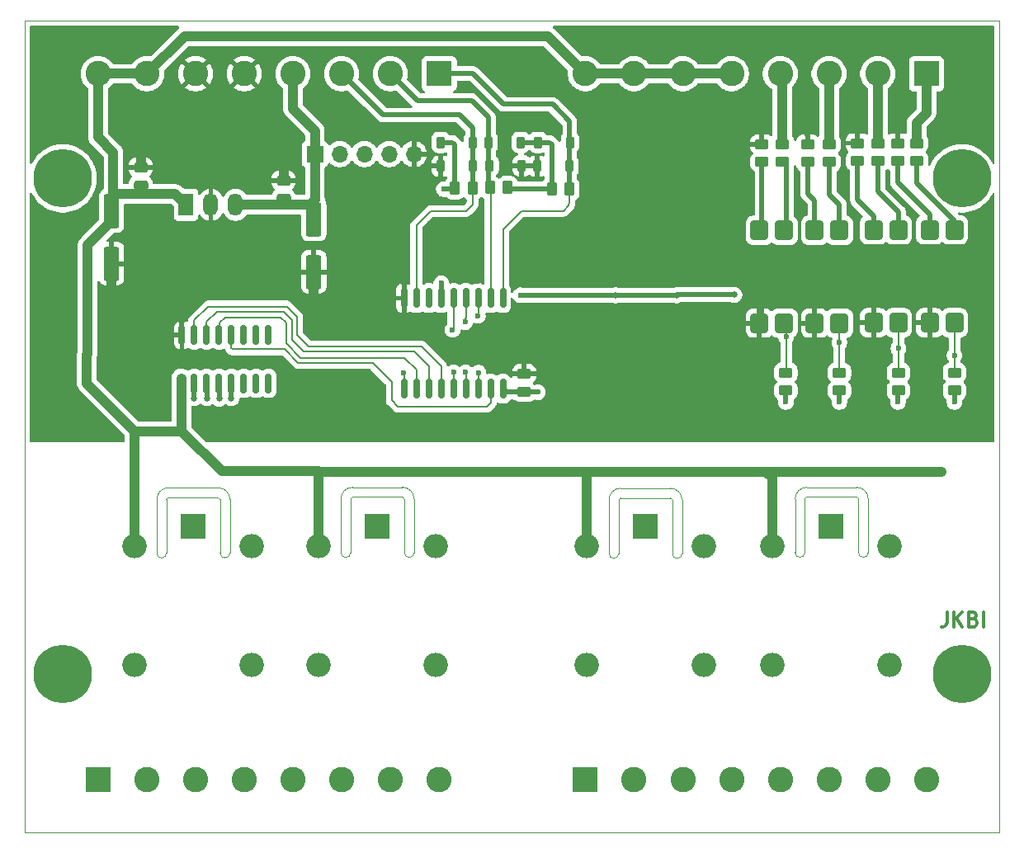
<source format=gbr>
%TF.GenerationSoftware,KiCad,Pcbnew,9.0.3*%
%TF.CreationDate,2025-10-06T20:13:02+02:00*%
%TF.ProjectId,esp32_blinds_controller,65737033-325f-4626-9c69-6e64735f636f,V0.3*%
%TF.SameCoordinates,Original*%
%TF.FileFunction,Copper,L1,Top*%
%TF.FilePolarity,Positive*%
%FSLAX46Y46*%
G04 Gerber Fmt 4.6, Leading zero omitted, Abs format (unit mm)*
G04 Created by KiCad (PCBNEW 9.0.3) date 2025-10-06 20:13:02*
%MOMM*%
%LPD*%
G01*
G04 APERTURE LIST*
G04 Aperture macros list*
%AMRoundRect*
0 Rectangle with rounded corners*
0 $1 Rounding radius*
0 $2 $3 $4 $5 $6 $7 $8 $9 X,Y pos of 4 corners*
0 Add a 4 corners polygon primitive as box body*
4,1,4,$2,$3,$4,$5,$6,$7,$8,$9,$2,$3,0*
0 Add four circle primitives for the rounded corners*
1,1,$1+$1,$2,$3*
1,1,$1+$1,$4,$5*
1,1,$1+$1,$6,$7*
1,1,$1+$1,$8,$9*
0 Add four rect primitives between the rounded corners*
20,1,$1+$1,$2,$3,$4,$5,0*
20,1,$1+$1,$4,$5,$6,$7,0*
20,1,$1+$1,$6,$7,$8,$9,0*
20,1,$1+$1,$8,$9,$2,$3,0*%
G04 Aperture macros list end*
%ADD10C,0.300000*%
%TA.AperFunction,NonConductor*%
%ADD11C,0.300000*%
%TD*%
%TA.AperFunction,ComponentPad*%
%ADD12R,1.700000X1.700000*%
%TD*%
%TA.AperFunction,ComponentPad*%
%ADD13O,1.700000X1.700000*%
%TD*%
%TA.AperFunction,SMDPad,CuDef*%
%ADD14RoundRect,0.249999X-0.640001X0.750001X-0.640001X-0.750001X0.640001X-0.750001X0.640001X0.750001X0*%
%TD*%
%TA.AperFunction,SMDPad,CuDef*%
%ADD15RoundRect,0.250000X-0.550000X1.500000X-0.550000X-1.500000X0.550000X-1.500000X0.550000X1.500000X0*%
%TD*%
%TA.AperFunction,SMDPad,CuDef*%
%ADD16RoundRect,0.250000X0.450000X-0.262500X0.450000X0.262500X-0.450000X0.262500X-0.450000X-0.262500X0*%
%TD*%
%TA.AperFunction,ComponentPad*%
%ADD17R,2.500000X2.500000*%
%TD*%
%TA.AperFunction,ComponentPad*%
%ADD18O,2.500000X2.500000*%
%TD*%
%TA.AperFunction,SMDPad,CuDef*%
%ADD19RoundRect,0.250000X0.262500X0.450000X-0.262500X0.450000X-0.262500X-0.450000X0.262500X-0.450000X0*%
%TD*%
%TA.AperFunction,SMDPad,CuDef*%
%ADD20RoundRect,0.225000X-0.225000X-0.375000X0.225000X-0.375000X0.225000X0.375000X-0.225000X0.375000X0*%
%TD*%
%TA.AperFunction,SMDPad,CuDef*%
%ADD21RoundRect,0.150000X-0.150000X0.825000X-0.150000X-0.825000X0.150000X-0.825000X0.150000X0.825000X0*%
%TD*%
%TA.AperFunction,SMDPad,CuDef*%
%ADD22RoundRect,0.250000X-0.262500X-0.450000X0.262500X-0.450000X0.262500X0.450000X-0.262500X0.450000X0*%
%TD*%
%TA.AperFunction,SMDPad,CuDef*%
%ADD23RoundRect,0.225000X0.225000X0.375000X-0.225000X0.375000X-0.225000X-0.375000X0.225000X-0.375000X0*%
%TD*%
%TA.AperFunction,SMDPad,CuDef*%
%ADD24RoundRect,0.150000X-0.150000X0.875000X-0.150000X-0.875000X0.150000X-0.875000X0.150000X0.875000X0*%
%TD*%
%TA.AperFunction,ComponentPad*%
%ADD25R,2.600000X2.600000*%
%TD*%
%TA.AperFunction,ComponentPad*%
%ADD26C,2.600000*%
%TD*%
%TA.AperFunction,ComponentPad*%
%ADD27C,6.000000*%
%TD*%
%TA.AperFunction,SMDPad,CuDef*%
%ADD28RoundRect,0.250000X0.475000X-0.250000X0.475000X0.250000X-0.475000X0.250000X-0.475000X-0.250000X0*%
%TD*%
%TA.AperFunction,ComponentPad*%
%ADD29R,1.500000X2.300000*%
%TD*%
%TA.AperFunction,ComponentPad*%
%ADD30O,1.500000X2.300000*%
%TD*%
%TA.AperFunction,ViaPad*%
%ADD31C,0.600000*%
%TD*%
%TA.AperFunction,ViaPad*%
%ADD32C,0.650000*%
%TD*%
%TA.AperFunction,Conductor*%
%ADD33C,0.500000*%
%TD*%
%TA.AperFunction,Conductor*%
%ADD34C,1.000000*%
%TD*%
%TA.AperFunction,Conductor*%
%ADD35C,0.200000*%
%TD*%
%TA.AperFunction,Profile*%
%ADD36C,0.050000*%
%TD*%
%TA.AperFunction,Profile*%
%ADD37C,0.120000*%
%TD*%
G04 APERTURE END LIST*
D10*
D11*
X195783082Y-116400828D02*
X195783082Y-117472257D01*
X195783082Y-117472257D02*
X195711653Y-117686542D01*
X195711653Y-117686542D02*
X195568796Y-117829400D01*
X195568796Y-117829400D02*
X195354510Y-117900828D01*
X195354510Y-117900828D02*
X195211653Y-117900828D01*
X196497367Y-117900828D02*
X196497367Y-116400828D01*
X197354510Y-117900828D02*
X196711653Y-117043685D01*
X197354510Y-116400828D02*
X196497367Y-117257971D01*
X198497367Y-117115114D02*
X198711653Y-117186542D01*
X198711653Y-117186542D02*
X198783082Y-117257971D01*
X198783082Y-117257971D02*
X198854510Y-117400828D01*
X198854510Y-117400828D02*
X198854510Y-117615114D01*
X198854510Y-117615114D02*
X198783082Y-117757971D01*
X198783082Y-117757971D02*
X198711653Y-117829400D01*
X198711653Y-117829400D02*
X198568796Y-117900828D01*
X198568796Y-117900828D02*
X197997367Y-117900828D01*
X197997367Y-117900828D02*
X197997367Y-116400828D01*
X197997367Y-116400828D02*
X198497367Y-116400828D01*
X198497367Y-116400828D02*
X198640225Y-116472257D01*
X198640225Y-116472257D02*
X198711653Y-116543685D01*
X198711653Y-116543685D02*
X198783082Y-116686542D01*
X198783082Y-116686542D02*
X198783082Y-116829400D01*
X198783082Y-116829400D02*
X198711653Y-116972257D01*
X198711653Y-116972257D02*
X198640225Y-117043685D01*
X198640225Y-117043685D02*
X198497367Y-117115114D01*
X198497367Y-117115114D02*
X197997367Y-117115114D01*
X199497367Y-117900828D02*
X199497367Y-116400828D01*
D12*
%TO.P,J1,1,Pin_1*%
%TO.N,+3V3*%
X130925000Y-69415000D03*
D13*
%TO.P,J1,2,Pin_2*%
%TO.N,/INT*%
X133465000Y-69415000D03*
%TO.P,J1,3,Pin_3*%
%TO.N,/SDA*%
X136005000Y-69415000D03*
%TO.P,J1,4,Pin_4*%
%TO.N,/SCL*%
X138545000Y-69415000D03*
%TO.P,J1,5,Pin_5*%
%TO.N,GND*%
X141085000Y-69415000D03*
%TD*%
D14*
%TO.P,U7,1*%
%TO.N,Net-(R11-Pad1)*%
X196545000Y-77185000D03*
%TO.P,U7,2*%
%TO.N,Net-(R15-Pad1)*%
X194005000Y-77185000D03*
%TO.P,U7,3*%
%TO.N,GND*%
X194005000Y-86715000D03*
%TO.P,U7,4*%
%TO.N,/IN4_L*%
X196545000Y-86715000D03*
%TD*%
D15*
%TO.P,C5,1*%
%TO.N,VBUS*%
X110050000Y-75250000D03*
%TO.P,C5,2*%
%TO.N,GND*%
X110050000Y-80650000D03*
%TD*%
D16*
%TO.P,R6,1*%
%TO.N,+3V3*%
X184750000Y-93662500D03*
%TO.P,R6,2*%
%TO.N,/IN2_L*%
X184750000Y-91837500D03*
%TD*%
D17*
%TO.P,K2,1*%
%TO.N,Net-(K1-Pad4)*%
X137300000Y-107622500D03*
D18*
%TO.P,K2,2*%
%TO.N,VBUS*%
X131300000Y-109622500D03*
%TO.P,K2,3*%
%TO.N,/L1-UP*%
X131300000Y-121822500D03*
%TO.P,K2,4*%
%TO.N,/L1-SW*%
X143300000Y-121822500D03*
%TO.P,K2,5*%
%TO.N,/nUP1*%
X143300000Y-109622500D03*
%TD*%
D19*
%TO.P,R2,1*%
%TO.N,+3V3*%
X150712500Y-72850000D03*
%TO.P,R2,2*%
%TO.N,/SDA*%
X148887500Y-72850000D03*
%TD*%
D20*
%TO.P,D9,1,K*%
%TO.N,+3V3*%
X143850000Y-68200000D03*
%TO.P,D9,2,A*%
%TO.N,/INT*%
X147150000Y-68200000D03*
%TD*%
D21*
%TO.P,U2,1,I1*%
%TO.N,unconnected-(U2-I1-Pad1)*%
X126170000Y-88000000D03*
%TO.P,U2,2,I2*%
%TO.N,unconnected-(U2-I2-Pad2)*%
X124900000Y-88000000D03*
%TO.P,U2,3,I3*%
%TO.N,unconnected-(U2-I3-Pad3)*%
X123630000Y-88000000D03*
%TO.P,U2,4,I4*%
%TO.N,/UP2*%
X122360000Y-88000000D03*
%TO.P,U2,5,I5*%
%TO.N,/DN2*%
X121090000Y-88000000D03*
%TO.P,U2,6,I6*%
%TO.N,/UP1*%
X119820000Y-88000000D03*
%TO.P,U2,7,I7*%
%TO.N,/DN1*%
X118550000Y-88000000D03*
%TO.P,U2,8,GND*%
%TO.N,GND*%
X117280000Y-88000000D03*
%TO.P,U2,9,COM*%
%TO.N,VBUS*%
X117280000Y-92950000D03*
%TO.P,U2,10,O7*%
%TO.N,/nDOWN1*%
X118550000Y-92950000D03*
%TO.P,U2,11,O6*%
%TO.N,/nUP1*%
X119820000Y-92950000D03*
%TO.P,U2,12,O5*%
%TO.N,/nDOWN2*%
X121090000Y-92950000D03*
%TO.P,U2,13,O4*%
%TO.N,/nUP2*%
X122360000Y-92950000D03*
%TO.P,U2,14,O3*%
%TO.N,unconnected-(U2-O3-Pad14)*%
X123630000Y-92950000D03*
%TO.P,U2,15,O2*%
%TO.N,unconnected-(U2-O2-Pad15)*%
X124900000Y-92950000D03*
%TO.P,U2,16,O1*%
%TO.N,unconnected-(U2-O1-Pad16)*%
X126170000Y-92950000D03*
%TD*%
D16*
%TO.P,R9,1*%
%TO.N,Net-(R9-Pad1)*%
X183700000Y-70212500D03*
%TO.P,R9,2*%
%TO.N,/IN2_H*%
X183700000Y-68387500D03*
%TD*%
D17*
%TO.P,K4,1*%
%TO.N,Net-(K3-Pad4)*%
X183850000Y-107622500D03*
D18*
%TO.P,K4,2*%
%TO.N,VBUS*%
X177850000Y-109622500D03*
%TO.P,K4,3*%
%TO.N,/L2-UP*%
X177850000Y-121822500D03*
%TO.P,K4,4*%
%TO.N,/L2-SW*%
X189850000Y-121822500D03*
%TO.P,K4,5*%
%TO.N,/nUP2*%
X189850000Y-109622500D03*
%TD*%
D16*
%TO.P,R14,1*%
%TO.N,Net-(R14-Pad1)*%
X181500000Y-70212500D03*
%TO.P,R14,2*%
%TO.N,GND*%
X181500000Y-68387500D03*
%TD*%
%TO.P,R8,1*%
%TO.N,Net-(R8-Pad1)*%
X188700000Y-70112500D03*
%TO.P,R8,2*%
%TO.N,/IN3_H*%
X188700000Y-68287500D03*
%TD*%
D14*
%TO.P,U6,1*%
%TO.N,Net-(R8-Pad1)*%
X190795000Y-77185000D03*
%TO.P,U6,2*%
%TO.N,Net-(R12-Pad1)*%
X188255000Y-77185000D03*
%TO.P,U6,3*%
%TO.N,GND*%
X188255000Y-86715000D03*
%TO.P,U6,4*%
%TO.N,/IN3_L*%
X190795000Y-86715000D03*
%TD*%
D22*
%TO.P,R1,1*%
%TO.N,+3V3*%
X155237500Y-73000000D03*
%TO.P,R1,2*%
%TO.N,/SCL*%
X157062500Y-73000000D03*
%TD*%
D16*
%TO.P,R4,1*%
%TO.N,+3V3*%
X179250000Y-93662500D03*
%TO.P,R4,2*%
%TO.N,/IN1_L*%
X179250000Y-91837500D03*
%TD*%
D23*
%TO.P,D5,1,K*%
%TO.N,+3V3*%
X152050000Y-68200000D03*
%TO.P,D5,2,A*%
%TO.N,/SDA*%
X148750000Y-68200000D03*
%TD*%
D16*
%TO.P,R10,1*%
%TO.N,Net-(R10-Pad1)*%
X178900000Y-70212500D03*
%TO.P,R10,2*%
%TO.N,/IN1_H*%
X178900000Y-68387500D03*
%TD*%
D17*
%TO.P,K1,1*%
%TO.N,/L1*%
X118400000Y-107622500D03*
D18*
%TO.P,K1,2*%
%TO.N,VBUS*%
X112400000Y-109622500D03*
%TO.P,K1,3*%
%TO.N,/L1-DOWN*%
X112400000Y-121822500D03*
%TO.P,K1,4*%
%TO.N,Net-(K1-Pad4)*%
X124400000Y-121822500D03*
%TO.P,K1,5*%
%TO.N,/nDOWN1*%
X124400000Y-109622500D03*
%TD*%
D16*
%TO.P,R12,1*%
%TO.N,Net-(R12-Pad1)*%
X186600000Y-70112500D03*
%TO.P,R12,2*%
%TO.N,GND*%
X186600000Y-68287500D03*
%TD*%
D20*
%TO.P,D7,1,K*%
%TO.N,+3V3*%
X153800000Y-68200000D03*
%TO.P,D7,2,A*%
%TO.N,/SCL*%
X157100000Y-68200000D03*
%TD*%
D23*
%TO.P,D8,1,K*%
%TO.N,/SCL*%
X157050000Y-70650000D03*
%TO.P,D8,2,A*%
%TO.N,GND*%
X153750000Y-70650000D03*
%TD*%
D14*
%TO.P,U5,1*%
%TO.N,Net-(R9-Pad1)*%
X184750000Y-77235000D03*
%TO.P,U5,2*%
%TO.N,Net-(R14-Pad1)*%
X182210000Y-77235000D03*
%TO.P,U5,3*%
%TO.N,GND*%
X182210000Y-86765000D03*
%TO.P,U5,4*%
%TO.N,/IN2_L*%
X184750000Y-86765000D03*
%TD*%
D23*
%TO.P,D10,1,K*%
%TO.N,/INT*%
X147150000Y-70650000D03*
%TO.P,D10,2,A*%
%TO.N,GND*%
X143850000Y-70650000D03*
%TD*%
D24*
%TO.P,U1,1,SCL*%
%TO.N,/SCL*%
X150220000Y-84200000D03*
%TO.P,U1,2,SDA*%
%TO.N,/SDA*%
X148950000Y-84200000D03*
%TO.P,U1,3,A2*%
%TO.N,/A2*%
X147680000Y-84200000D03*
%TO.P,U1,4,A1*%
%TO.N,/A1*%
X146410000Y-84200000D03*
%TO.P,U1,5,A0*%
%TO.N,/A0*%
X145140000Y-84200000D03*
%TO.P,U1,6,~{RESET}*%
%TO.N,+3V3*%
X143870000Y-84200000D03*
%TO.P,U1,7,NC*%
%TO.N,unconnected-(U1-NC-Pad7)*%
X142600000Y-84200000D03*
%TO.P,U1,8,INT*%
%TO.N,/INT*%
X141330000Y-84200000D03*
%TO.P,U1,9,VSS*%
%TO.N,GND*%
X140060000Y-84200000D03*
%TO.P,U1,10,GP0*%
%TO.N,/IN4_L*%
X140060000Y-93500000D03*
%TO.P,U1,11,GP1*%
%TO.N,/DN2*%
X141330000Y-93500000D03*
%TO.P,U1,12,GP2*%
%TO.N,/UP1*%
X142600000Y-93500000D03*
%TO.P,U1,13,GP3*%
%TO.N,/DN1*%
X143870000Y-93500000D03*
%TO.P,U1,14,GP4*%
%TO.N,/IN1_L*%
X145140000Y-93500000D03*
%TO.P,U1,15,GP5*%
%TO.N,/IN2_L*%
X146410000Y-93500000D03*
%TO.P,U1,16,GP6*%
%TO.N,/IN3_L*%
X147680000Y-93500000D03*
%TO.P,U1,17,GP7*%
%TO.N,/UP2*%
X148950000Y-93500000D03*
%TO.P,U1,18,VDD*%
%TO.N,+3V3*%
X150220000Y-93500000D03*
%TD*%
D22*
%TO.P,R3,1*%
%TO.N,+3V3*%
X145275000Y-72900000D03*
%TO.P,R3,2*%
%TO.N,/INT*%
X147100000Y-72900000D03*
%TD*%
D25*
%TO.P,MOD1,A1,A1*%
%TO.N,/L1-DOWN*%
X108675000Y-133580000D03*
D26*
%TO.P,MOD1,A2,A2*%
X113675000Y-133580000D03*
%TO.P,MOD1,A3,A3*%
%TO.N,/L1*%
X118675000Y-133580000D03*
%TO.P,MOD1,A4,A4*%
X123675000Y-133580000D03*
%TO.P,MOD1,A5,A5*%
%TO.N,/L1-UP*%
X128675000Y-133580000D03*
%TO.P,MOD1,A6,A6*%
X133675000Y-133580000D03*
%TO.P,MOD1,A7,A7*%
%TO.N,/L1-SW*%
X138675000Y-133580000D03*
%TO.P,MOD1,A8,A8*%
X143675000Y-133580000D03*
D25*
%TO.P,MOD1,B1,B1*%
%TO.N,/L2-DOWN*%
X158675000Y-133580000D03*
D26*
%TO.P,MOD1,B2,B2*%
X163675000Y-133580000D03*
%TO.P,MOD1,B3,B3*%
%TO.N,/L2*%
X168675000Y-133580000D03*
%TO.P,MOD1,B4,B4*%
X173675000Y-133580000D03*
%TO.P,MOD1,B5,B5*%
%TO.N,/L2-UP*%
X178675000Y-133580000D03*
%TO.P,MOD1,B6,B6*%
X183675000Y-133580000D03*
%TO.P,MOD1,B7,B7*%
%TO.N,/L2-SW*%
X188675000Y-133580000D03*
%TO.P,MOD1,B8,B8*%
X193675000Y-133580000D03*
D25*
%TO.P,MOD1,C1,C1*%
%TO.N,/IN4_H*%
X193675000Y-61160000D03*
D26*
%TO.P,MOD1,C2,C2*%
%TO.N,/IN3_H*%
X188675000Y-61160000D03*
%TO.P,MOD1,C3,C3*%
%TO.N,/IN2_H*%
X183675000Y-61160000D03*
%TO.P,MOD1,C4,C4*%
%TO.N,/IN1_H*%
X178675000Y-61160000D03*
%TO.P,MOD1,C5,C5*%
%TO.N,VBUS*%
X173675000Y-61160000D03*
%TO.P,MOD1,C6,C6*%
X168675000Y-61160000D03*
%TO.P,MOD1,C7,C7*%
X163675000Y-61160000D03*
%TO.P,MOD1,C8,C8*%
X158675000Y-61160000D03*
D25*
%TO.P,MOD1,D1,D1*%
%TO.N,/SCL*%
X143675000Y-61160000D03*
D26*
%TO.P,MOD1,D2,D2*%
%TO.N,/SDA*%
X138675000Y-61160000D03*
%TO.P,MOD1,D3,D3*%
%TO.N,/INT*%
X133675000Y-61160000D03*
%TO.P,MOD1,D4,D4*%
%TO.N,+3V3*%
X128675000Y-61160000D03*
%TO.P,MOD1,D5,D5*%
%TO.N,GND*%
X123675000Y-61160000D03*
%TO.P,MOD1,D6,D6*%
X118675000Y-61160000D03*
%TO.P,MOD1,D7,D7*%
%TO.N,VBUS*%
X113675000Y-61160000D03*
%TO.P,MOD1,D8,D8*%
X108675000Y-61160000D03*
D27*
%TO.P,MOD1,MH1*%
%TO.N,N/C*%
X105050000Y-71900000D03*
%TO.P,MOD1,MH2*%
X197300000Y-71900000D03*
%TO.P,MOD1,MH3*%
X105050000Y-122800000D03*
%TO.P,MOD1,MH4*%
X197300000Y-122800000D03*
%TD*%
D14*
%TO.P,U4,1*%
%TO.N,Net-(R10-Pad1)*%
X179070000Y-77235000D03*
%TO.P,U4,2*%
%TO.N,Net-(R13-Pad1)*%
X176530000Y-77235000D03*
%TO.P,U4,3*%
%TO.N,GND*%
X176530000Y-86765000D03*
%TO.P,U4,4*%
%TO.N,/IN1_L*%
X179070000Y-86765000D03*
%TD*%
D16*
%TO.P,R7,1*%
%TO.N,+3V3*%
X196550000Y-93662500D03*
%TO.P,R7,2*%
%TO.N,/IN4_L*%
X196550000Y-91837500D03*
%TD*%
D28*
%TO.P,C2,1*%
%TO.N,VBUS*%
X113050000Y-72650000D03*
%TO.P,C2,2*%
%TO.N,GND*%
X113050000Y-70750000D03*
%TD*%
D29*
%TO.P,U3,1,IN*%
%TO.N,VBUS*%
X117703000Y-74607500D03*
D30*
%TO.P,U3,2,GND*%
%TO.N,GND*%
X120243000Y-74607500D03*
%TO.P,U3,3,OUT*%
%TO.N,+3V3*%
X122783000Y-74607500D03*
%TD*%
D17*
%TO.P,K3,1*%
%TO.N,/L2*%
X164800000Y-107622500D03*
D18*
%TO.P,K3,2*%
%TO.N,VBUS*%
X158800000Y-109622500D03*
%TO.P,K3,3*%
%TO.N,/L2-DOWN*%
X158800000Y-121822500D03*
%TO.P,K3,4*%
%TO.N,Net-(K3-Pad4)*%
X170800000Y-121822500D03*
%TO.P,K3,5*%
%TO.N,/nDOWN2*%
X170800000Y-109622500D03*
%TD*%
D16*
%TO.P,R11,1*%
%TO.N,Net-(R11-Pad1)*%
X192650000Y-70112500D03*
%TO.P,R11,2*%
%TO.N,/IN4_H*%
X192650000Y-68287500D03*
%TD*%
%TO.P,R13,1*%
%TO.N,Net-(R13-Pad1)*%
X176800000Y-70212500D03*
%TO.P,R13,2*%
%TO.N,GND*%
X176800000Y-68387500D03*
%TD*%
D20*
%TO.P,D6,1,K*%
%TO.N,/SDA*%
X148850000Y-70600000D03*
%TO.P,D6,2,A*%
%TO.N,GND*%
X152150000Y-70600000D03*
%TD*%
D15*
%TO.P,C4,1*%
%TO.N,+3V3*%
X130800000Y-76100000D03*
%TO.P,C4,2*%
%TO.N,GND*%
X130800000Y-81500000D03*
%TD*%
D16*
%TO.P,R5,1*%
%TO.N,+3V3*%
X190800000Y-93662500D03*
%TO.P,R5,2*%
%TO.N,/IN3_L*%
X190800000Y-91837500D03*
%TD*%
D28*
%TO.P,C1,1*%
%TO.N,+3V3*%
X127700000Y-74000000D03*
%TO.P,C1,2*%
%TO.N,GND*%
X127700000Y-72100000D03*
%TD*%
%TO.P,C3,1*%
%TO.N,+3V3*%
X152400000Y-93850000D03*
%TO.P,C3,2*%
%TO.N,GND*%
X152400000Y-91950000D03*
%TD*%
D16*
%TO.P,R15,1*%
%TO.N,Net-(R15-Pad1)*%
X190700000Y-70112500D03*
%TO.P,R15,2*%
%TO.N,GND*%
X190700000Y-68287500D03*
%TD*%
D31*
%TO.N,GND*%
X142700000Y-76500000D03*
X152550000Y-76350000D03*
X142550000Y-82400000D03*
X152900000Y-70650000D03*
X147650000Y-82450000D03*
X130800000Y-83850000D03*
X127700000Y-71150000D03*
X176750000Y-85100000D03*
D32*
X140100000Y-82750000D03*
D31*
X151350000Y-82650000D03*
X148000000Y-74250000D03*
X102400000Y-56850000D03*
X200100000Y-56900000D03*
X188300000Y-84850000D03*
X200000000Y-98000000D03*
X143050000Y-70650000D03*
X182150000Y-85050000D03*
X176800000Y-67350000D03*
X186600000Y-67250000D03*
X181450000Y-67350000D03*
D32*
X117250000Y-86600000D03*
D31*
X110050000Y-83250000D03*
X190700000Y-67200000D03*
X113050000Y-69450000D03*
X145400000Y-76150000D03*
X128000000Y-98000000D03*
X102000000Y-98000000D03*
X193950000Y-84850000D03*
D32*
%TO.N,/nDOWN2*%
X121100000Y-94500000D03*
%TO.N,/nDOWN1*%
X118550000Y-94450000D03*
%TO.N,/nUP2*%
X122350000Y-94450000D03*
%TO.N,/nUP1*%
X119850000Y-94450000D03*
%TO.N,VBUS*%
X195200000Y-102000000D03*
D31*
%TO.N,+3V3*%
X184750000Y-94850000D03*
X143900000Y-82650000D03*
X153800000Y-93850000D03*
X151550000Y-73000000D03*
D32*
X168000000Y-83900000D03*
D31*
X196550000Y-94850000D03*
X144150000Y-73000000D03*
X152000000Y-83900000D03*
X179250000Y-94850000D03*
X190750000Y-94850000D03*
D32*
X173950000Y-83850000D03*
X161800000Y-83900000D03*
D31*
%TO.N,/A0*%
X145050000Y-87450000D03*
%TO.N,/A1*%
X146350000Y-86650000D03*
%TO.N,/A2*%
X147650000Y-86000000D03*
%TO.N,/IN1_L*%
X145150000Y-91800000D03*
X179270000Y-88150000D03*
%TO.N,/IN2_L*%
X146400000Y-91800000D03*
X184750000Y-88750000D03*
%TO.N,/IN3_L*%
X147700000Y-91850000D03*
X190795000Y-89350000D03*
%TO.N,/IN4_L*%
X196545000Y-90050000D03*
X140050000Y-91850000D03*
%TD*%
D33*
%TO.N,GND*%
X176730000Y-85120000D02*
X176750000Y-85100000D01*
X176800000Y-68387500D02*
X176800000Y-67350000D01*
X153750000Y-70650000D02*
X152900000Y-70650000D01*
X182210000Y-85110000D02*
X182150000Y-85050000D01*
D34*
X113050000Y-70750000D02*
X113050000Y-69450000D01*
D33*
X152200000Y-70650000D02*
X152150000Y-70600000D01*
X152900000Y-70650000D02*
X152200000Y-70650000D01*
X181500000Y-67400000D02*
X181450000Y-67350000D01*
D34*
X127700000Y-72100000D02*
X127700000Y-71150000D01*
X130800000Y-81500000D02*
X130800000Y-83850000D01*
D33*
X117280000Y-88000000D02*
X117280000Y-86630000D01*
X186600000Y-68287500D02*
X186600000Y-67250000D01*
D34*
X110050000Y-80650000D02*
X110050000Y-83250000D01*
D33*
X194005000Y-86715000D02*
X194005000Y-84905000D01*
X188255000Y-86715000D02*
X188255000Y-84895000D01*
X181500000Y-68387500D02*
X181500000Y-67400000D01*
X190700000Y-68287500D02*
X190700000Y-67200000D01*
X182210000Y-86765000D02*
X182210000Y-85110000D01*
X176730000Y-86765000D02*
X176730000Y-85120000D01*
X143850000Y-70650000D02*
X143050000Y-70650000D01*
X188255000Y-84895000D02*
X188300000Y-84850000D01*
X194005000Y-84905000D02*
X193950000Y-84850000D01*
X117280000Y-86630000D02*
X117250000Y-86600000D01*
X140060000Y-84200000D02*
X140060000Y-82790000D01*
X140060000Y-82790000D02*
X140100000Y-82750000D01*
%TO.N,/nDOWN2*%
X121100000Y-94500000D02*
X121100000Y-92960000D01*
X121100000Y-92960000D02*
X121090000Y-92950000D01*
%TO.N,/nDOWN1*%
X118550000Y-94450000D02*
X118550000Y-92950000D01*
%TO.N,/nUP2*%
X122350000Y-94450000D02*
X122350000Y-92960000D01*
X122350000Y-92960000D02*
X122360000Y-92950000D01*
%TO.N,/nUP1*%
X119850000Y-92980000D02*
X119820000Y-92950000D01*
X119850000Y-94450000D02*
X119850000Y-92980000D01*
D34*
%TO.N,VBUS*%
X117703000Y-74607500D02*
X116595500Y-73500000D01*
X158800000Y-102200000D02*
X159000000Y-102000000D01*
X195200000Y-102000000D02*
X177200000Y-102000000D01*
X131300000Y-101950000D02*
X131300000Y-109622500D01*
X113675000Y-61160000D02*
X117535000Y-57300000D01*
X110250000Y-73500000D02*
X110250000Y-74600000D01*
X108675000Y-61160000D02*
X108675000Y-67675000D01*
X158800000Y-109622500D02*
X158800000Y-102200000D01*
X117535000Y-57300000D02*
X154815000Y-57300000D01*
X117220000Y-92420000D02*
X117220000Y-97820000D01*
X126300000Y-101950000D02*
X131300000Y-101950000D01*
X158675000Y-61160000D02*
X173675000Y-61160000D01*
X116595500Y-73500000D02*
X110250000Y-73500000D01*
X131300000Y-101950000D02*
X131250000Y-102000000D01*
X112400000Y-97850000D02*
X112400000Y-109622500D01*
X131100000Y-102000000D02*
X159000000Y-102000000D01*
X107500000Y-90000000D02*
X107500000Y-92950000D01*
X110250000Y-69250000D02*
X110250000Y-74600000D01*
X117250000Y-97850000D02*
X121350000Y-101950000D01*
X154815000Y-57300000D02*
X158675000Y-61160000D01*
X110250000Y-76100000D02*
X107597349Y-78752651D01*
X107597349Y-89902651D02*
X107500000Y-90000000D01*
X121350000Y-101950000D02*
X126300000Y-101950000D01*
X177200000Y-102000000D02*
X177850000Y-102650000D01*
X159000000Y-102000000D02*
X177200000Y-102000000D01*
X108675000Y-61160000D02*
X113675000Y-61160000D01*
X131250000Y-102000000D02*
X131100000Y-102000000D01*
X107500000Y-92950000D02*
X112400000Y-97850000D01*
X112400000Y-97850000D02*
X117250000Y-97850000D01*
X107597349Y-78752651D02*
X107597349Y-89902651D01*
X177850000Y-102650000D02*
X177850000Y-109622500D01*
X108675000Y-67675000D02*
X110250000Y-69250000D01*
X117220000Y-97820000D02*
X117250000Y-97850000D01*
X110250000Y-74600000D02*
X110250000Y-76100000D01*
D35*
%TO.N,/DN1*%
X143870000Y-91170000D02*
X143870000Y-93500000D01*
X130250000Y-89150000D02*
X141850000Y-89150000D01*
X118550000Y-86450000D02*
X119950000Y-85050000D01*
X129100000Y-86100000D02*
X129100000Y-88000000D01*
X128050000Y-85050000D02*
X129100000Y-86100000D01*
X118550000Y-88000000D02*
X118550000Y-86450000D01*
X119950000Y-85050000D02*
X128050000Y-85050000D01*
X129100000Y-88000000D02*
X130250000Y-89150000D01*
X141850000Y-89150000D02*
X143870000Y-91170000D01*
%TO.N,/UP1*%
X142600000Y-91200000D02*
X142600000Y-93500000D01*
X127750000Y-85600000D02*
X128600000Y-86450000D01*
X141100000Y-89700000D02*
X142600000Y-91200000D01*
X119820000Y-88000000D02*
X119820000Y-86630000D01*
X129800000Y-89700000D02*
X141100000Y-89700000D01*
X120850000Y-85600000D02*
X127750000Y-85600000D01*
X128600000Y-86450000D02*
X128600000Y-88500000D01*
X119820000Y-86630000D02*
X120850000Y-85600000D01*
X128600000Y-88500000D02*
X129800000Y-89700000D01*
%TO.N,/DN2*%
X121700000Y-86150000D02*
X127400000Y-86150000D01*
X121150000Y-87600000D02*
X121150000Y-86700000D01*
X127950000Y-88800000D02*
X129450000Y-90300000D01*
X141330000Y-91530000D02*
X141330000Y-93500000D01*
X121150000Y-86700000D02*
X121700000Y-86150000D01*
X127950000Y-86700000D02*
X127950000Y-88800000D01*
X127400000Y-86150000D02*
X127950000Y-86700000D01*
X129450000Y-90300000D02*
X140100000Y-90300000D01*
X140100000Y-90300000D02*
X141330000Y-91530000D01*
%TO.N,/UP2*%
X122360000Y-88000000D02*
X122360000Y-89360000D01*
X127800000Y-89450000D02*
X129200000Y-90850000D01*
X129200000Y-90850000D02*
X136850000Y-90850000D01*
X148950000Y-94950000D02*
X148950000Y-93500000D01*
X138800000Y-94700000D02*
X139450000Y-95350000D01*
X136850000Y-90850000D02*
X138800000Y-92800000D01*
X138800000Y-92800000D02*
X138800000Y-94700000D01*
X148550000Y-95350000D02*
X148950000Y-94950000D01*
X139450000Y-95350000D02*
X148550000Y-95350000D01*
X122360000Y-89360000D02*
X122450000Y-89450000D01*
X122450000Y-89450000D02*
X127800000Y-89450000D01*
D33*
%TO.N,/SCL*%
X157062500Y-66062500D02*
X157062500Y-73000000D01*
D35*
X150220000Y-84200000D02*
X150220000Y-77130000D01*
D33*
X155300000Y-64300000D02*
X157062500Y-66062500D01*
X150300000Y-64300000D02*
X147160000Y-61160000D01*
D35*
X152100000Y-75250000D02*
X156400000Y-75250000D01*
D33*
X155300000Y-64300000D02*
X150300000Y-64300000D01*
D35*
X156400000Y-75250000D02*
X156950000Y-74700000D01*
D33*
X147160000Y-61160000D02*
X143675000Y-61160000D01*
D35*
X157062500Y-74437500D02*
X157062500Y-73000000D01*
X150220000Y-77130000D02*
X152100000Y-75250000D01*
X156950000Y-74700000D02*
X156950000Y-74550000D01*
X156950000Y-74550000D02*
X157062500Y-74437500D01*
D33*
%TO.N,/SDA*%
X147000000Y-63900000D02*
X148750000Y-65650000D01*
D35*
X148950000Y-84200000D02*
X148950000Y-72912500D01*
D33*
X141415000Y-63900000D02*
X147000000Y-63900000D01*
X148750000Y-65650000D02*
X148750000Y-68200000D01*
X148750000Y-68200000D02*
X148750000Y-72712500D01*
D35*
X148950000Y-72912500D02*
X148887500Y-72850000D01*
D33*
X148750000Y-72712500D02*
X148887500Y-72850000D01*
X138675000Y-61160000D02*
X141415000Y-63900000D01*
%TO.N,+3V3*%
X155000000Y-68200000D02*
X155250000Y-68450000D01*
X155250000Y-68450000D02*
X155237500Y-68462500D01*
X145175000Y-73000000D02*
X145275000Y-72900000D01*
D34*
X127850000Y-74600000D02*
X130450000Y-74600000D01*
D33*
X196550000Y-93662500D02*
X196550000Y-94850000D01*
X153800000Y-68200000D02*
X155000000Y-68200000D01*
X151550000Y-73000000D02*
X150862500Y-73000000D01*
X152900000Y-68200000D02*
X153800000Y-68200000D01*
X145050000Y-68200000D02*
X145275000Y-68425000D01*
D34*
X130925000Y-74075000D02*
X130925000Y-69415000D01*
D33*
X145275000Y-68425000D02*
X145275000Y-72900000D01*
X155237500Y-68462500D02*
X155237500Y-73000000D01*
X190750000Y-94850000D02*
X190750000Y-93712500D01*
X152050000Y-68200000D02*
X152900000Y-68200000D01*
X150220000Y-93500000D02*
X150570000Y-93850000D01*
X168050000Y-83850000D02*
X168000000Y-83900000D01*
D34*
X130950000Y-74100000D02*
X130925000Y-74075000D01*
D33*
X143850000Y-68200000D02*
X145050000Y-68200000D01*
D34*
X130450000Y-74600000D02*
X130950000Y-74100000D01*
D33*
X155237500Y-73000000D02*
X151550000Y-73000000D01*
X150570000Y-93850000D02*
X152400000Y-93850000D01*
X168000000Y-83900000D02*
X167700000Y-83900000D01*
X152400000Y-93850000D02*
X153800000Y-93850000D01*
D34*
X128675000Y-64775000D02*
X130925000Y-67025000D01*
D33*
X161800000Y-83900000D02*
X152000000Y-83900000D01*
X167700000Y-83900000D02*
X161800000Y-83900000D01*
X143900000Y-82650000D02*
X143900000Y-84170000D01*
D34*
X127842500Y-74607500D02*
X127850000Y-74600000D01*
D33*
X150862500Y-73000000D02*
X150712500Y-72850000D01*
X179250000Y-94850000D02*
X179250000Y-93662500D01*
D34*
X130925000Y-67025000D02*
X130925000Y-69415000D01*
X128675000Y-61160000D02*
X128675000Y-64775000D01*
D33*
X190750000Y-93712500D02*
X190800000Y-93662500D01*
X184750000Y-94850000D02*
X184750000Y-93662500D01*
X173950000Y-83850000D02*
X168050000Y-83850000D01*
D34*
X122783000Y-74607500D02*
X127842500Y-74607500D01*
D33*
X144150000Y-73000000D02*
X145175000Y-73000000D01*
X143900000Y-84170000D02*
X143870000Y-84200000D01*
D35*
%TO.N,/INT*%
X147100000Y-74600000D02*
X147100000Y-72900000D01*
D33*
X145800000Y-65400000D02*
X147100000Y-66700000D01*
D35*
X141330000Y-84200000D02*
X141330000Y-76720000D01*
X141330000Y-76720000D02*
X142800000Y-75250000D01*
D33*
X133675000Y-61160000D02*
X137915000Y-65400000D01*
D35*
X146450000Y-75250000D02*
X147100000Y-74600000D01*
D33*
X147100000Y-66700000D02*
X147100000Y-72900000D01*
X137915000Y-65400000D02*
X145800000Y-65400000D01*
D35*
X142800000Y-75250000D02*
X146450000Y-75250000D01*
%TO.N,/A0*%
X145140000Y-87360000D02*
X145140000Y-84200000D01*
X145050000Y-87450000D02*
X145140000Y-87360000D01*
%TO.N,/A1*%
X146350000Y-86250000D02*
X146410000Y-86190000D01*
X146350000Y-86650000D02*
X146350000Y-86250000D01*
X146410000Y-86190000D02*
X146410000Y-84200000D01*
%TO.N,/A2*%
X147680000Y-85970000D02*
X147650000Y-86000000D01*
X147680000Y-84200000D02*
X147680000Y-85970000D01*
%TO.N,/IN1_L*%
X145140000Y-91910000D02*
X145140000Y-93500000D01*
X179270000Y-91817500D02*
X179250000Y-91837500D01*
X179270000Y-86765000D02*
X179270000Y-91817500D01*
X145150000Y-91800000D02*
X145150000Y-91900000D01*
X145150000Y-91900000D02*
X145140000Y-91910000D01*
%TO.N,/IN2_L*%
X146410000Y-91810000D02*
X146400000Y-91800000D01*
X146410000Y-93500000D02*
X146410000Y-91810000D01*
X184750000Y-88750000D02*
X184750000Y-91837500D01*
X184750000Y-86765000D02*
X184750000Y-88750000D01*
%TO.N,/IN3_L*%
X147680000Y-93500000D02*
X147680000Y-91870000D01*
X147680000Y-91870000D02*
X147700000Y-91850000D01*
X190795000Y-91832500D02*
X190800000Y-91837500D01*
X190795000Y-89350000D02*
X190795000Y-91832500D01*
X190795000Y-86715000D02*
X190795000Y-89350000D01*
%TO.N,/IN4_L*%
X196545000Y-91332500D02*
X196550000Y-91337500D01*
X140060000Y-93500000D02*
X140060000Y-91860000D01*
X140060000Y-91860000D02*
X140050000Y-91850000D01*
X196550000Y-91337500D02*
X196550000Y-91837500D01*
X196545000Y-90050000D02*
X196545000Y-91332500D01*
X196545000Y-86715000D02*
X196545000Y-90050000D01*
D34*
%TO.N,/IN1_H*%
X178900000Y-61385000D02*
X178900000Y-68387500D01*
X178675000Y-61160000D02*
X178900000Y-61385000D01*
D33*
%TO.N,Net-(R8-Pad1)*%
X188700000Y-73250000D02*
X190795000Y-75345000D01*
X188700000Y-70112500D02*
X188700000Y-73250000D01*
X190795000Y-75345000D02*
X190795000Y-77185000D01*
%TO.N,Net-(R9-Pad1)*%
X183700000Y-70212500D02*
X183700000Y-73550000D01*
X184750000Y-74600000D02*
X184750000Y-77235000D01*
X183700000Y-73550000D02*
X184750000Y-74600000D01*
D34*
%TO.N,/IN2_H*%
X183675000Y-61160000D02*
X183675000Y-68362500D01*
X183675000Y-68362500D02*
X183700000Y-68387500D01*
D33*
%TO.N,Net-(R10-Pad1)*%
X179270000Y-70582500D02*
X179270000Y-77235000D01*
X178900000Y-70212500D02*
X179270000Y-70582500D01*
D34*
%TO.N,/IN4_H*%
X193675000Y-61160000D02*
X193675000Y-65175000D01*
X193675000Y-65175000D02*
X192650000Y-66200000D01*
X192650000Y-66200000D02*
X192650000Y-68287500D01*
D33*
%TO.N,Net-(R11-Pad1)*%
X192650000Y-70112500D02*
X192650000Y-72400000D01*
X196545000Y-76295000D02*
X196545000Y-77185000D01*
X192650000Y-72400000D02*
X196545000Y-76295000D01*
D34*
%TO.N,/IN3_H*%
X188675000Y-68262500D02*
X188700000Y-68287500D01*
X188675000Y-61160000D02*
X188675000Y-68262500D01*
D33*
%TO.N,Net-(R12-Pad1)*%
X186600000Y-70112500D02*
X186600000Y-74100000D01*
X188255000Y-75755000D02*
X188255000Y-77185000D01*
X186600000Y-74100000D02*
X188255000Y-75755000D01*
%TO.N,Net-(R13-Pad1)*%
X176800000Y-77165000D02*
X176730000Y-77235000D01*
X176800000Y-70212500D02*
X176800000Y-77165000D01*
%TO.N,Net-(R14-Pad1)*%
X181500000Y-70212500D02*
X181500000Y-73450000D01*
X181500000Y-73450000D02*
X182210000Y-74160000D01*
X182210000Y-74160000D02*
X182210000Y-77235000D01*
%TO.N,Net-(R15-Pad1)*%
X190700000Y-72300000D02*
X194005000Y-75605000D01*
X194005000Y-75605000D02*
X194005000Y-77185000D01*
X190700000Y-70112500D02*
X190700000Y-72300000D01*
%TD*%
%TA.AperFunction,Conductor*%
%TO.N,GND*%
G36*
X116970584Y-56265185D02*
G01*
X117016339Y-56317989D01*
X117026283Y-56387147D01*
X116997258Y-56450703D01*
X116972435Y-56472602D01*
X116897222Y-56522857D01*
X116897214Y-56522863D01*
X114072690Y-59347387D01*
X114011367Y-59380872D01*
X113968824Y-59382645D01*
X113793021Y-59359501D01*
X113793016Y-59359500D01*
X113793011Y-59359500D01*
X113556989Y-59359500D01*
X113556983Y-59359500D01*
X113556979Y-59359501D01*
X113322989Y-59390306D01*
X113095006Y-59451394D01*
X112876954Y-59541714D01*
X112876943Y-59541719D01*
X112672545Y-59659730D01*
X112485302Y-59803406D01*
X112485295Y-59803412D01*
X112318412Y-59970295D01*
X112318406Y-59970302D01*
X112210457Y-60110986D01*
X112154029Y-60152189D01*
X112112081Y-60159500D01*
X110237919Y-60159500D01*
X110170880Y-60139815D01*
X110139543Y-60110986D01*
X110112908Y-60076275D01*
X110031592Y-59970301D01*
X110031587Y-59970295D01*
X109864704Y-59803412D01*
X109864697Y-59803406D01*
X109677454Y-59659730D01*
X109677453Y-59659729D01*
X109677450Y-59659727D01*
X109595957Y-59612677D01*
X109473056Y-59541719D01*
X109473045Y-59541714D01*
X109254993Y-59451394D01*
X109123670Y-59416206D01*
X109027014Y-59390307D01*
X109027013Y-59390306D01*
X109027010Y-59390306D01*
X108793020Y-59359501D01*
X108793017Y-59359500D01*
X108793011Y-59359500D01*
X108556989Y-59359500D01*
X108556983Y-59359500D01*
X108556979Y-59359501D01*
X108322989Y-59390306D01*
X108095006Y-59451394D01*
X107876954Y-59541714D01*
X107876943Y-59541719D01*
X107672545Y-59659730D01*
X107485302Y-59803406D01*
X107485295Y-59803412D01*
X107318412Y-59970295D01*
X107318406Y-59970302D01*
X107174730Y-60157545D01*
X107174727Y-60157549D01*
X107174727Y-60157550D01*
X107173601Y-60159500D01*
X107056719Y-60361943D01*
X107056714Y-60361954D01*
X106966394Y-60580006D01*
X106905306Y-60807989D01*
X106874501Y-61041979D01*
X106874500Y-61041995D01*
X106874500Y-61278004D01*
X106874501Y-61278020D01*
X106905306Y-61512010D01*
X106966394Y-61739993D01*
X107056714Y-61958045D01*
X107056719Y-61958056D01*
X107100855Y-62034500D01*
X107174727Y-62162450D01*
X107174729Y-62162453D01*
X107174730Y-62162454D01*
X107318406Y-62349697D01*
X107318412Y-62349704D01*
X107485295Y-62516587D01*
X107485302Y-62516593D01*
X107625986Y-62624543D01*
X107667189Y-62680971D01*
X107674500Y-62722919D01*
X107674500Y-67773541D01*
X107675120Y-67776656D01*
X107712949Y-67966836D01*
X107721323Y-67987052D01*
X107725330Y-67996727D01*
X107725332Y-67996733D01*
X107788364Y-68148907D01*
X107788371Y-68148920D01*
X107897859Y-68312780D01*
X107897860Y-68312781D01*
X107897861Y-68312782D01*
X108037218Y-68452139D01*
X108037219Y-68452139D01*
X108044286Y-68459206D01*
X108044285Y-68459206D01*
X108044289Y-68459209D01*
X109213181Y-69628101D01*
X109246666Y-69689424D01*
X109249500Y-69715782D01*
X109249500Y-72954091D01*
X109229815Y-73021130D01*
X109185731Y-73059641D01*
X109186813Y-73061395D01*
X109180667Y-73065185D01*
X109180666Y-73065186D01*
X109124301Y-73099952D01*
X109031342Y-73157289D01*
X108907289Y-73281342D01*
X108815187Y-73430663D01*
X108815185Y-73430668D01*
X108787405Y-73514504D01*
X108760001Y-73597203D01*
X108760001Y-73597204D01*
X108760000Y-73597204D01*
X108749500Y-73699983D01*
X108749500Y-76134217D01*
X108729815Y-76201256D01*
X108713181Y-76221898D01*
X106959570Y-77975509D01*
X106959567Y-77975512D01*
X106900075Y-78035004D01*
X106820208Y-78114870D01*
X106710720Y-78278730D01*
X106710713Y-78278742D01*
X106684015Y-78343202D01*
X106680992Y-78350500D01*
X106663305Y-78393202D01*
X106638265Y-78453653D01*
X106635298Y-78460814D01*
X106635295Y-78460824D01*
X106596849Y-78654105D01*
X106596849Y-89541301D01*
X106595222Y-89549476D01*
X106596139Y-89554555D01*
X106587410Y-89588753D01*
X106568118Y-89635329D01*
X106568118Y-89635330D01*
X106537949Y-89708163D01*
X106537947Y-89708171D01*
X106518864Y-89804110D01*
X106518864Y-89804111D01*
X106499500Y-89901456D01*
X106499500Y-89901459D01*
X106499500Y-93048541D01*
X106499500Y-93048543D01*
X106499499Y-93048543D01*
X106515373Y-93128339D01*
X106515373Y-93128341D01*
X106534499Y-93224496D01*
X106537948Y-93241832D01*
X106537950Y-93241840D01*
X106613364Y-93423907D01*
X106613371Y-93423920D01*
X106722859Y-93587780D01*
X106722860Y-93587781D01*
X106722861Y-93587782D01*
X106862218Y-93727139D01*
X106862219Y-93727139D01*
X106869286Y-93734206D01*
X106869285Y-93734206D01*
X106869289Y-93734209D01*
X111363181Y-98228101D01*
X111396666Y-98289424D01*
X111399500Y-98315782D01*
X111399500Y-98876000D01*
X111379815Y-98943039D01*
X111327011Y-98988794D01*
X111275500Y-99000000D01*
X101799500Y-99000000D01*
X101732461Y-98980315D01*
X101686706Y-98927511D01*
X101675500Y-98876000D01*
X101675500Y-73507595D01*
X101695185Y-73440556D01*
X101747989Y-73394801D01*
X101817147Y-73384857D01*
X101880703Y-73413882D01*
X101908858Y-73449142D01*
X102043893Y-73701775D01*
X102043904Y-73701793D01*
X102234975Y-73987751D01*
X102234985Y-73987765D01*
X102453176Y-74253632D01*
X102696367Y-74496823D01*
X102696372Y-74496827D01*
X102696373Y-74496828D01*
X102962240Y-74715019D01*
X103248213Y-74906100D01*
X103248222Y-74906105D01*
X103248224Y-74906106D01*
X103551530Y-75068227D01*
X103551532Y-75068227D01*
X103551538Y-75068231D01*
X103869295Y-75199850D01*
X104198422Y-75299690D01*
X104535750Y-75366789D01*
X104878031Y-75400500D01*
X104878034Y-75400500D01*
X105221966Y-75400500D01*
X105221969Y-75400500D01*
X105564250Y-75366789D01*
X105901578Y-75299690D01*
X106230705Y-75199850D01*
X106548462Y-75068231D01*
X106851787Y-74906100D01*
X107137760Y-74715019D01*
X107403627Y-74496828D01*
X107646828Y-74253627D01*
X107865019Y-73987760D01*
X108056100Y-73701787D01*
X108218231Y-73398462D01*
X108349850Y-73080705D01*
X108449690Y-72751578D01*
X108516789Y-72414250D01*
X108550500Y-72071969D01*
X108550500Y-71728031D01*
X108516789Y-71385750D01*
X108449690Y-71048422D01*
X108349850Y-70719295D01*
X108218231Y-70401538D01*
X108210096Y-70386319D01*
X108056106Y-70098224D01*
X108056105Y-70098222D01*
X108056100Y-70098213D01*
X107865019Y-69812240D01*
X107646828Y-69546373D01*
X107646827Y-69546372D01*
X107646823Y-69546367D01*
X107403632Y-69303176D01*
X107137765Y-69084985D01*
X107137764Y-69084984D01*
X107137760Y-69084981D01*
X106851787Y-68893900D01*
X106851782Y-68893897D01*
X106851775Y-68893893D01*
X106548469Y-68731772D01*
X106548464Y-68731770D01*
X106526591Y-68722710D01*
X106455394Y-68693219D01*
X106230706Y-68600150D01*
X105901572Y-68500308D01*
X105564248Y-68433210D01*
X105564249Y-68433210D01*
X105306456Y-68407821D01*
X105221969Y-68399500D01*
X104878031Y-68399500D01*
X104799966Y-68407188D01*
X104535750Y-68433210D01*
X104198427Y-68500308D01*
X103869293Y-68600150D01*
X103551535Y-68731770D01*
X103551530Y-68731772D01*
X103248224Y-68893893D01*
X103248206Y-68893904D01*
X102962248Y-69084975D01*
X102962234Y-69084985D01*
X102696367Y-69303176D01*
X102453176Y-69546367D01*
X102234985Y-69812234D01*
X102234975Y-69812248D01*
X102043904Y-70098206D01*
X102043893Y-70098224D01*
X101908858Y-70350857D01*
X101859896Y-70400702D01*
X101791758Y-70416162D01*
X101726078Y-70392330D01*
X101683709Y-70336772D01*
X101675500Y-70292404D01*
X101675500Y-56369500D01*
X101695185Y-56302461D01*
X101747989Y-56256706D01*
X101799500Y-56245500D01*
X116903545Y-56245500D01*
X116970584Y-56265185D01*
G37*
%TD.AperFunction*%
%TA.AperFunction,Conductor*%
G36*
X148062084Y-73814298D02*
G01*
X148106431Y-73842799D01*
X148156344Y-73892712D01*
X148290597Y-73975519D01*
X148337321Y-74027465D01*
X148349500Y-74081057D01*
X148349500Y-82659093D01*
X148329815Y-82726132D01*
X148277011Y-82771887D01*
X148207853Y-82781831D01*
X148162380Y-82765825D01*
X148090400Y-82723257D01*
X148090393Y-82723254D01*
X147932573Y-82677402D01*
X147932567Y-82677401D01*
X147895701Y-82674500D01*
X147895694Y-82674500D01*
X147464306Y-82674500D01*
X147464298Y-82674500D01*
X147427432Y-82677401D01*
X147427426Y-82677402D01*
X147269606Y-82723254D01*
X147269603Y-82723255D01*
X147128137Y-82806917D01*
X147121969Y-82811702D01*
X147120072Y-82809256D01*
X147071358Y-82835857D01*
X147001666Y-82830873D01*
X146969296Y-82810069D01*
X146968031Y-82811702D01*
X146961862Y-82806917D01*
X146852625Y-82742315D01*
X146820398Y-82723256D01*
X146820397Y-82723255D01*
X146820396Y-82723255D01*
X146820393Y-82723254D01*
X146662573Y-82677402D01*
X146662567Y-82677401D01*
X146625701Y-82674500D01*
X146625694Y-82674500D01*
X146194306Y-82674500D01*
X146194298Y-82674500D01*
X146157432Y-82677401D01*
X146157426Y-82677402D01*
X145999606Y-82723254D01*
X145999603Y-82723255D01*
X145858137Y-82806917D01*
X145851969Y-82811702D01*
X145850072Y-82809256D01*
X145801358Y-82835857D01*
X145731666Y-82830873D01*
X145699296Y-82810069D01*
X145698031Y-82811702D01*
X145691862Y-82806917D01*
X145582625Y-82742315D01*
X145550398Y-82723256D01*
X145550397Y-82723255D01*
X145550396Y-82723255D01*
X145550393Y-82723254D01*
X145392573Y-82677402D01*
X145392567Y-82677401D01*
X145355701Y-82674500D01*
X145355694Y-82674500D01*
X144924306Y-82674500D01*
X144924298Y-82674500D01*
X144887432Y-82677401D01*
X144887426Y-82677402D01*
X144859095Y-82685634D01*
X144789226Y-82685435D01*
X144730556Y-82647493D01*
X144701712Y-82583855D01*
X144701245Y-82577203D01*
X144701097Y-82577218D01*
X144700500Y-82571163D01*
X144700500Y-82571158D01*
X144669737Y-82416503D01*
X144669735Y-82416498D01*
X144609397Y-82270827D01*
X144609390Y-82270814D01*
X144521789Y-82139711D01*
X144521786Y-82139707D01*
X144410292Y-82028213D01*
X144410288Y-82028210D01*
X144279185Y-81940609D01*
X144279172Y-81940602D01*
X144133501Y-81880264D01*
X144133489Y-81880261D01*
X143978845Y-81849500D01*
X143978842Y-81849500D01*
X143821158Y-81849500D01*
X143821155Y-81849500D01*
X143666510Y-81880261D01*
X143666498Y-81880264D01*
X143520827Y-81940602D01*
X143520814Y-81940609D01*
X143389711Y-82028210D01*
X143389707Y-82028213D01*
X143278213Y-82139707D01*
X143278210Y-82139711D01*
X143190609Y-82270814D01*
X143190602Y-82270827D01*
X143130264Y-82416498D01*
X143130261Y-82416510D01*
X143099500Y-82571153D01*
X143099500Y-82583989D01*
X143079815Y-82651028D01*
X143027011Y-82696783D01*
X142957853Y-82706727D01*
X142940906Y-82703066D01*
X142852567Y-82677401D01*
X142815701Y-82674500D01*
X142815694Y-82674500D01*
X142384306Y-82674500D01*
X142384298Y-82674500D01*
X142347432Y-82677401D01*
X142347426Y-82677402D01*
X142189606Y-82723254D01*
X142189599Y-82723257D01*
X142117620Y-82765825D01*
X142049896Y-82783008D01*
X141983634Y-82760848D01*
X141939871Y-82706381D01*
X141930500Y-82659093D01*
X141930500Y-77020097D01*
X141950185Y-76953058D01*
X141966819Y-76932416D01*
X143012416Y-75886819D01*
X143073739Y-75853334D01*
X143100097Y-75850500D01*
X146363331Y-75850500D01*
X146363347Y-75850501D01*
X146370943Y-75850501D01*
X146529054Y-75850501D01*
X146529057Y-75850501D01*
X146681785Y-75809577D01*
X146731904Y-75780639D01*
X146818716Y-75730520D01*
X146930520Y-75618716D01*
X146930520Y-75618714D01*
X146940728Y-75608507D01*
X146940730Y-75608504D01*
X147458506Y-75090728D01*
X147458511Y-75090724D01*
X147468714Y-75080520D01*
X147468716Y-75080520D01*
X147580520Y-74968716D01*
X147633392Y-74877139D01*
X147659577Y-74831785D01*
X147700501Y-74679057D01*
X147700501Y-74520943D01*
X147700501Y-74513348D01*
X147700500Y-74513330D01*
X147700500Y-74092507D01*
X147720185Y-74025468D01*
X147759403Y-73986968D01*
X147831156Y-73942712D01*
X147931069Y-73842799D01*
X147992392Y-73809314D01*
X148062084Y-73814298D01*
G37*
%TD.AperFunction*%
%TA.AperFunction,Conductor*%
G36*
X146864809Y-61930185D02*
G01*
X146885451Y-61946819D01*
X149821583Y-64882951D01*
X149825980Y-64885888D01*
X149846351Y-64899500D01*
X149944505Y-64965084D01*
X149992384Y-64984916D01*
X149999945Y-64988048D01*
X149999947Y-64988049D01*
X150024330Y-64998148D01*
X150081088Y-65021659D01*
X150195944Y-65044505D01*
X150216036Y-65048501D01*
X150226081Y-65050500D01*
X150226082Y-65050500D01*
X150226083Y-65050500D01*
X150373918Y-65050500D01*
X154937770Y-65050500D01*
X155004809Y-65070185D01*
X155025451Y-65086819D01*
X156275681Y-66337048D01*
X156309166Y-66398371D01*
X156312000Y-66424729D01*
X156312000Y-67320628D01*
X156293539Y-67385725D01*
X156212998Y-67516300D01*
X156212996Y-67516305D01*
X156159651Y-67677290D01*
X156149500Y-67776647D01*
X156149500Y-68038030D01*
X156129815Y-68105069D01*
X156077011Y-68150824D01*
X156007853Y-68160768D01*
X155944297Y-68131743D01*
X155918557Y-68099509D01*
X155918468Y-68099570D01*
X155917761Y-68098512D01*
X155916144Y-68096487D01*
X155915087Y-68094510D01*
X155915084Y-68094505D01*
X155832952Y-67971584D01*
X155832950Y-67971582D01*
X155832948Y-67971579D01*
X155724105Y-67862736D01*
X155724084Y-67862717D01*
X155478416Y-67617048D01*
X155387564Y-67556344D01*
X155355495Y-67534916D01*
X155355493Y-67534915D01*
X155355490Y-67534913D01*
X155218917Y-67478343D01*
X155218907Y-67478340D01*
X155073920Y-67449500D01*
X155073918Y-67449500D01*
X154715004Y-67449500D01*
X154647965Y-67429815D01*
X154609465Y-67390596D01*
X154597968Y-67371956D01*
X154478044Y-67252032D01*
X154478040Y-67252029D01*
X154333705Y-67163001D01*
X154333699Y-67162998D01*
X154333697Y-67162997D01*
X154333694Y-67162996D01*
X154172709Y-67109651D01*
X154073346Y-67099500D01*
X153526662Y-67099500D01*
X153526644Y-67099501D01*
X153427292Y-67109650D01*
X153427289Y-67109651D01*
X153266305Y-67162996D01*
X153266294Y-67163001D01*
X153121959Y-67252029D01*
X153121955Y-67252032D01*
X153012681Y-67361307D01*
X152951358Y-67394792D01*
X152881666Y-67389808D01*
X152837319Y-67361307D01*
X152728044Y-67252032D01*
X152728040Y-67252029D01*
X152583705Y-67163001D01*
X152583699Y-67162998D01*
X152583697Y-67162997D01*
X152583694Y-67162996D01*
X152422709Y-67109651D01*
X152323346Y-67099500D01*
X151776662Y-67099500D01*
X151776644Y-67099501D01*
X151677292Y-67109650D01*
X151677289Y-67109651D01*
X151516305Y-67162996D01*
X151516294Y-67163001D01*
X151371959Y-67252029D01*
X151371955Y-67252032D01*
X151252032Y-67371955D01*
X151252029Y-67371959D01*
X151163001Y-67516294D01*
X151162996Y-67516305D01*
X151109651Y-67677290D01*
X151099500Y-67776647D01*
X151099500Y-68623337D01*
X151099501Y-68623355D01*
X151109650Y-68722707D01*
X151109651Y-68722710D01*
X151162996Y-68883694D01*
X151163001Y-68883705D01*
X151252029Y-69028040D01*
X151252032Y-69028044D01*
X151371955Y-69147967D01*
X151371959Y-69147970D01*
X151516294Y-69236998D01*
X151516297Y-69236999D01*
X151516303Y-69237003D01*
X151677292Y-69290349D01*
X151684559Y-69291091D01*
X151749249Y-69317482D01*
X151789404Y-69374661D01*
X151792272Y-69444471D01*
X151756941Y-69504750D01*
X151710966Y-69532155D01*
X151616516Y-69563453D01*
X151616507Y-69563457D01*
X151472271Y-69652424D01*
X151472267Y-69652427D01*
X151352427Y-69772267D01*
X151352424Y-69772271D01*
X151263457Y-69916507D01*
X151263452Y-69916518D01*
X151210144Y-70077393D01*
X151200000Y-70176677D01*
X151200000Y-70350000D01*
X153128638Y-70350000D01*
X153195677Y-70369685D01*
X153216319Y-70386319D01*
X153230000Y-70400000D01*
X153500000Y-70400000D01*
X153500000Y-69549999D01*
X153476693Y-69550000D01*
X153476674Y-69550001D01*
X153377392Y-69560144D01*
X153216518Y-69613452D01*
X153216507Y-69613457D01*
X153072271Y-69702424D01*
X153072264Y-69702430D01*
X153062674Y-69712019D01*
X153001349Y-69745500D01*
X152931658Y-69740511D01*
X152887318Y-69712013D01*
X152827732Y-69652427D01*
X152827728Y-69652424D01*
X152683492Y-69563457D01*
X152683481Y-69563452D01*
X152522605Y-69510143D01*
X152522602Y-69510142D01*
X152515482Y-69509415D01*
X152450792Y-69483015D01*
X152410644Y-69425832D01*
X152407785Y-69356021D01*
X152443123Y-69295746D01*
X152489086Y-69268353D01*
X152583697Y-69237003D01*
X152728044Y-69147968D01*
X152837319Y-69038693D01*
X152898642Y-69005208D01*
X152968334Y-69010192D01*
X153012681Y-69038693D01*
X153121955Y-69147967D01*
X153121959Y-69147970D01*
X153266294Y-69236998D01*
X153266297Y-69236999D01*
X153266303Y-69237003D01*
X153427292Y-69290349D01*
X153526655Y-69300500D01*
X154073344Y-69300499D01*
X154073352Y-69300498D01*
X154073355Y-69300498D01*
X154127760Y-69294940D01*
X154172708Y-69290349D01*
X154323997Y-69240216D01*
X154352460Y-69239237D01*
X154380647Y-69235185D01*
X154386925Y-69238052D01*
X154393824Y-69237815D01*
X154418295Y-69252378D01*
X154444203Y-69264210D01*
X154447935Y-69270017D01*
X154453866Y-69273547D01*
X154466579Y-69299029D01*
X154481977Y-69322988D01*
X154483371Y-69332683D01*
X154485059Y-69336067D01*
X154487000Y-69357923D01*
X154487000Y-69516808D01*
X154467315Y-69583847D01*
X154414511Y-69629602D01*
X154345353Y-69639546D01*
X154297904Y-69622347D01*
X154283490Y-69613456D01*
X154283481Y-69613452D01*
X154122606Y-69560144D01*
X154023322Y-69550000D01*
X154000000Y-69550000D01*
X154000000Y-71749999D01*
X154023308Y-71749999D01*
X154023322Y-71749998D01*
X154122607Y-71739855D01*
X154283481Y-71686547D01*
X154283485Y-71686545D01*
X154297900Y-71677654D01*
X154305520Y-71675568D01*
X154311489Y-71670397D01*
X154338735Y-71666479D01*
X154365292Y-71659212D01*
X154372828Y-71661577D01*
X154380647Y-71660453D01*
X154405691Y-71671890D01*
X154431956Y-71680133D01*
X154437016Y-71686196D01*
X154444203Y-71689478D01*
X154459088Y-71712639D01*
X154476727Y-71733773D01*
X154478667Y-71743105D01*
X154481977Y-71748256D01*
X154487000Y-71783191D01*
X154487000Y-71925270D01*
X154467315Y-71992309D01*
X154450681Y-72012951D01*
X154382289Y-72081342D01*
X154382288Y-72081344D01*
X154316086Y-72188676D01*
X154314901Y-72190597D01*
X154262953Y-72237321D01*
X154209362Y-72249500D01*
X151854604Y-72249500D01*
X151851584Y-72249008D01*
X151849984Y-72249414D01*
X151837980Y-72246792D01*
X151815260Y-72243093D01*
X151811160Y-72241721D01*
X151783497Y-72230263D01*
X151767258Y-72227032D01*
X151759808Y-72224540D01*
X151737325Y-72208877D01*
X151713047Y-72196177D01*
X151708327Y-72188676D01*
X151702478Y-72184601D01*
X151696228Y-72169444D01*
X151681447Y-72145952D01*
X151659814Y-72080666D01*
X151567712Y-71931344D01*
X151443656Y-71807288D01*
X151294334Y-71715186D01*
X151293591Y-71714939D01*
X151293590Y-71714939D01*
X151217890Y-71689855D01*
X151127797Y-71660001D01*
X151127795Y-71660000D01*
X151025010Y-71649500D01*
X150399998Y-71649500D01*
X150399980Y-71649501D01*
X150297203Y-71660000D01*
X150297200Y-71660001D01*
X150130668Y-71715185D01*
X150130663Y-71715187D01*
X149981342Y-71807289D01*
X149887681Y-71900951D01*
X149884406Y-71902739D01*
X149882430Y-71905905D01*
X149853975Y-71919355D01*
X149826358Y-71934436D01*
X149822636Y-71934169D01*
X149819262Y-71935765D01*
X149788055Y-71931696D01*
X149756666Y-71929452D01*
X149752598Y-71927074D01*
X149749979Y-71926733D01*
X149738102Y-71918602D01*
X149720039Y-71908045D01*
X149716033Y-71904665D01*
X149618656Y-71807288D01*
X149551574Y-71765912D01*
X149544539Y-71759976D01*
X149530136Y-71738201D01*
X149512678Y-71718791D01*
X149510260Y-71708151D01*
X149505993Y-71701700D01*
X149505820Y-71688615D01*
X149500500Y-71665201D01*
X149500500Y-71626874D01*
X149520185Y-71559835D01*
X149536819Y-71539193D01*
X149592305Y-71483707D01*
X149647968Y-71428044D01*
X149737003Y-71283697D01*
X149790349Y-71122708D01*
X149800500Y-71023345D01*
X149800500Y-71023322D01*
X151200001Y-71023322D01*
X151210144Y-71122607D01*
X151263452Y-71283481D01*
X151263457Y-71283492D01*
X151352424Y-71427728D01*
X151352427Y-71427732D01*
X151437871Y-71513176D01*
X151618290Y-71637134D01*
X151777393Y-71689855D01*
X151876683Y-71699999D01*
X152400000Y-71699999D01*
X152423308Y-71699999D01*
X152423322Y-71699998D01*
X152522607Y-71689855D01*
X152683481Y-71636547D01*
X152683492Y-71636542D01*
X152827731Y-71547573D01*
X152827732Y-71547572D01*
X152837316Y-71537989D01*
X152898638Y-71504502D01*
X152968330Y-71509484D01*
X153012681Y-71537986D01*
X153072267Y-71597572D01*
X153072271Y-71597575D01*
X153216507Y-71686542D01*
X153216518Y-71686547D01*
X153377393Y-71739855D01*
X153476683Y-71749999D01*
X153500000Y-71749998D01*
X153500000Y-70900000D01*
X152771362Y-70900000D01*
X152704323Y-70880315D01*
X152683681Y-70863681D01*
X152670000Y-70850000D01*
X152400000Y-70850000D01*
X152400000Y-71699999D01*
X151876683Y-71699999D01*
X151900000Y-71699998D01*
X151900000Y-70850000D01*
X151200001Y-70850000D01*
X151200001Y-71023322D01*
X149800500Y-71023322D01*
X149800499Y-70176656D01*
X149795456Y-70127292D01*
X149790349Y-70077292D01*
X149790348Y-70077289D01*
X149777423Y-70038285D01*
X149737003Y-69916303D01*
X149736999Y-69916297D01*
X149736998Y-69916294D01*
X149647970Y-69771959D01*
X149647969Y-69771958D01*
X149647968Y-69771956D01*
X149536818Y-69660806D01*
X149503334Y-69599483D01*
X149500500Y-69573125D01*
X149500500Y-69126874D01*
X149520185Y-69059835D01*
X149536819Y-69039193D01*
X149538000Y-69038012D01*
X149547968Y-69028044D01*
X149637003Y-68883697D01*
X149690349Y-68722708D01*
X149700500Y-68623345D01*
X149700499Y-67776656D01*
X149700327Y-67774976D01*
X149690349Y-67677292D01*
X149690348Y-67677289D01*
X149683510Y-67656654D01*
X149637003Y-67516303D01*
X149636999Y-67516297D01*
X149636998Y-67516294D01*
X149547970Y-67371959D01*
X149547967Y-67371955D01*
X149536819Y-67360807D01*
X149503334Y-67299484D01*
X149500500Y-67273126D01*
X149500500Y-65576079D01*
X149492488Y-65535805D01*
X149480178Y-65473917D01*
X149471659Y-65431088D01*
X149428164Y-65326083D01*
X149415084Y-65294505D01*
X149351604Y-65199500D01*
X149345386Y-65190194D01*
X149332954Y-65171586D01*
X149332950Y-65171582D01*
X147478421Y-63317052D01*
X147478414Y-63317046D01*
X147404729Y-63267812D01*
X147404729Y-63267813D01*
X147355491Y-63234913D01*
X147218917Y-63178343D01*
X147218907Y-63178340D01*
X147073920Y-63149500D01*
X147073918Y-63149500D01*
X145245860Y-63149500D01*
X145178821Y-63129815D01*
X145133066Y-63077011D01*
X145123122Y-63007853D01*
X145152147Y-62944297D01*
X145202527Y-62909318D01*
X145217328Y-62903797D01*
X145217327Y-62903797D01*
X145217331Y-62903796D01*
X145332546Y-62817546D01*
X145418796Y-62702331D01*
X145469091Y-62567483D01*
X145475500Y-62507873D01*
X145475500Y-62034500D01*
X145495185Y-61967461D01*
X145547989Y-61921706D01*
X145599500Y-61910500D01*
X146797770Y-61910500D01*
X146864809Y-61930185D01*
G37*
%TD.AperFunction*%
%TA.AperFunction,Conductor*%
G36*
X200617539Y-56265185D02*
G01*
X200663294Y-56317989D01*
X200674500Y-56369500D01*
X200674500Y-70292404D01*
X200654815Y-70359443D01*
X200602011Y-70405198D01*
X200532853Y-70415142D01*
X200469297Y-70386117D01*
X200441142Y-70350857D01*
X200306106Y-70098224D01*
X200306105Y-70098222D01*
X200306100Y-70098213D01*
X200115019Y-69812240D01*
X199896828Y-69546373D01*
X199896827Y-69546372D01*
X199896823Y-69546367D01*
X199653632Y-69303176D01*
X199387765Y-69084985D01*
X199387764Y-69084984D01*
X199387760Y-69084981D01*
X199101787Y-68893900D01*
X199101782Y-68893897D01*
X199101775Y-68893893D01*
X198798469Y-68731772D01*
X198798464Y-68731770D01*
X198776591Y-68722710D01*
X198705394Y-68693219D01*
X198480706Y-68600150D01*
X198151572Y-68500308D01*
X197814248Y-68433210D01*
X197814249Y-68433210D01*
X197556456Y-68407821D01*
X197471969Y-68399500D01*
X197128031Y-68399500D01*
X197049966Y-68407188D01*
X196785750Y-68433210D01*
X196448427Y-68500308D01*
X196119293Y-68600150D01*
X195801535Y-68731770D01*
X195801530Y-68731772D01*
X195498224Y-68893893D01*
X195498206Y-68893904D01*
X195212248Y-69084975D01*
X195212234Y-69084985D01*
X194946367Y-69303176D01*
X194703176Y-69546367D01*
X194484985Y-69812234D01*
X194484975Y-69812248D01*
X194293904Y-70098206D01*
X194293893Y-70098224D01*
X194131772Y-70401530D01*
X194131770Y-70401535D01*
X194085553Y-70513112D01*
X194041711Y-70567516D01*
X193975417Y-70589580D01*
X193907718Y-70572300D01*
X193860108Y-70521163D01*
X193847634Y-70453056D01*
X193850500Y-70425009D01*
X193850499Y-69799992D01*
X193850332Y-69798361D01*
X193839999Y-69697203D01*
X193839998Y-69697200D01*
X193827938Y-69660806D01*
X193784814Y-69530666D01*
X193692712Y-69381344D01*
X193599049Y-69287681D01*
X193565564Y-69226358D01*
X193570548Y-69156666D01*
X193599049Y-69112319D01*
X193635856Y-69075512D01*
X193692712Y-69018656D01*
X193784814Y-68869334D01*
X193839999Y-68702797D01*
X193850500Y-68600009D01*
X193850499Y-67974992D01*
X193850413Y-67974155D01*
X193839999Y-67872203D01*
X193839998Y-67872200D01*
X193836853Y-67862708D01*
X193784814Y-67705666D01*
X193692712Y-67556344D01*
X193686819Y-67550451D01*
X193653334Y-67489128D01*
X193650500Y-67462770D01*
X193650500Y-66665781D01*
X193670185Y-66598742D01*
X193686815Y-66578104D01*
X194312778Y-65952141D01*
X194312782Y-65952139D01*
X194452139Y-65812782D01*
X194561632Y-65648914D01*
X194601717Y-65552139D01*
X194631785Y-65479550D01*
X194637049Y-65466840D01*
X194637051Y-65466836D01*
X194675500Y-65273540D01*
X194675500Y-65076460D01*
X194675500Y-63084499D01*
X194695185Y-63017460D01*
X194747989Y-62971705D01*
X194799500Y-62960499D01*
X195022871Y-62960499D01*
X195022872Y-62960499D01*
X195082483Y-62954091D01*
X195217331Y-62903796D01*
X195332546Y-62817546D01*
X195418796Y-62702331D01*
X195469091Y-62567483D01*
X195475500Y-62507873D01*
X195475499Y-59812128D01*
X195469091Y-59752517D01*
X195457977Y-59722720D01*
X195418797Y-59617671D01*
X195418793Y-59617664D01*
X195332547Y-59502455D01*
X195332544Y-59502452D01*
X195217335Y-59416206D01*
X195217328Y-59416202D01*
X195082482Y-59365908D01*
X195082483Y-59365908D01*
X195022883Y-59359501D01*
X195022881Y-59359500D01*
X195022873Y-59359500D01*
X195022864Y-59359500D01*
X192327129Y-59359500D01*
X192327123Y-59359501D01*
X192267516Y-59365908D01*
X192132671Y-59416202D01*
X192132664Y-59416206D01*
X192017455Y-59502452D01*
X192017452Y-59502455D01*
X191931206Y-59617664D01*
X191931202Y-59617671D01*
X191880908Y-59752517D01*
X191875437Y-59803408D01*
X191874501Y-59812123D01*
X191874500Y-59812135D01*
X191874500Y-62507870D01*
X191874501Y-62507876D01*
X191880908Y-62567483D01*
X191931202Y-62702328D01*
X191931206Y-62702335D01*
X192017452Y-62817544D01*
X192017455Y-62817547D01*
X192132664Y-62903793D01*
X192132671Y-62903797D01*
X192135945Y-62905018D01*
X192267517Y-62954091D01*
X192327127Y-62960500D01*
X192550500Y-62960499D01*
X192617539Y-62980183D01*
X192663294Y-63032987D01*
X192674500Y-63084499D01*
X192674500Y-64709217D01*
X192654815Y-64776256D01*
X192638181Y-64796898D01*
X192314914Y-65120165D01*
X192012221Y-65422858D01*
X192012218Y-65422861D01*
X191968251Y-65466828D01*
X191872859Y-65562219D01*
X191763371Y-65726079D01*
X191763364Y-65726091D01*
X191727458Y-65812781D01*
X191727458Y-65812782D01*
X191704207Y-65868912D01*
X191704208Y-65868913D01*
X191687947Y-65908169D01*
X191687947Y-65908170D01*
X191649500Y-66101456D01*
X191649500Y-67230112D01*
X191629815Y-67297151D01*
X191577011Y-67342906D01*
X191507853Y-67352850D01*
X191473105Y-67342499D01*
X191469124Y-67340643D01*
X191302697Y-67285494D01*
X191302690Y-67285493D01*
X191199986Y-67275000D01*
X190950000Y-67275000D01*
X190950000Y-68163500D01*
X190930315Y-68230539D01*
X190877511Y-68276294D01*
X190826000Y-68287500D01*
X190574000Y-68287500D01*
X190506961Y-68267815D01*
X190461206Y-68215011D01*
X190450000Y-68163500D01*
X190450000Y-67275000D01*
X190200029Y-67275000D01*
X190200012Y-67275001D01*
X190097302Y-67285494D01*
X189930880Y-67340641D01*
X189930875Y-67340643D01*
X189864597Y-67381525D01*
X189797204Y-67399965D01*
X189730541Y-67379042D01*
X189685771Y-67325401D01*
X189675500Y-67275986D01*
X189675500Y-62722919D01*
X189695185Y-62655880D01*
X189724014Y-62624543D01*
X189798376Y-62567483D01*
X189864699Y-62516592D01*
X190031592Y-62349699D01*
X190175273Y-62162450D01*
X190293284Y-61958049D01*
X190383606Y-61739993D01*
X190444693Y-61512014D01*
X190475500Y-61278011D01*
X190475500Y-61041989D01*
X190444693Y-60807986D01*
X190383606Y-60580007D01*
X190293284Y-60361951D01*
X190293282Y-60361948D01*
X190293280Y-60361943D01*
X190249145Y-60285500D01*
X190175273Y-60157550D01*
X190031592Y-59970301D01*
X190031587Y-59970295D01*
X189864704Y-59803412D01*
X189864697Y-59803406D01*
X189677454Y-59659730D01*
X189677453Y-59659729D01*
X189677450Y-59659727D01*
X189595957Y-59612677D01*
X189473056Y-59541719D01*
X189473045Y-59541714D01*
X189254993Y-59451394D01*
X189123670Y-59416206D01*
X189027014Y-59390307D01*
X189027013Y-59390306D01*
X189027010Y-59390306D01*
X188793020Y-59359501D01*
X188793017Y-59359500D01*
X188793011Y-59359500D01*
X188556989Y-59359500D01*
X188556983Y-59359500D01*
X188556979Y-59359501D01*
X188322989Y-59390306D01*
X188095006Y-59451394D01*
X187876954Y-59541714D01*
X187876943Y-59541719D01*
X187672545Y-59659730D01*
X187485302Y-59803406D01*
X187485295Y-59803412D01*
X187318412Y-59970295D01*
X187318406Y-59970302D01*
X187174730Y-60157545D01*
X187174727Y-60157549D01*
X187174727Y-60157550D01*
X187173601Y-60159500D01*
X187056719Y-60361943D01*
X187056714Y-60361954D01*
X186966394Y-60580006D01*
X186905306Y-60807989D01*
X186874501Y-61041979D01*
X186874500Y-61041995D01*
X186874500Y-61278004D01*
X186874501Y-61278020D01*
X186905306Y-61512010D01*
X186966394Y-61739993D01*
X187056714Y-61958045D01*
X187056719Y-61958056D01*
X187100855Y-62034500D01*
X187174727Y-62162450D01*
X187174729Y-62162453D01*
X187174730Y-62162454D01*
X187318406Y-62349697D01*
X187318412Y-62349704D01*
X187485295Y-62516587D01*
X187485302Y-62516593D01*
X187625986Y-62624543D01*
X187667189Y-62680971D01*
X187674500Y-62722919D01*
X187674500Y-67306826D01*
X187654815Y-67373865D01*
X187602011Y-67419620D01*
X187532853Y-67429564D01*
X187485403Y-67412365D01*
X187369124Y-67340643D01*
X187369119Y-67340641D01*
X187202697Y-67285494D01*
X187202690Y-67285493D01*
X187099986Y-67275000D01*
X186850000Y-67275000D01*
X186850000Y-68163500D01*
X186830315Y-68230539D01*
X186777511Y-68276294D01*
X186726000Y-68287500D01*
X186600000Y-68287500D01*
X186600000Y-68413500D01*
X186580315Y-68480539D01*
X186527511Y-68526294D01*
X186476000Y-68537500D01*
X185400001Y-68537500D01*
X185400001Y-68599986D01*
X185410494Y-68702697D01*
X185465641Y-68869119D01*
X185465643Y-68869124D01*
X185557684Y-69018345D01*
X185651304Y-69111965D01*
X185684789Y-69173288D01*
X185679805Y-69242980D01*
X185651305Y-69287327D01*
X185557287Y-69381345D01*
X185465187Y-69530663D01*
X185465185Y-69530668D01*
X185442382Y-69599483D01*
X185410001Y-69697203D01*
X185410001Y-69697204D01*
X185410000Y-69697204D01*
X185399500Y-69799983D01*
X185399500Y-70425001D01*
X185399501Y-70425019D01*
X185410000Y-70527796D01*
X185410001Y-70527799D01*
X185465185Y-70694331D01*
X185465187Y-70694336D01*
X185488269Y-70731758D01*
X185557288Y-70843656D01*
X185681344Y-70967712D01*
X185790597Y-71035099D01*
X185837321Y-71087047D01*
X185849500Y-71140638D01*
X185849500Y-74173918D01*
X185849500Y-74173920D01*
X185849499Y-74173920D01*
X185878340Y-74318907D01*
X185878342Y-74318913D01*
X185934916Y-74455495D01*
X185934917Y-74455496D01*
X185939290Y-74462040D01*
X185939294Y-74462052D01*
X185939297Y-74462051D01*
X185992498Y-74541674D01*
X186017051Y-74578420D01*
X186017052Y-74578421D01*
X187125951Y-75687318D01*
X187159436Y-75748641D01*
X187154452Y-75818332D01*
X187125952Y-75862680D01*
X187022287Y-75966345D01*
X186930187Y-76115662D01*
X186930185Y-76115667D01*
X186913617Y-76165667D01*
X186875001Y-76282202D01*
X186875001Y-76282203D01*
X186875000Y-76282203D01*
X186864500Y-76384982D01*
X186864500Y-77985017D01*
X186875000Y-78087796D01*
X186930185Y-78254332D01*
X186930187Y-78254337D01*
X186965070Y-78310890D01*
X187022288Y-78403656D01*
X187146344Y-78527712D01*
X187295665Y-78619814D01*
X187462202Y-78674999D01*
X187564990Y-78685500D01*
X187564995Y-78685500D01*
X188945005Y-78685500D01*
X188945010Y-78685500D01*
X189047798Y-78674999D01*
X189214335Y-78619814D01*
X189363656Y-78527712D01*
X189437319Y-78454049D01*
X189498642Y-78420564D01*
X189568334Y-78425548D01*
X189612681Y-78454049D01*
X189686344Y-78527712D01*
X189835665Y-78619814D01*
X190002202Y-78674999D01*
X190104990Y-78685500D01*
X190104995Y-78685500D01*
X191485005Y-78685500D01*
X191485010Y-78685500D01*
X191587798Y-78674999D01*
X191754335Y-78619814D01*
X191903656Y-78527712D01*
X192027712Y-78403656D01*
X192119814Y-78254335D01*
X192174999Y-78087798D01*
X192185500Y-77985010D01*
X192185500Y-76384990D01*
X192174999Y-76282202D01*
X192119814Y-76115665D01*
X192027712Y-75966344D01*
X191903656Y-75842288D01*
X191768868Y-75759150D01*
X191754337Y-75750187D01*
X191754332Y-75750185D01*
X191751559Y-75749266D01*
X191630495Y-75709149D01*
X191573051Y-75669377D01*
X191546228Y-75604861D01*
X191545500Y-75591444D01*
X191545500Y-75271079D01*
X191516659Y-75126092D01*
X191516658Y-75126091D01*
X191516658Y-75126087D01*
X191492894Y-75068716D01*
X191460087Y-74989511D01*
X191460080Y-74989498D01*
X191377952Y-74866585D01*
X191332695Y-74821328D01*
X191273416Y-74762049D01*
X190387143Y-73875776D01*
X189486819Y-72975451D01*
X189453334Y-72914128D01*
X189450500Y-72887770D01*
X189450500Y-71140638D01*
X189453198Y-71131448D01*
X189451915Y-71121956D01*
X189462883Y-71098465D01*
X189470185Y-71073599D01*
X189478209Y-71065641D01*
X189481475Y-71058648D01*
X189506781Y-71037309D01*
X189508343Y-71035761D01*
X189508900Y-71035409D01*
X189618656Y-70967712D01*
X189622819Y-70963548D01*
X189633843Y-70956595D01*
X189661354Y-70948768D01*
X189687879Y-70938066D01*
X189694531Y-70939329D01*
X189701046Y-70937476D01*
X189728422Y-70945766D01*
X189756522Y-70951103D01*
X189765856Y-70957102D01*
X189767917Y-70957726D01*
X189769235Y-70959273D01*
X189776915Y-70964209D01*
X189781339Y-70967707D01*
X189781344Y-70967712D01*
X189890597Y-71035099D01*
X189937321Y-71087047D01*
X189949500Y-71140638D01*
X189949500Y-72373918D01*
X189949500Y-72373920D01*
X189949499Y-72373920D01*
X189978340Y-72518907D01*
X189978343Y-72518917D01*
X190034914Y-72655492D01*
X190051767Y-72680714D01*
X190051768Y-72680717D01*
X190117046Y-72778414D01*
X190117052Y-72778421D01*
X192961463Y-75622831D01*
X192994948Y-75684154D01*
X192989964Y-75753846D01*
X192948092Y-75809779D01*
X192938881Y-75816049D01*
X192896347Y-75842285D01*
X192896343Y-75842288D01*
X192772289Y-75966342D01*
X192680187Y-76115662D01*
X192680185Y-76115667D01*
X192663617Y-76165667D01*
X192625001Y-76282202D01*
X192625001Y-76282203D01*
X192625000Y-76282203D01*
X192614500Y-76384982D01*
X192614500Y-77985017D01*
X192625000Y-78087796D01*
X192680185Y-78254332D01*
X192680187Y-78254337D01*
X192715070Y-78310890D01*
X192772288Y-78403656D01*
X192896344Y-78527712D01*
X193045665Y-78619814D01*
X193212202Y-78674999D01*
X193314990Y-78685500D01*
X193314995Y-78685500D01*
X194695005Y-78685500D01*
X194695010Y-78685500D01*
X194797798Y-78674999D01*
X194964335Y-78619814D01*
X195113656Y-78527712D01*
X195187319Y-78454049D01*
X195248642Y-78420564D01*
X195318334Y-78425548D01*
X195362681Y-78454049D01*
X195436344Y-78527712D01*
X195585665Y-78619814D01*
X195752202Y-78674999D01*
X195854990Y-78685500D01*
X195854995Y-78685500D01*
X197235005Y-78685500D01*
X197235010Y-78685500D01*
X197337798Y-78674999D01*
X197504335Y-78619814D01*
X197653656Y-78527712D01*
X197777712Y-78403656D01*
X197869814Y-78254335D01*
X197924999Y-78087798D01*
X197935500Y-77985010D01*
X197935500Y-76384990D01*
X197924999Y-76282202D01*
X197869814Y-76115665D01*
X197777712Y-75966344D01*
X197653656Y-75842288D01*
X197518868Y-75759150D01*
X197504337Y-75750187D01*
X197504332Y-75750185D01*
X197502863Y-75749698D01*
X197337798Y-75695001D01*
X197337796Y-75695000D01*
X197235017Y-75684500D01*
X197235010Y-75684500D01*
X197047230Y-75684500D01*
X197017789Y-75675855D01*
X196987803Y-75669332D01*
X196982787Y-75665577D01*
X196980191Y-75664815D01*
X196959549Y-75648181D01*
X196911454Y-75600086D01*
X196877969Y-75538763D01*
X196882953Y-75469071D01*
X196924825Y-75413138D01*
X196990289Y-75388721D01*
X197011287Y-75389001D01*
X197128031Y-75400500D01*
X197128034Y-75400500D01*
X197471966Y-75400500D01*
X197471969Y-75400500D01*
X197814250Y-75366789D01*
X198151578Y-75299690D01*
X198480705Y-75199850D01*
X198798462Y-75068231D01*
X199101787Y-74906100D01*
X199387760Y-74715019D01*
X199653627Y-74496828D01*
X199896828Y-74253627D01*
X200115019Y-73987760D01*
X200306100Y-73701787D01*
X200441142Y-73449142D01*
X200490104Y-73399297D01*
X200558242Y-73383837D01*
X200623922Y-73407669D01*
X200666290Y-73463226D01*
X200674500Y-73507595D01*
X200674500Y-98876000D01*
X200654815Y-98943039D01*
X200602011Y-98988794D01*
X200550500Y-99000000D01*
X119866283Y-99000000D01*
X119799244Y-98980315D01*
X119778602Y-98963681D01*
X118256819Y-97441898D01*
X118223334Y-97380575D01*
X118220500Y-97354217D01*
X118220500Y-95377225D01*
X118240185Y-95310186D01*
X118292989Y-95264431D01*
X118362147Y-95254487D01*
X118368692Y-95255608D01*
X118468692Y-95275500D01*
X118468695Y-95275500D01*
X118631307Y-95275500D01*
X118738598Y-95254157D01*
X118790789Y-95243776D01*
X118890943Y-95202290D01*
X118941019Y-95181549D01*
X118941023Y-95181547D01*
X119056980Y-95104067D01*
X119076225Y-95091208D01*
X119112318Y-95055115D01*
X119173640Y-95021629D01*
X119243332Y-95026613D01*
X119287682Y-95055115D01*
X119323771Y-95091205D01*
X119323779Y-95091211D01*
X119458976Y-95181547D01*
X119458980Y-95181549D01*
X119579690Y-95231548D01*
X119609211Y-95243776D01*
X119609215Y-95243776D01*
X119609216Y-95243777D01*
X119768692Y-95275500D01*
X119768695Y-95275500D01*
X119931307Y-95275500D01*
X120038598Y-95254157D01*
X120090789Y-95243776D01*
X120241021Y-95181548D01*
X120376225Y-95091208D01*
X120376226Y-95091206D01*
X120380060Y-95088645D01*
X120446738Y-95067767D01*
X120514118Y-95086252D01*
X120536632Y-95104066D01*
X120573771Y-95141205D01*
X120573779Y-95141211D01*
X120708976Y-95231547D01*
X120708980Y-95231549D01*
X120859206Y-95293774D01*
X120859211Y-95293776D01*
X120859215Y-95293776D01*
X120859216Y-95293777D01*
X121018692Y-95325500D01*
X121018695Y-95325500D01*
X121181307Y-95325500D01*
X121288598Y-95304157D01*
X121340789Y-95293776D01*
X121491021Y-95231548D01*
X121491023Y-95231547D01*
X121567390Y-95180520D01*
X121626225Y-95141208D01*
X121663366Y-95104067D01*
X121724688Y-95070581D01*
X121794380Y-95075565D01*
X121819938Y-95088645D01*
X121958977Y-95181547D01*
X121958980Y-95181549D01*
X122079690Y-95231548D01*
X122109211Y-95243776D01*
X122109215Y-95243776D01*
X122109216Y-95243777D01*
X122268692Y-95275500D01*
X122268695Y-95275500D01*
X122431307Y-95275500D01*
X122538598Y-95254157D01*
X122590789Y-95243776D01*
X122690943Y-95202290D01*
X122741019Y-95181549D01*
X122741023Y-95181547D01*
X122856980Y-95104067D01*
X122876225Y-95091208D01*
X122991208Y-94976225D01*
X123061555Y-94870943D01*
X123081547Y-94841023D01*
X123081549Y-94841019D01*
X123107214Y-94779057D01*
X123143776Y-94690789D01*
X123163910Y-94589572D01*
X123175500Y-94531307D01*
X123175500Y-94529084D01*
X123175829Y-94527962D01*
X123176097Y-94525245D01*
X123176612Y-94525295D01*
X123195185Y-94462045D01*
X123247989Y-94416290D01*
X123317147Y-94406346D01*
X123334095Y-94410008D01*
X123377426Y-94422597D01*
X123377429Y-94422597D01*
X123377431Y-94422598D01*
X123414306Y-94425500D01*
X123414314Y-94425500D01*
X123845686Y-94425500D01*
X123845694Y-94425500D01*
X123882569Y-94422598D01*
X123882571Y-94422597D01*
X123882573Y-94422597D01*
X123938508Y-94406346D01*
X124040398Y-94376744D01*
X124181865Y-94293081D01*
X124181870Y-94293075D01*
X124188031Y-94288298D01*
X124189933Y-94290750D01*
X124238579Y-94264155D01*
X124308274Y-94269104D01*
X124340695Y-94289940D01*
X124341969Y-94288298D01*
X124348132Y-94293078D01*
X124348135Y-94293081D01*
X124489602Y-94376744D01*
X124531224Y-94388836D01*
X124647426Y-94422597D01*
X124647429Y-94422597D01*
X124647431Y-94422598D01*
X124684306Y-94425500D01*
X124684314Y-94425500D01*
X125115686Y-94425500D01*
X125115694Y-94425500D01*
X125152569Y-94422598D01*
X125152571Y-94422597D01*
X125152573Y-94422597D01*
X125208508Y-94406346D01*
X125310398Y-94376744D01*
X125451865Y-94293081D01*
X125451870Y-94293075D01*
X125458031Y-94288298D01*
X125459933Y-94290750D01*
X125508579Y-94264155D01*
X125578274Y-94269104D01*
X125610695Y-94289940D01*
X125611969Y-94288298D01*
X125618132Y-94293078D01*
X125618135Y-94293081D01*
X125759602Y-94376744D01*
X125801224Y-94388836D01*
X125917426Y-94422597D01*
X125917429Y-94422597D01*
X125917431Y-94422598D01*
X125954306Y-94425500D01*
X125954314Y-94425500D01*
X126385686Y-94425500D01*
X126385694Y-94425500D01*
X126422569Y-94422598D01*
X126422571Y-94422597D01*
X126422573Y-94422597D01*
X126478508Y-94406346D01*
X126580398Y-94376744D01*
X126721865Y-94293081D01*
X126838081Y-94176865D01*
X126921744Y-94035398D01*
X126967598Y-93877569D01*
X126970500Y-93840694D01*
X126970500Y-92059306D01*
X126967598Y-92022431D01*
X126957706Y-91988384D01*
X126921745Y-91864606D01*
X126921744Y-91864603D01*
X126921744Y-91864602D01*
X126838081Y-91723135D01*
X126838079Y-91723133D01*
X126838076Y-91723129D01*
X126721870Y-91606923D01*
X126721862Y-91606917D01*
X126643681Y-91560681D01*
X126580398Y-91523256D01*
X126580397Y-91523255D01*
X126580396Y-91523255D01*
X126580393Y-91523254D01*
X126422573Y-91477402D01*
X126422567Y-91477401D01*
X126385701Y-91474500D01*
X126385694Y-91474500D01*
X125954306Y-91474500D01*
X125954298Y-91474500D01*
X125917432Y-91477401D01*
X125917426Y-91477402D01*
X125759606Y-91523254D01*
X125759603Y-91523255D01*
X125618137Y-91606917D01*
X125611969Y-91611702D01*
X125610072Y-91609256D01*
X125561358Y-91635857D01*
X125491666Y-91630873D01*
X125459296Y-91610069D01*
X125458031Y-91611702D01*
X125451862Y-91606917D01*
X125373681Y-91560681D01*
X125310398Y-91523256D01*
X125310397Y-91523255D01*
X125310396Y-91523255D01*
X125310393Y-91523254D01*
X125152573Y-91477402D01*
X125152567Y-91477401D01*
X125115701Y-91474500D01*
X125115694Y-91474500D01*
X124684306Y-91474500D01*
X124684298Y-91474500D01*
X124647432Y-91477401D01*
X124647426Y-91477402D01*
X124489606Y-91523254D01*
X124489603Y-91523255D01*
X124348137Y-91606917D01*
X124341969Y-91611702D01*
X124340072Y-91609256D01*
X124291358Y-91635857D01*
X124221666Y-91630873D01*
X124189296Y-91610069D01*
X124188031Y-91611702D01*
X124181862Y-91606917D01*
X124103681Y-91560681D01*
X124040398Y-91523256D01*
X124040397Y-91523255D01*
X124040396Y-91523255D01*
X124040393Y-91523254D01*
X123882573Y-91477402D01*
X123882567Y-91477401D01*
X123845701Y-91474500D01*
X123845694Y-91474500D01*
X123414306Y-91474500D01*
X123414298Y-91474500D01*
X123377432Y-91477401D01*
X123377426Y-91477402D01*
X123219606Y-91523254D01*
X123219603Y-91523255D01*
X123078137Y-91606917D01*
X123071969Y-91611702D01*
X123070072Y-91609256D01*
X123021358Y-91635857D01*
X122951666Y-91630873D01*
X122919296Y-91610069D01*
X122918031Y-91611702D01*
X122911862Y-91606917D01*
X122833681Y-91560681D01*
X122770398Y-91523256D01*
X122770397Y-91523255D01*
X122770396Y-91523255D01*
X122770393Y-91523254D01*
X122612573Y-91477402D01*
X122612567Y-91477401D01*
X122575701Y-91474500D01*
X122575694Y-91474500D01*
X122144306Y-91474500D01*
X122144298Y-91474500D01*
X122107432Y-91477401D01*
X122107426Y-91477402D01*
X121949606Y-91523254D01*
X121949603Y-91523255D01*
X121808137Y-91606917D01*
X121801969Y-91611702D01*
X121800072Y-91609256D01*
X121751358Y-91635857D01*
X121681666Y-91630873D01*
X121649296Y-91610069D01*
X121648031Y-91611702D01*
X121641862Y-91606917D01*
X121563681Y-91560681D01*
X121500398Y-91523256D01*
X121500397Y-91523255D01*
X121500396Y-91523255D01*
X121500393Y-91523254D01*
X121342573Y-91477402D01*
X121342567Y-91477401D01*
X121305701Y-91474500D01*
X121305694Y-91474500D01*
X120874306Y-91474500D01*
X120874298Y-91474500D01*
X120837432Y-91477401D01*
X120837426Y-91477402D01*
X120679606Y-91523254D01*
X120679603Y-91523255D01*
X120538137Y-91606917D01*
X120531969Y-91611702D01*
X120530072Y-91609256D01*
X120481358Y-91635857D01*
X120411666Y-91630873D01*
X120379296Y-91610069D01*
X120378031Y-91611702D01*
X120371862Y-91606917D01*
X120293681Y-91560681D01*
X120230398Y-91523256D01*
X120230397Y-91523255D01*
X120230396Y-91523255D01*
X120230393Y-91523254D01*
X120072573Y-91477402D01*
X120072567Y-91477401D01*
X120035701Y-91474500D01*
X120035694Y-91474500D01*
X119604306Y-91474500D01*
X119604298Y-91474500D01*
X119567432Y-91477401D01*
X119567426Y-91477402D01*
X119409606Y-91523254D01*
X119409603Y-91523255D01*
X119268137Y-91606917D01*
X119261969Y-91611702D01*
X119260072Y-91609256D01*
X119211358Y-91635857D01*
X119141666Y-91630873D01*
X119109296Y-91610069D01*
X119108031Y-91611702D01*
X119101862Y-91606917D01*
X119023681Y-91560681D01*
X118960398Y-91523256D01*
X118960397Y-91523255D01*
X118960396Y-91523255D01*
X118960393Y-91523254D01*
X118802573Y-91477402D01*
X118802567Y-91477401D01*
X118765701Y-91474500D01*
X118765694Y-91474500D01*
X118334306Y-91474500D01*
X118334298Y-91474500D01*
X118297432Y-91477401D01*
X118297426Y-91477402D01*
X118139606Y-91523254D01*
X118139603Y-91523255D01*
X117998137Y-91606917D01*
X117991969Y-91611702D01*
X117990072Y-91609256D01*
X117941358Y-91635857D01*
X117871666Y-91630873D01*
X117839296Y-91610069D01*
X117838031Y-91611702D01*
X117831862Y-91606917D01*
X117753681Y-91560681D01*
X117690398Y-91523256D01*
X117690397Y-91523255D01*
X117690396Y-91523255D01*
X117626962Y-91504825D01*
X117614108Y-91500311D01*
X117610907Y-91498985D01*
X117511835Y-91457949D01*
X117511831Y-91457948D01*
X117511828Y-91457947D01*
X117318543Y-91419500D01*
X117318541Y-91419500D01*
X117121459Y-91419500D01*
X117121457Y-91419500D01*
X116928170Y-91457947D01*
X116928160Y-91457950D01*
X116746092Y-91533364D01*
X116746079Y-91533371D01*
X116582218Y-91642860D01*
X116582214Y-91642863D01*
X116442863Y-91782214D01*
X116442860Y-91782218D01*
X116333371Y-91946079D01*
X116333364Y-91946092D01*
X116257950Y-92128160D01*
X116257947Y-92128170D01*
X116219500Y-92321456D01*
X116219500Y-96725500D01*
X116199815Y-96792539D01*
X116147011Y-96838294D01*
X116095500Y-96849500D01*
X112865783Y-96849500D01*
X112798744Y-96829815D01*
X112778102Y-96813181D01*
X108536819Y-92571898D01*
X108503334Y-92510575D01*
X108500500Y-92484217D01*
X108500500Y-90361349D01*
X108509939Y-90313897D01*
X108559399Y-90194488D01*
X108559400Y-90194486D01*
X108568150Y-90150500D01*
X108597849Y-90001191D01*
X108597849Y-89804111D01*
X108597849Y-88890649D01*
X116480000Y-88890649D01*
X116482899Y-88927489D01*
X116482900Y-88927495D01*
X116528716Y-89085193D01*
X116528717Y-89085196D01*
X116612314Y-89226552D01*
X116612321Y-89226561D01*
X116728438Y-89342678D01*
X116728447Y-89342685D01*
X116869801Y-89426281D01*
X117027514Y-89472100D01*
X117027511Y-89472100D01*
X117029998Y-89472295D01*
X117030000Y-89472295D01*
X117030000Y-88250000D01*
X116480000Y-88250000D01*
X116480000Y-88890649D01*
X108597849Y-88890649D01*
X108597849Y-87109350D01*
X116480000Y-87109350D01*
X116480000Y-87750000D01*
X117030000Y-87750000D01*
X117030000Y-86527703D01*
X117530000Y-86527703D01*
X117530000Y-89472295D01*
X117530001Y-89472295D01*
X117532486Y-89472100D01*
X117690198Y-89426281D01*
X117831550Y-89342686D01*
X117837717Y-89337903D01*
X117839630Y-89340369D01*
X117888222Y-89313802D01*
X117957917Y-89318749D01*
X117990762Y-89339853D01*
X117991969Y-89338298D01*
X117998132Y-89343078D01*
X117998135Y-89343081D01*
X118139602Y-89426744D01*
X118162791Y-89433481D01*
X118297426Y-89472597D01*
X118297429Y-89472597D01*
X118297431Y-89472598D01*
X118334306Y-89475500D01*
X118334314Y-89475500D01*
X118765686Y-89475500D01*
X118765694Y-89475500D01*
X118802569Y-89472598D01*
X118802571Y-89472597D01*
X118802573Y-89472597D01*
X118887424Y-89447945D01*
X118960398Y-89426744D01*
X119101865Y-89343081D01*
X119101870Y-89343075D01*
X119108031Y-89338298D01*
X119109933Y-89340750D01*
X119158579Y-89314155D01*
X119228274Y-89319104D01*
X119260695Y-89339940D01*
X119261969Y-89338298D01*
X119268132Y-89343078D01*
X119268135Y-89343081D01*
X119409602Y-89426744D01*
X119432791Y-89433481D01*
X119567426Y-89472597D01*
X119567429Y-89472597D01*
X119567431Y-89472598D01*
X119604306Y-89475500D01*
X119604314Y-89475500D01*
X120035686Y-89475500D01*
X120035694Y-89475500D01*
X120072569Y-89472598D01*
X120072571Y-89472597D01*
X120072573Y-89472597D01*
X120157424Y-89447945D01*
X120230398Y-89426744D01*
X120371865Y-89343081D01*
X120371870Y-89343075D01*
X120378031Y-89338298D01*
X120379933Y-89340750D01*
X120428579Y-89314155D01*
X120498274Y-89319104D01*
X120530695Y-89339940D01*
X120531969Y-89338298D01*
X120538132Y-89343078D01*
X120538135Y-89343081D01*
X120679602Y-89426744D01*
X120702791Y-89433481D01*
X120837426Y-89472597D01*
X120837429Y-89472597D01*
X120837431Y-89472598D01*
X120874306Y-89475500D01*
X120874314Y-89475500D01*
X121305686Y-89475500D01*
X121305694Y-89475500D01*
X121342569Y-89472598D01*
X121342571Y-89472597D01*
X121342573Y-89472597D01*
X121427424Y-89447945D01*
X121500398Y-89426744D01*
X121580597Y-89379314D01*
X121602500Y-89373757D01*
X121622795Y-89363825D01*
X121635710Y-89365330D01*
X121648318Y-89362132D01*
X121669749Y-89369299D01*
X121692194Y-89371916D01*
X121702247Y-89380167D01*
X121714581Y-89384292D01*
X121728734Y-89401906D01*
X121746202Y-89416243D01*
X121754105Y-89433481D01*
X121758345Y-89438758D01*
X121761717Y-89447945D01*
X121762678Y-89450921D01*
X121800423Y-89591785D01*
X121811410Y-89610815D01*
X121817984Y-89622201D01*
X121879477Y-89728712D01*
X121879479Y-89728715D01*
X121879480Y-89728716D01*
X121969480Y-89818716D01*
X122081284Y-89930520D01*
X122081286Y-89930521D01*
X122081290Y-89930524D01*
X122151667Y-89971156D01*
X122151671Y-89971157D01*
X122151672Y-89971158D01*
X122184943Y-89990367D01*
X122218212Y-90009576D01*
X122218214Y-90009576D01*
X122218215Y-90009577D01*
X122370942Y-90050500D01*
X122370943Y-90050500D01*
X127499903Y-90050500D01*
X127566942Y-90070185D01*
X127587584Y-90086819D01*
X128715139Y-91214374D01*
X128715149Y-91214385D01*
X128719479Y-91218715D01*
X128719480Y-91218716D01*
X128831284Y-91330520D01*
X128898767Y-91369481D01*
X128968215Y-91409577D01*
X129120943Y-91450501D01*
X129120946Y-91450501D01*
X129286653Y-91450501D01*
X129286669Y-91450500D01*
X136549903Y-91450500D01*
X136616942Y-91470185D01*
X136637584Y-91486819D01*
X138163181Y-93012416D01*
X138196666Y-93073739D01*
X138199500Y-93100097D01*
X138199500Y-94613330D01*
X138199499Y-94613348D01*
X138199499Y-94779054D01*
X138199498Y-94779054D01*
X138207776Y-94809946D01*
X138240423Y-94931785D01*
X138240424Y-94931787D01*
X138240423Y-94931787D01*
X138253986Y-94955277D01*
X138253987Y-94955279D01*
X138319475Y-95068709D01*
X138319480Y-95068716D01*
X138438349Y-95187585D01*
X138438355Y-95187590D01*
X138965139Y-95714374D01*
X138965149Y-95714385D01*
X138969479Y-95718715D01*
X138969480Y-95718716D01*
X139081284Y-95830520D01*
X139168095Y-95880639D01*
X139168097Y-95880641D01*
X139206151Y-95902611D01*
X139218215Y-95909577D01*
X139370943Y-95950501D01*
X139370946Y-95950501D01*
X139536653Y-95950501D01*
X139536669Y-95950500D01*
X148463331Y-95950500D01*
X148463347Y-95950501D01*
X148470943Y-95950501D01*
X148629054Y-95950501D01*
X148629057Y-95950501D01*
X148781785Y-95909577D01*
X148831904Y-95880639D01*
X148918716Y-95830520D01*
X149030520Y-95718716D01*
X149030520Y-95718714D01*
X149040728Y-95708507D01*
X149040730Y-95708504D01*
X149308506Y-95440728D01*
X149308511Y-95440724D01*
X149318714Y-95430520D01*
X149318716Y-95430520D01*
X149430520Y-95318716D01*
X149509577Y-95181784D01*
X149539873Y-95068716D01*
X149550500Y-95029058D01*
X149550500Y-95024104D01*
X149553449Y-95011780D01*
X149567742Y-94986842D01*
X149579369Y-94960559D01*
X149584900Y-94956910D01*
X149588195Y-94951162D01*
X149613697Y-94937913D01*
X149637692Y-94922085D01*
X149644318Y-94922005D01*
X149650197Y-94918952D01*
X149678811Y-94921594D01*
X149707557Y-94921251D01*
X149716503Y-94925074D01*
X149719770Y-94925376D01*
X149722862Y-94927791D01*
X149737162Y-94933903D01*
X149809602Y-94976744D01*
X149844359Y-94986842D01*
X149967426Y-95022597D01*
X149967429Y-95022597D01*
X149967431Y-95022598D01*
X150004306Y-95025500D01*
X150004314Y-95025500D01*
X150435686Y-95025500D01*
X150435694Y-95025500D01*
X150472569Y-95022598D01*
X150472571Y-95022597D01*
X150472573Y-95022597D01*
X150514191Y-95010505D01*
X150630398Y-94976744D01*
X150771865Y-94893081D01*
X150888081Y-94776865D01*
X150956379Y-94661379D01*
X150964679Y-94653628D01*
X150969398Y-94643297D01*
X150989759Y-94630211D01*
X151007448Y-94613696D01*
X151020140Y-94610686D01*
X151028176Y-94605523D01*
X151063111Y-94600500D01*
X151312770Y-94600500D01*
X151379809Y-94620185D01*
X151400451Y-94636819D01*
X151456344Y-94692712D01*
X151605666Y-94784814D01*
X151772203Y-94839999D01*
X151874991Y-94850500D01*
X152925008Y-94850499D01*
X152925016Y-94850498D01*
X152925019Y-94850498D01*
X152984263Y-94844446D01*
X153027797Y-94839999D01*
X153194334Y-94784814D01*
X153343656Y-94692712D01*
X153399549Y-94636819D01*
X153426476Y-94622115D01*
X153452295Y-94605523D01*
X153458495Y-94604631D01*
X153460872Y-94603334D01*
X153487230Y-94600500D01*
X153495396Y-94600500D01*
X153542844Y-94609937D01*
X153566503Y-94619737D01*
X153566508Y-94619738D01*
X153566511Y-94619739D01*
X153721153Y-94650499D01*
X153721156Y-94650500D01*
X153721158Y-94650500D01*
X153878844Y-94650500D01*
X153878845Y-94650499D01*
X154033497Y-94619737D01*
X154179179Y-94559394D01*
X154310289Y-94471789D01*
X154421789Y-94360289D01*
X154509394Y-94229179D01*
X154569737Y-94083497D01*
X154600500Y-93928842D01*
X154600500Y-93771158D01*
X154600500Y-93771155D01*
X154600499Y-93771153D01*
X154569738Y-93616510D01*
X154569737Y-93616503D01*
X154569735Y-93616498D01*
X154509397Y-93470827D01*
X154509390Y-93470814D01*
X154421789Y-93339711D01*
X154421786Y-93339707D01*
X154310292Y-93228213D01*
X154310288Y-93228210D01*
X154179185Y-93140609D01*
X154179172Y-93140602D01*
X154033501Y-93080264D01*
X154033489Y-93080261D01*
X153878845Y-93049500D01*
X153878842Y-93049500D01*
X153721158Y-93049500D01*
X153721155Y-93049500D01*
X153566511Y-93080260D01*
X153566506Y-93080262D01*
X153566504Y-93080262D01*
X153566503Y-93080263D01*
X153542844Y-93090062D01*
X153534670Y-93091688D01*
X153530331Y-93094477D01*
X153495396Y-93099500D01*
X153487230Y-93099500D01*
X153420191Y-93079815D01*
X153399549Y-93063181D01*
X153343657Y-93007289D01*
X153343656Y-93007288D01*
X153340342Y-93005243D01*
X153338546Y-93003248D01*
X153337989Y-93002807D01*
X153338064Y-93002711D01*
X153293618Y-92953297D01*
X153282397Y-92884334D01*
X153310240Y-92820252D01*
X153340348Y-92794165D01*
X153343342Y-92792318D01*
X153467315Y-92668345D01*
X153559356Y-92519124D01*
X153559358Y-92519119D01*
X153614505Y-92352697D01*
X153614506Y-92352690D01*
X153624999Y-92249986D01*
X153625000Y-92249973D01*
X153625000Y-92200000D01*
X151175001Y-92200000D01*
X151175001Y-92253134D01*
X151173935Y-92253134D01*
X151158688Y-92316862D01*
X151108274Y-92365237D01*
X151039709Y-92378676D01*
X150974762Y-92352913D01*
X150944374Y-92318322D01*
X150914870Y-92268434D01*
X150888081Y-92223135D01*
X150888079Y-92223133D01*
X150888076Y-92223129D01*
X150771870Y-92106923D01*
X150771862Y-92106917D01*
X150630396Y-92023255D01*
X150630393Y-92023254D01*
X150472573Y-91977402D01*
X150472567Y-91977401D01*
X150435701Y-91974500D01*
X150435694Y-91974500D01*
X150004306Y-91974500D01*
X150004298Y-91974500D01*
X149967432Y-91977401D01*
X149967426Y-91977402D01*
X149809606Y-92023254D01*
X149809603Y-92023255D01*
X149668137Y-92106917D01*
X149661969Y-92111702D01*
X149660072Y-92109256D01*
X149611358Y-92135857D01*
X149541666Y-92130873D01*
X149509296Y-92110069D01*
X149508031Y-92111702D01*
X149501862Y-92106917D01*
X149360396Y-92023255D01*
X149360393Y-92023254D01*
X149202573Y-91977402D01*
X149202567Y-91977401D01*
X149165701Y-91974500D01*
X149165694Y-91974500D01*
X148734306Y-91974500D01*
X148734298Y-91974500D01*
X148697432Y-91977401D01*
X148659094Y-91988540D01*
X148638834Y-91988482D01*
X148619172Y-91993348D01*
X148604611Y-91988384D01*
X148589225Y-91988340D01*
X148572214Y-91977339D01*
X148553040Y-91970802D01*
X148543472Y-91958751D01*
X148530555Y-91950397D01*
X148522192Y-91931946D01*
X148509597Y-91916081D01*
X148505510Y-91895140D01*
X148501712Y-91886759D01*
X148501117Y-91881820D01*
X148500500Y-91875659D01*
X148500500Y-91771158D01*
X148476402Y-91650013D01*
X151175000Y-91650013D01*
X151175000Y-91700000D01*
X152150000Y-91700000D01*
X152650000Y-91700000D01*
X153624999Y-91700000D01*
X153624999Y-91650028D01*
X153624998Y-91650013D01*
X153614505Y-91547302D01*
X153559358Y-91380880D01*
X153559356Y-91380875D01*
X153467315Y-91231654D01*
X153343345Y-91107684D01*
X153194124Y-91015643D01*
X153194119Y-91015641D01*
X153027697Y-90960494D01*
X153027690Y-90960493D01*
X152924986Y-90950000D01*
X152650000Y-90950000D01*
X152650000Y-91700000D01*
X152150000Y-91700000D01*
X152150000Y-90950000D01*
X151875029Y-90950000D01*
X151875012Y-90950001D01*
X151772302Y-90960494D01*
X151605880Y-91015641D01*
X151605875Y-91015643D01*
X151456654Y-91107684D01*
X151332684Y-91231654D01*
X151240643Y-91380875D01*
X151240641Y-91380880D01*
X151185494Y-91547302D01*
X151185493Y-91547309D01*
X151175000Y-91650013D01*
X148476402Y-91650013D01*
X148474980Y-91642863D01*
X148469738Y-91616508D01*
X148469737Y-91616507D01*
X148469737Y-91616503D01*
X148466735Y-91609256D01*
X148409397Y-91470827D01*
X148409390Y-91470814D01*
X148321789Y-91339711D01*
X148321786Y-91339707D01*
X148210292Y-91228213D01*
X148210288Y-91228210D01*
X148079185Y-91140609D01*
X148079172Y-91140602D01*
X147933501Y-91080264D01*
X147933489Y-91080261D01*
X147778845Y-91049500D01*
X147778842Y-91049500D01*
X147621158Y-91049500D01*
X147621155Y-91049500D01*
X147466510Y-91080261D01*
X147466498Y-91080264D01*
X147320827Y-91140602D01*
X147320814Y-91140609D01*
X147189711Y-91228210D01*
X147189707Y-91228213D01*
X147162681Y-91255240D01*
X147101358Y-91288725D01*
X147031666Y-91283741D01*
X146987319Y-91255240D01*
X146910292Y-91178213D01*
X146910288Y-91178210D01*
X146779185Y-91090609D01*
X146779172Y-91090602D01*
X146633501Y-91030264D01*
X146633489Y-91030261D01*
X146478845Y-90999500D01*
X146478842Y-90999500D01*
X146321158Y-90999500D01*
X146321155Y-90999500D01*
X146166510Y-91030261D01*
X146166498Y-91030264D01*
X146020827Y-91090602D01*
X146020814Y-91090609D01*
X145889711Y-91178210D01*
X145889707Y-91178213D01*
X145862681Y-91205240D01*
X145801358Y-91238725D01*
X145731666Y-91233741D01*
X145687319Y-91205240D01*
X145660292Y-91178213D01*
X145660288Y-91178210D01*
X145529185Y-91090609D01*
X145529172Y-91090602D01*
X145383501Y-91030264D01*
X145383489Y-91030261D01*
X145228845Y-90999500D01*
X145228842Y-90999500D01*
X145071158Y-90999500D01*
X145071155Y-90999500D01*
X144916510Y-91030261D01*
X144916498Y-91030264D01*
X144770827Y-91090602D01*
X144770809Y-91090612D01*
X144659905Y-91164716D01*
X144593228Y-91185594D01*
X144525848Y-91167109D01*
X144479158Y-91115130D01*
X144471239Y-91093704D01*
X144470500Y-91090945D01*
X144470500Y-91090943D01*
X144467638Y-91080263D01*
X144441386Y-90982288D01*
X144429577Y-90938216D01*
X144385808Y-90862405D01*
X144350524Y-90801290D01*
X144350521Y-90801286D01*
X144350520Y-90801284D01*
X144238716Y-90689480D01*
X144238715Y-90689479D01*
X144234385Y-90685149D01*
X144234374Y-90685139D01*
X142337590Y-88788355D01*
X142337588Y-88788352D01*
X142218717Y-88669481D01*
X142218716Y-88669480D01*
X142131904Y-88619360D01*
X142131904Y-88619359D01*
X142131900Y-88619358D01*
X142081785Y-88590423D01*
X141929057Y-88549499D01*
X141770943Y-88549499D01*
X141763347Y-88549499D01*
X141763331Y-88549500D01*
X130550098Y-88549500D01*
X130483059Y-88529815D01*
X130462417Y-88513181D01*
X129736819Y-87787583D01*
X129703334Y-87726260D01*
X129700500Y-87699902D01*
X129700500Y-86020944D01*
X129700499Y-86020939D01*
X129699774Y-86018231D01*
X129686711Y-85969480D01*
X129659577Y-85868215D01*
X129602572Y-85769480D01*
X129580520Y-85731284D01*
X129468716Y-85619480D01*
X129468713Y-85619478D01*
X128989884Y-85140649D01*
X139260000Y-85140649D01*
X139262899Y-85177489D01*
X139262900Y-85177495D01*
X139308716Y-85335193D01*
X139308717Y-85335196D01*
X139392314Y-85476552D01*
X139392321Y-85476561D01*
X139508438Y-85592678D01*
X139508447Y-85592685D01*
X139649801Y-85676281D01*
X139807514Y-85722100D01*
X139807511Y-85722100D01*
X139809998Y-85722295D01*
X139810000Y-85722295D01*
X139810000Y-84450000D01*
X139260000Y-84450000D01*
X139260000Y-85140649D01*
X128989884Y-85140649D01*
X128537590Y-84688355D01*
X128537588Y-84688352D01*
X128418717Y-84569481D01*
X128418716Y-84569480D01*
X128331904Y-84519360D01*
X128331904Y-84519359D01*
X128331900Y-84519358D01*
X128281785Y-84490423D01*
X128129057Y-84449499D01*
X127970943Y-84449499D01*
X127963347Y-84449499D01*
X127963331Y-84449500D01*
X120036669Y-84449500D01*
X120036653Y-84449499D01*
X120029057Y-84449499D01*
X119870943Y-84449499D01*
X119763587Y-84478265D01*
X119718210Y-84490424D01*
X119718209Y-84490425D01*
X119668096Y-84519359D01*
X119668095Y-84519360D01*
X119663888Y-84521789D01*
X119581285Y-84569479D01*
X119581282Y-84569481D01*
X118069481Y-86081282D01*
X118069475Y-86081290D01*
X118026676Y-86155422D01*
X118026676Y-86155423D01*
X117990423Y-86218215D01*
X117949499Y-86370943D01*
X117949499Y-86370945D01*
X117949499Y-86509673D01*
X117929814Y-86576712D01*
X117877010Y-86622467D01*
X117807852Y-86632411D01*
X117762378Y-86616405D01*
X117690196Y-86573717D01*
X117690193Y-86573716D01*
X117532494Y-86527900D01*
X117532497Y-86527900D01*
X117530000Y-86527703D01*
X117030000Y-86527703D01*
X117027503Y-86527900D01*
X116869806Y-86573716D01*
X116869803Y-86573717D01*
X116728447Y-86657314D01*
X116728438Y-86657321D01*
X116612321Y-86773438D01*
X116612314Y-86773447D01*
X116528717Y-86914803D01*
X116528716Y-86914806D01*
X116482900Y-87072504D01*
X116482899Y-87072510D01*
X116480000Y-87109350D01*
X108597849Y-87109350D01*
X108597849Y-83049986D01*
X129500001Y-83049986D01*
X129510494Y-83152697D01*
X129565641Y-83319119D01*
X129565643Y-83319124D01*
X129657684Y-83468345D01*
X129781654Y-83592315D01*
X129930875Y-83684356D01*
X129930880Y-83684358D01*
X130097302Y-83739505D01*
X130097309Y-83739506D01*
X130200019Y-83749999D01*
X130549999Y-83749999D01*
X131050000Y-83749999D01*
X131399972Y-83749999D01*
X131399986Y-83749998D01*
X131502697Y-83739505D01*
X131669119Y-83684358D01*
X131669124Y-83684356D01*
X131818345Y-83592315D01*
X131942315Y-83468345D01*
X132034356Y-83319124D01*
X132034358Y-83319119D01*
X132054164Y-83259350D01*
X139260000Y-83259350D01*
X139260000Y-83950000D01*
X139810000Y-83950000D01*
X139810000Y-82677703D01*
X139807503Y-82677900D01*
X139649806Y-82723716D01*
X139649803Y-82723717D01*
X139508447Y-82807314D01*
X139508438Y-82807321D01*
X139392321Y-82923438D01*
X139392314Y-82923447D01*
X139308717Y-83064803D01*
X139308716Y-83064806D01*
X139262900Y-83222504D01*
X139262899Y-83222510D01*
X139260000Y-83259350D01*
X132054164Y-83259350D01*
X132067893Y-83217919D01*
X132089505Y-83152697D01*
X132089506Y-83152690D01*
X132099999Y-83049986D01*
X132100000Y-83049973D01*
X132100000Y-81750000D01*
X131050000Y-81750000D01*
X131050000Y-83749999D01*
X130549999Y-83749999D01*
X130550000Y-83749998D01*
X130550000Y-81750000D01*
X129500001Y-81750000D01*
X129500001Y-83049986D01*
X108597849Y-83049986D01*
X108597849Y-82553261D01*
X108617534Y-82486222D01*
X108670338Y-82440467D01*
X108739496Y-82430523D01*
X108803052Y-82459548D01*
X108827388Y-82488164D01*
X108907684Y-82618345D01*
X109031654Y-82742315D01*
X109180875Y-82834356D01*
X109180880Y-82834358D01*
X109347302Y-82889505D01*
X109347309Y-82889506D01*
X109450019Y-82899999D01*
X109799999Y-82899999D01*
X110300000Y-82899999D01*
X110649972Y-82899999D01*
X110649986Y-82899998D01*
X110752697Y-82889505D01*
X110919119Y-82834358D01*
X110919124Y-82834356D01*
X111068345Y-82742315D01*
X111192315Y-82618345D01*
X111284356Y-82469124D01*
X111284358Y-82469119D01*
X111339505Y-82302697D01*
X111339506Y-82302690D01*
X111349999Y-82199986D01*
X111350000Y-82199973D01*
X111350000Y-80900000D01*
X110300000Y-80900000D01*
X110300000Y-82899999D01*
X109799999Y-82899999D01*
X109800000Y-82899998D01*
X109800000Y-80400000D01*
X110300000Y-80400000D01*
X111349999Y-80400000D01*
X111349999Y-79950013D01*
X129500000Y-79950013D01*
X129500000Y-81250000D01*
X130550000Y-81250000D01*
X131050000Y-81250000D01*
X132099999Y-81250000D01*
X132099999Y-79950028D01*
X132099998Y-79950013D01*
X132089505Y-79847302D01*
X132034358Y-79680880D01*
X132034356Y-79680875D01*
X131942315Y-79531654D01*
X131818345Y-79407684D01*
X131669124Y-79315643D01*
X131669119Y-79315641D01*
X131502697Y-79260494D01*
X131502690Y-79260493D01*
X131399986Y-79250000D01*
X131050000Y-79250000D01*
X131050000Y-81250000D01*
X130550000Y-81250000D01*
X130550000Y-79250000D01*
X130200028Y-79250000D01*
X130200012Y-79250001D01*
X130097302Y-79260494D01*
X129930880Y-79315641D01*
X129930875Y-79315643D01*
X129781654Y-79407684D01*
X129657684Y-79531654D01*
X129565643Y-79680875D01*
X129565641Y-79680880D01*
X129510494Y-79847302D01*
X129510493Y-79847309D01*
X129500000Y-79950013D01*
X111349999Y-79950013D01*
X111349999Y-79100028D01*
X111349998Y-79100013D01*
X111339505Y-78997302D01*
X111284358Y-78830880D01*
X111284356Y-78830875D01*
X111192315Y-78681654D01*
X111068345Y-78557684D01*
X110919124Y-78465643D01*
X110919119Y-78465641D01*
X110752697Y-78410494D01*
X110752690Y-78410493D01*
X110649986Y-78400000D01*
X110300000Y-78400000D01*
X110300000Y-80400000D01*
X109800000Y-80400000D01*
X109800000Y-78400000D01*
X109664279Y-78400000D01*
X109597240Y-78380315D01*
X109551485Y-78327511D01*
X109541541Y-78258353D01*
X109570566Y-78194797D01*
X109576565Y-78188354D01*
X110228101Y-77536817D01*
X110289424Y-77503333D01*
X110315782Y-77500499D01*
X110650002Y-77500499D01*
X110650008Y-77500499D01*
X110752797Y-77489999D01*
X110919334Y-77434814D01*
X111068656Y-77342712D01*
X111192712Y-77218656D01*
X111284814Y-77069334D01*
X111339999Y-76902797D01*
X111350500Y-76800009D01*
X111350499Y-74624499D01*
X111370184Y-74557461D01*
X111422987Y-74511706D01*
X111474499Y-74500500D01*
X116129718Y-74500500D01*
X116196757Y-74520185D01*
X116217398Y-74536818D01*
X116416182Y-74735602D01*
X116449666Y-74796924D01*
X116452500Y-74823282D01*
X116452500Y-75805370D01*
X116452501Y-75805376D01*
X116458908Y-75864983D01*
X116509202Y-75999828D01*
X116509206Y-75999835D01*
X116595452Y-76115044D01*
X116595455Y-76115047D01*
X116710664Y-76201293D01*
X116710671Y-76201297D01*
X116845517Y-76251591D01*
X116845516Y-76251591D01*
X116852444Y-76252335D01*
X116905127Y-76258000D01*
X118500872Y-76257999D01*
X118560483Y-76251591D01*
X118695331Y-76201296D01*
X118810546Y-76115046D01*
X118896796Y-75999831D01*
X118947091Y-75864983D01*
X118953500Y-75805373D01*
X118953499Y-75740913D01*
X118973183Y-75673877D01*
X119025986Y-75628121D01*
X119095144Y-75618177D01*
X119158700Y-75647201D01*
X119177817Y-75668029D01*
X119289555Y-75821821D01*
X119428678Y-75960944D01*
X119587856Y-76076595D01*
X119763162Y-76165918D01*
X119950283Y-76226718D01*
X119993000Y-76233484D01*
X119993000Y-75040512D01*
X120050007Y-75073425D01*
X120177174Y-75107500D01*
X120308826Y-75107500D01*
X120435993Y-75073425D01*
X120493000Y-75040512D01*
X120493000Y-76233483D01*
X120535716Y-76226718D01*
X120722837Y-76165918D01*
X120898143Y-76076595D01*
X121057321Y-75960944D01*
X121196444Y-75821821D01*
X121312097Y-75662641D01*
X121402234Y-75485736D01*
X121450208Y-75434939D01*
X121518029Y-75418144D01*
X121584164Y-75440681D01*
X121623204Y-75485735D01*
X121624115Y-75487524D01*
X121624116Y-75487525D01*
X121713476Y-75662905D01*
X121829172Y-75822146D01*
X121968354Y-75961328D01*
X122127595Y-76077024D01*
X122202214Y-76115044D01*
X122302970Y-76166382D01*
X122302972Y-76166382D01*
X122302975Y-76166384D01*
X122362051Y-76185579D01*
X122490173Y-76227209D01*
X122684578Y-76258000D01*
X122684583Y-76258000D01*
X122881422Y-76258000D01*
X123075826Y-76227209D01*
X123155574Y-76201297D01*
X123263025Y-76166384D01*
X123438405Y-76077024D01*
X123597646Y-75961328D01*
X123736828Y-75822146D01*
X123852524Y-75662905D01*
X123852524Y-75662903D01*
X123855278Y-75659114D01*
X123910608Y-75616449D01*
X123955596Y-75608000D01*
X127941042Y-75608000D01*
X127956822Y-75604861D01*
X127966766Y-75602882D01*
X127990958Y-75600500D01*
X129375500Y-75600500D01*
X129442539Y-75620185D01*
X129488294Y-75672989D01*
X129499500Y-75724500D01*
X129499500Y-77650001D01*
X129499501Y-77650018D01*
X129510000Y-77752796D01*
X129510001Y-77752799D01*
X129565185Y-77919331D01*
X129565186Y-77919334D01*
X129657288Y-78068656D01*
X129781344Y-78192712D01*
X129930666Y-78284814D01*
X130097203Y-78339999D01*
X130199991Y-78350500D01*
X131400008Y-78350499D01*
X131502797Y-78339999D01*
X131669334Y-78284814D01*
X131818656Y-78192712D01*
X131942712Y-78068656D01*
X132034814Y-77919334D01*
X132089999Y-77752797D01*
X132100500Y-77650009D01*
X132100499Y-74549992D01*
X132094970Y-74495871D01*
X132089999Y-74447203D01*
X132089998Y-74447200D01*
X132034814Y-74280666D01*
X132018139Y-74253632D01*
X131968961Y-74173900D01*
X131964572Y-74160015D01*
X131957815Y-74150763D01*
X131953100Y-74123720D01*
X131950720Y-74116189D01*
X131950500Y-74112501D01*
X131950500Y-74001460D01*
X131942694Y-73962219D01*
X131927882Y-73887751D01*
X131925500Y-73863561D01*
X131925500Y-71073322D01*
X142900001Y-71073322D01*
X142910144Y-71172607D01*
X142963452Y-71333481D01*
X142963457Y-71333492D01*
X143052424Y-71477728D01*
X143052427Y-71477732D01*
X143172267Y-71597572D01*
X143172271Y-71597575D01*
X143316507Y-71686542D01*
X143316518Y-71686547D01*
X143477393Y-71739855D01*
X143576683Y-71749999D01*
X143600000Y-71749998D01*
X143600000Y-70900000D01*
X142900001Y-70900000D01*
X142900001Y-71073322D01*
X131925500Y-71073322D01*
X131925500Y-70829141D01*
X131945185Y-70762102D01*
X131997989Y-70716347D01*
X132006149Y-70712966D01*
X132017331Y-70708796D01*
X132132546Y-70622546D01*
X132218796Y-70507331D01*
X132267810Y-70375916D01*
X132309681Y-70319984D01*
X132375145Y-70295566D01*
X132443418Y-70310417D01*
X132471673Y-70331569D01*
X132585213Y-70445109D01*
X132757179Y-70570048D01*
X132757181Y-70570049D01*
X132757184Y-70570051D01*
X132946588Y-70666557D01*
X133148757Y-70732246D01*
X133358713Y-70765500D01*
X133358714Y-70765500D01*
X133571286Y-70765500D01*
X133571287Y-70765500D01*
X133781243Y-70732246D01*
X133983412Y-70666557D01*
X134172816Y-70570051D01*
X134194789Y-70554086D01*
X134344786Y-70445109D01*
X134344788Y-70445106D01*
X134344792Y-70445104D01*
X134495104Y-70294792D01*
X134495106Y-70294788D01*
X134495109Y-70294786D01*
X134620048Y-70122820D01*
X134620047Y-70122820D01*
X134620051Y-70122816D01*
X134624514Y-70114054D01*
X134672488Y-70063259D01*
X134740308Y-70046463D01*
X134806444Y-70068999D01*
X134845486Y-70114056D01*
X134849951Y-70122820D01*
X134974890Y-70294786D01*
X135125213Y-70445109D01*
X135297179Y-70570048D01*
X135297181Y-70570049D01*
X135297184Y-70570051D01*
X135486588Y-70666557D01*
X135688757Y-70732246D01*
X135898713Y-70765500D01*
X135898714Y-70765500D01*
X136111286Y-70765500D01*
X136111287Y-70765500D01*
X136321243Y-70732246D01*
X136523412Y-70666557D01*
X136712816Y-70570051D01*
X136734789Y-70554086D01*
X136884786Y-70445109D01*
X136884788Y-70445106D01*
X136884792Y-70445104D01*
X137035104Y-70294792D01*
X137035106Y-70294788D01*
X137035109Y-70294786D01*
X137160048Y-70122820D01*
X137160047Y-70122820D01*
X137160051Y-70122816D01*
X137164514Y-70114054D01*
X137212488Y-70063259D01*
X137280308Y-70046463D01*
X137346444Y-70068999D01*
X137385486Y-70114056D01*
X137389951Y-70122820D01*
X137514890Y-70294786D01*
X137665213Y-70445109D01*
X137837179Y-70570048D01*
X137837181Y-70570049D01*
X137837184Y-70570051D01*
X138026588Y-70666557D01*
X138228757Y-70732246D01*
X138438713Y-70765500D01*
X138438714Y-70765500D01*
X138651286Y-70765500D01*
X138651287Y-70765500D01*
X138861243Y-70732246D01*
X139063412Y-70666557D01*
X139252816Y-70570051D01*
X139274789Y-70554086D01*
X139424786Y-70445109D01*
X139424788Y-70445106D01*
X139424792Y-70445104D01*
X139575104Y-70294792D01*
X139575106Y-70294788D01*
X139575109Y-70294786D01*
X139660943Y-70176644D01*
X139700051Y-70122816D01*
X139704793Y-70113508D01*
X139752763Y-70062711D01*
X139820583Y-70045911D01*
X139886719Y-70068445D01*
X139925763Y-70113500D01*
X139930377Y-70122555D01*
X140055272Y-70294459D01*
X140055276Y-70294464D01*
X140205535Y-70444723D01*
X140205540Y-70444727D01*
X140377442Y-70569620D01*
X140566782Y-70666095D01*
X140768871Y-70731757D01*
X140835000Y-70742231D01*
X140835000Y-69848012D01*
X140892007Y-69880925D01*
X141019174Y-69915000D01*
X141150826Y-69915000D01*
X141277993Y-69880925D01*
X141335000Y-69848012D01*
X141335000Y-70742230D01*
X141401124Y-70731758D01*
X141404363Y-70730706D01*
X141404367Y-70730705D01*
X141603217Y-70666095D01*
X141792557Y-70569620D01*
X141964459Y-70444727D01*
X141964464Y-70444723D01*
X142114723Y-70294464D01*
X142114727Y-70294459D01*
X142163974Y-70226677D01*
X142900000Y-70226677D01*
X142900000Y-70400000D01*
X143600000Y-70400000D01*
X143600000Y-69549999D01*
X143576693Y-69550000D01*
X143576674Y-69550001D01*
X143477392Y-69560144D01*
X143316518Y-69613452D01*
X143316507Y-69613457D01*
X143172271Y-69702424D01*
X143172267Y-69702427D01*
X143052427Y-69822267D01*
X143052424Y-69822271D01*
X142963457Y-69966507D01*
X142963452Y-69966518D01*
X142910144Y-70127393D01*
X142900000Y-70226677D01*
X142163974Y-70226677D01*
X142219216Y-70150643D01*
X142239620Y-70122557D01*
X142336095Y-69933217D01*
X142401757Y-69731129D01*
X142401757Y-69731126D01*
X142412231Y-69665000D01*
X141518012Y-69665000D01*
X141550925Y-69607993D01*
X141585000Y-69480826D01*
X141585000Y-69349174D01*
X141550925Y-69222007D01*
X141518012Y-69165000D01*
X142412231Y-69165000D01*
X142401757Y-69098873D01*
X142401757Y-69098870D01*
X142336095Y-68896782D01*
X142239620Y-68707442D01*
X142114727Y-68535540D01*
X142114723Y-68535535D01*
X141964464Y-68385276D01*
X141964459Y-68385272D01*
X141792557Y-68260379D01*
X141603215Y-68163903D01*
X141401124Y-68098241D01*
X141335000Y-68087768D01*
X141335000Y-68981988D01*
X141277993Y-68949075D01*
X141150826Y-68915000D01*
X141019174Y-68915000D01*
X140892007Y-68949075D01*
X140835000Y-68981988D01*
X140835000Y-68087768D01*
X140834999Y-68087768D01*
X140768875Y-68098241D01*
X140566784Y-68163903D01*
X140377442Y-68260379D01*
X140205540Y-68385272D01*
X140205535Y-68385276D01*
X140055276Y-68535535D01*
X140055272Y-68535540D01*
X139930378Y-68707443D01*
X139925762Y-68716502D01*
X139877784Y-68767295D01*
X139809963Y-68784087D01*
X139743829Y-68761546D01*
X139704794Y-68716493D01*
X139700051Y-68707184D01*
X139700049Y-68707181D01*
X139700048Y-68707179D01*
X139575109Y-68535213D01*
X139424786Y-68384890D01*
X139252820Y-68259951D01*
X139063414Y-68163444D01*
X139063413Y-68163443D01*
X139063412Y-68163443D01*
X138861243Y-68097754D01*
X138861241Y-68097753D01*
X138861240Y-68097753D01*
X138682887Y-68069505D01*
X138651287Y-68064500D01*
X138438713Y-68064500D01*
X138407113Y-68069505D01*
X138228760Y-68097753D01*
X138026585Y-68163444D01*
X137837179Y-68259951D01*
X137665213Y-68384890D01*
X137514890Y-68535213D01*
X137389949Y-68707182D01*
X137385484Y-68715946D01*
X137337509Y-68766742D01*
X137269688Y-68783536D01*
X137203553Y-68760998D01*
X137164516Y-68715946D01*
X137160050Y-68707182D01*
X137035109Y-68535213D01*
X136884786Y-68384890D01*
X136712820Y-68259951D01*
X136523414Y-68163444D01*
X136523413Y-68163443D01*
X136523412Y-68163443D01*
X136321243Y-68097754D01*
X136321241Y-68097753D01*
X136321240Y-68097753D01*
X136142887Y-68069505D01*
X136111287Y-68064500D01*
X135898713Y-68064500D01*
X135867113Y-68069505D01*
X135688760Y-68097753D01*
X135486585Y-68163444D01*
X135297179Y-68259951D01*
X135125213Y-68384890D01*
X134974890Y-68535213D01*
X134849949Y-68707182D01*
X134845484Y-68715946D01*
X134797509Y-68766742D01*
X134729688Y-68783536D01*
X134663553Y-68760998D01*
X134624516Y-68715946D01*
X134620050Y-68707182D01*
X134495109Y-68535213D01*
X134344786Y-68384890D01*
X134172820Y-68259951D01*
X133983414Y-68163444D01*
X133983413Y-68163443D01*
X133983412Y-68163443D01*
X133781243Y-68097754D01*
X133781241Y-68097753D01*
X133781240Y-68097753D01*
X133602887Y-68069505D01*
X133571287Y-68064500D01*
X133358713Y-68064500D01*
X133327113Y-68069505D01*
X133148760Y-68097753D01*
X132946585Y-68163444D01*
X132757179Y-68259951D01*
X132585215Y-68384889D01*
X132471673Y-68498431D01*
X132410350Y-68531915D01*
X132340658Y-68526931D01*
X132284725Y-68485059D01*
X132267810Y-68454082D01*
X132218797Y-68322671D01*
X132218793Y-68322664D01*
X132132547Y-68207455D01*
X132132544Y-68207452D01*
X132017335Y-68121206D01*
X132017332Y-68121205D01*
X132017331Y-68121204D01*
X132006161Y-68117038D01*
X131950231Y-68075166D01*
X131925816Y-68009701D01*
X131925500Y-68000858D01*
X131925500Y-67129675D01*
X131925501Y-67129654D01*
X131925501Y-66926457D01*
X131925500Y-66926455D01*
X131887053Y-66733172D01*
X131887052Y-66733165D01*
X131811632Y-66551086D01*
X131811631Y-66551085D01*
X131811628Y-66551079D01*
X131702140Y-66387219D01*
X131702137Y-66387215D01*
X129711819Y-64396897D01*
X129678334Y-64335574D01*
X129675500Y-64309216D01*
X129675500Y-62722919D01*
X129695185Y-62655880D01*
X129724014Y-62624543D01*
X129798376Y-62567483D01*
X129864699Y-62516592D01*
X130031592Y-62349699D01*
X130175273Y-62162450D01*
X130293284Y-61958049D01*
X130383606Y-61739993D01*
X130444693Y-61512014D01*
X130475500Y-61278011D01*
X130475500Y-61041995D01*
X131874500Y-61041995D01*
X131874500Y-61278004D01*
X131874501Y-61278020D01*
X131905306Y-61512010D01*
X131966394Y-61739993D01*
X132056714Y-61958045D01*
X132056719Y-61958056D01*
X132100855Y-62034500D01*
X132174727Y-62162450D01*
X132174729Y-62162453D01*
X132174730Y-62162454D01*
X132318406Y-62349697D01*
X132318412Y-62349704D01*
X132485295Y-62516587D01*
X132485302Y-62516593D01*
X132595306Y-62601001D01*
X132672550Y-62660273D01*
X132745397Y-62702331D01*
X132876943Y-62778280D01*
X132876948Y-62778282D01*
X132876951Y-62778284D01*
X133095007Y-62868606D01*
X133322986Y-62929693D01*
X133556989Y-62960500D01*
X133556996Y-62960500D01*
X133793004Y-62960500D01*
X133793011Y-62960500D01*
X134027014Y-62929693D01*
X134238877Y-62872924D01*
X134308725Y-62874587D01*
X134358650Y-62905018D01*
X135936584Y-64482951D01*
X137436585Y-65982952D01*
X137460429Y-65998883D01*
X137473342Y-66007512D01*
X137473345Y-66007513D01*
X137477373Y-66010205D01*
X137559505Y-66065084D01*
X137616080Y-66088518D01*
X137696088Y-66121659D01*
X137812241Y-66144763D01*
X137831468Y-66148587D01*
X137841081Y-66150500D01*
X137841082Y-66150500D01*
X137841083Y-66150500D01*
X137988918Y-66150500D01*
X145437770Y-66150500D01*
X145504809Y-66170185D01*
X145525451Y-66186819D01*
X146313181Y-66974548D01*
X146346666Y-67035871D01*
X146349500Y-67062229D01*
X146349500Y-67340893D01*
X146331039Y-67405990D01*
X146262998Y-67516300D01*
X146262996Y-67516305D01*
X146209651Y-67677290D01*
X146199500Y-67776647D01*
X146199500Y-68072401D01*
X146198546Y-68075649D01*
X146199327Y-68078942D01*
X146188772Y-68108934D01*
X146179815Y-68139440D01*
X146177257Y-68141655D01*
X146176134Y-68144849D01*
X146151037Y-68164375D01*
X146127011Y-68185195D01*
X146123661Y-68185676D01*
X146120990Y-68187755D01*
X146089327Y-68190613D01*
X146057853Y-68195139D01*
X146054773Y-68193732D01*
X146051404Y-68194037D01*
X146023226Y-68179325D01*
X145994297Y-68166114D01*
X145991576Y-68162801D01*
X145989467Y-68161700D01*
X145983583Y-68153069D01*
X145967794Y-68133845D01*
X145963925Y-68127064D01*
X145940084Y-68069505D01*
X145881006Y-67981088D01*
X145857952Y-67946584D01*
X145717031Y-67805663D01*
X145528421Y-67617052D01*
X145528420Y-67617051D01*
X145524051Y-67614132D01*
X145437564Y-67556344D01*
X145405495Y-67534916D01*
X145405493Y-67534915D01*
X145405490Y-67534913D01*
X145268917Y-67478343D01*
X145268907Y-67478340D01*
X145123920Y-67449500D01*
X145123918Y-67449500D01*
X144765004Y-67449500D01*
X144697965Y-67429815D01*
X144659465Y-67390596D01*
X144647968Y-67371956D01*
X144528044Y-67252032D01*
X144528040Y-67252029D01*
X144383705Y-67163001D01*
X144383699Y-67162998D01*
X144383697Y-67162997D01*
X144383694Y-67162996D01*
X144222709Y-67109651D01*
X144123346Y-67099500D01*
X143576662Y-67099500D01*
X143576644Y-67099501D01*
X143477292Y-67109650D01*
X143477289Y-67109651D01*
X143316305Y-67162996D01*
X143316294Y-67163001D01*
X143171959Y-67252029D01*
X143171955Y-67252032D01*
X143052032Y-67371955D01*
X143052029Y-67371959D01*
X142963001Y-67516294D01*
X142962996Y-67516305D01*
X142909651Y-67677290D01*
X142899500Y-67776647D01*
X142899500Y-68623337D01*
X142899501Y-68623355D01*
X142909650Y-68722707D01*
X142909651Y-68722710D01*
X142962996Y-68883694D01*
X142963001Y-68883705D01*
X143052029Y-69028040D01*
X143052032Y-69028044D01*
X143171955Y-69147967D01*
X143171959Y-69147970D01*
X143316294Y-69236998D01*
X143316297Y-69236999D01*
X143316303Y-69237003D01*
X143477292Y-69290349D01*
X143576655Y-69300500D01*
X144123344Y-69300499D01*
X144123352Y-69300498D01*
X144123355Y-69300498D01*
X144177760Y-69294940D01*
X144222708Y-69290349D01*
X144361498Y-69244358D01*
X144389960Y-69243379D01*
X144418147Y-69239327D01*
X144424425Y-69242194D01*
X144431324Y-69241957D01*
X144455795Y-69256520D01*
X144481703Y-69268352D01*
X144485435Y-69274159D01*
X144491366Y-69277689D01*
X144504079Y-69303171D01*
X144519477Y-69327130D01*
X144520871Y-69336825D01*
X144522559Y-69340209D01*
X144524500Y-69362065D01*
X144524500Y-69488461D01*
X144504815Y-69555500D01*
X144452011Y-69601255D01*
X144382853Y-69611199D01*
X144361496Y-69606167D01*
X144222607Y-69560144D01*
X144123322Y-69550000D01*
X144100000Y-69550000D01*
X144100000Y-71749999D01*
X144123308Y-71749999D01*
X144123322Y-71749998D01*
X144222607Y-71739855D01*
X144361496Y-71693832D01*
X144389960Y-71692852D01*
X144418147Y-71688800D01*
X144424425Y-71691667D01*
X144431324Y-71691430D01*
X144455795Y-71705993D01*
X144481703Y-71717825D01*
X144485435Y-71723632D01*
X144491366Y-71727162D01*
X144504079Y-71752644D01*
X144519477Y-71776603D01*
X144520871Y-71786298D01*
X144522559Y-71789682D01*
X144524500Y-71811538D01*
X144524500Y-71825270D01*
X144504815Y-71892309D01*
X144488181Y-71912951D01*
X144419789Y-71981342D01*
X144419788Y-71981344D01*
X144363891Y-72071969D01*
X144323895Y-72136813D01*
X144322105Y-72135709D01*
X144282790Y-72180351D01*
X144216591Y-72199500D01*
X144071155Y-72199500D01*
X143916510Y-72230261D01*
X143916498Y-72230264D01*
X143770827Y-72290602D01*
X143770814Y-72290609D01*
X143639711Y-72378210D01*
X143639707Y-72378213D01*
X143528213Y-72489707D01*
X143528210Y-72489711D01*
X143440609Y-72620814D01*
X143440602Y-72620827D01*
X143380264Y-72766498D01*
X143380261Y-72766510D01*
X143349500Y-72921153D01*
X143349500Y-73078846D01*
X143380261Y-73233489D01*
X143380264Y-73233501D01*
X143440602Y-73379172D01*
X143440609Y-73379185D01*
X143528210Y-73510288D01*
X143528213Y-73510292D01*
X143639707Y-73621786D01*
X143639711Y-73621789D01*
X143770814Y-73709390D01*
X143770827Y-73709397D01*
X143915523Y-73769331D01*
X143916503Y-73769737D01*
X144063863Y-73799049D01*
X144071153Y-73800499D01*
X144071156Y-73800500D01*
X144071158Y-73800500D01*
X144228844Y-73800500D01*
X144307958Y-73784763D01*
X144377550Y-73790990D01*
X144419831Y-73818699D01*
X144543844Y-73942712D01*
X144693166Y-74034814D01*
X144859703Y-74089999D01*
X144962491Y-74100500D01*
X145587508Y-74100499D01*
X145587516Y-74100498D01*
X145587519Y-74100498D01*
X145665745Y-74092507D01*
X145690297Y-74089999D01*
X145856834Y-74034814D01*
X146006156Y-73942712D01*
X146099819Y-73849049D01*
X146102597Y-73847531D01*
X146104250Y-73844831D01*
X146133063Y-73830896D01*
X146161142Y-73815564D01*
X146164299Y-73815789D01*
X146167150Y-73814411D01*
X146198916Y-73818265D01*
X146230834Y-73820548D01*
X146234312Y-73822560D01*
X146236511Y-73822827D01*
X146246608Y-73829673D01*
X146266616Y-73841249D01*
X146271079Y-73844947D01*
X146368844Y-73942712D01*
X146447957Y-73991509D01*
X146454616Y-73997026D01*
X146469508Y-74019111D01*
X146487321Y-74038915D01*
X146489587Y-74048890D01*
X146493678Y-74054956D01*
X146493969Y-74068170D01*
X146499500Y-74092507D01*
X146499500Y-74299903D01*
X146479815Y-74366942D01*
X146463181Y-74387584D01*
X146237584Y-74613181D01*
X146176261Y-74646666D01*
X146149903Y-74649500D01*
X142886669Y-74649500D01*
X142886653Y-74649499D01*
X142879057Y-74649499D01*
X142720943Y-74649499D01*
X142610644Y-74679054D01*
X142568214Y-74690423D01*
X142525614Y-74715019D01*
X142525613Y-74715019D01*
X142431287Y-74769477D01*
X142431282Y-74769481D01*
X140849481Y-76351282D01*
X140849477Y-76351287D01*
X140826069Y-76391834D01*
X140826068Y-76391836D01*
X140770423Y-76488215D01*
X140729499Y-76640943D01*
X140729499Y-76640945D01*
X140729499Y-76809046D01*
X140729500Y-76809059D01*
X140729500Y-82659673D01*
X140709815Y-82726712D01*
X140657011Y-82772467D01*
X140587853Y-82782411D01*
X140542380Y-82766406D01*
X140470194Y-82723716D01*
X140312494Y-82677900D01*
X140312497Y-82677900D01*
X140310000Y-82677703D01*
X140310000Y-85722295D01*
X140310001Y-85722295D01*
X140312486Y-85722100D01*
X140470198Y-85676281D01*
X140611550Y-85592686D01*
X140617717Y-85587903D01*
X140619630Y-85590369D01*
X140668222Y-85563802D01*
X140737917Y-85568749D01*
X140770762Y-85589853D01*
X140771969Y-85588298D01*
X140778132Y-85593078D01*
X140778135Y-85593081D01*
X140919602Y-85676744D01*
X140952569Y-85686322D01*
X141077426Y-85722597D01*
X141077429Y-85722597D01*
X141077431Y-85722598D01*
X141114306Y-85725500D01*
X141114314Y-85725500D01*
X141545686Y-85725500D01*
X141545694Y-85725500D01*
X141582569Y-85722598D01*
X141582571Y-85722597D01*
X141582573Y-85722597D01*
X141671465Y-85696771D01*
X141740398Y-85676744D01*
X141881865Y-85593081D01*
X141881870Y-85593075D01*
X141888031Y-85588298D01*
X141889933Y-85590750D01*
X141938579Y-85564155D01*
X142008274Y-85569104D01*
X142040695Y-85589940D01*
X142041969Y-85588298D01*
X142048132Y-85593078D01*
X142048135Y-85593081D01*
X142189602Y-85676744D01*
X142222569Y-85686322D01*
X142347426Y-85722597D01*
X142347429Y-85722597D01*
X142347431Y-85722598D01*
X142384306Y-85725500D01*
X142384314Y-85725500D01*
X142815686Y-85725500D01*
X142815694Y-85725500D01*
X142852569Y-85722598D01*
X142852571Y-85722597D01*
X142852573Y-85722597D01*
X142941465Y-85696771D01*
X143010398Y-85676744D01*
X143151865Y-85593081D01*
X143151870Y-85593075D01*
X143158031Y-85588298D01*
X143159933Y-85590750D01*
X143208579Y-85564155D01*
X143278274Y-85569104D01*
X143310695Y-85589940D01*
X143311969Y-85588298D01*
X143318132Y-85593078D01*
X143318135Y-85593081D01*
X143459602Y-85676744D01*
X143492569Y-85686322D01*
X143617426Y-85722597D01*
X143617429Y-85722597D01*
X143617431Y-85722598D01*
X143654306Y-85725500D01*
X143654314Y-85725500D01*
X144085686Y-85725500D01*
X144085694Y-85725500D01*
X144122569Y-85722598D01*
X144122571Y-85722597D01*
X144122573Y-85722597D01*
X144211465Y-85696771D01*
X144280398Y-85676744D01*
X144352381Y-85634173D01*
X144420102Y-85616991D01*
X144486365Y-85639151D01*
X144530129Y-85693617D01*
X144539500Y-85740906D01*
X144539500Y-86777059D01*
X144519815Y-86844098D01*
X144503181Y-86864740D01*
X144428213Y-86939707D01*
X144428210Y-86939711D01*
X144340609Y-87070814D01*
X144340602Y-87070827D01*
X144280264Y-87216498D01*
X144280261Y-87216510D01*
X144249500Y-87371153D01*
X144249500Y-87528846D01*
X144280261Y-87683489D01*
X144280264Y-87683501D01*
X144340602Y-87829172D01*
X144340609Y-87829185D01*
X144428210Y-87960288D01*
X144428213Y-87960292D01*
X144539707Y-88071786D01*
X144539711Y-88071789D01*
X144670814Y-88159390D01*
X144670827Y-88159397D01*
X144805062Y-88214998D01*
X144816503Y-88219737D01*
X144968644Y-88250000D01*
X144971153Y-88250499D01*
X144971156Y-88250500D01*
X144971158Y-88250500D01*
X145128844Y-88250500D01*
X145128845Y-88250499D01*
X145283497Y-88219737D01*
X145396166Y-88173067D01*
X145429172Y-88159397D01*
X145429172Y-88159396D01*
X145429179Y-88159394D01*
X145560289Y-88071789D01*
X145671789Y-87960289D01*
X145759394Y-87829179D01*
X145819737Y-87683497D01*
X145843310Y-87564986D01*
X175140001Y-87564986D01*
X175150494Y-87667696D01*
X175150494Y-87667698D01*
X175205640Y-87834119D01*
X175205645Y-87834130D01*
X175297680Y-87983340D01*
X175297683Y-87983344D01*
X175421655Y-88107316D01*
X175421659Y-88107319D01*
X175570869Y-88199354D01*
X175570880Y-88199359D01*
X175737302Y-88254505D01*
X175840019Y-88264999D01*
X176279999Y-88264999D01*
X176280000Y-88264998D01*
X176280000Y-87015000D01*
X175140001Y-87015000D01*
X175140001Y-87564986D01*
X145843310Y-87564986D01*
X145850500Y-87528842D01*
X145850500Y-87495134D01*
X145870185Y-87428095D01*
X145922989Y-87382340D01*
X145992147Y-87372396D01*
X146021950Y-87380572D01*
X146116503Y-87419737D01*
X146271153Y-87450499D01*
X146271156Y-87450500D01*
X146271158Y-87450500D01*
X146428844Y-87450500D01*
X146428845Y-87450499D01*
X146583497Y-87419737D01*
X146729179Y-87359394D01*
X146860289Y-87271789D01*
X146971789Y-87160289D01*
X147059394Y-87029179D01*
X147119737Y-86883497D01*
X147134613Y-86808707D01*
X147135775Y-86804466D01*
X147151901Y-86778329D01*
X147166140Y-86751109D01*
X147170082Y-86748864D01*
X147172464Y-86745004D01*
X147200165Y-86731733D01*
X147226856Y-86716535D01*
X147231385Y-86716777D01*
X147235476Y-86714818D01*
X147265953Y-86718630D01*
X147296626Y-86720274D01*
X147302800Y-86722640D01*
X147416503Y-86769737D01*
X147571153Y-86800499D01*
X147571156Y-86800500D01*
X147571158Y-86800500D01*
X147728844Y-86800500D01*
X147728845Y-86800499D01*
X147883497Y-86769737D01*
X148029179Y-86709394D01*
X148160289Y-86621789D01*
X148271789Y-86510289D01*
X148359394Y-86379179D01*
X148362806Y-86370943D01*
X148419735Y-86233501D01*
X148419737Y-86233497D01*
X148450500Y-86078842D01*
X148450500Y-85965013D01*
X175140000Y-85965013D01*
X175140000Y-86515000D01*
X176280000Y-86515000D01*
X176280000Y-85265000D01*
X176780000Y-85265000D01*
X176780000Y-88264999D01*
X177219972Y-88264999D01*
X177219986Y-88264998D01*
X177322696Y-88254505D01*
X177322698Y-88254505D01*
X177489119Y-88199359D01*
X177489130Y-88199354D01*
X177638339Y-88107320D01*
X177711964Y-88033695D01*
X177773287Y-88000210D01*
X177842979Y-88005194D01*
X177887327Y-88033695D01*
X177961344Y-88107712D01*
X178110665Y-88199814D01*
X178277202Y-88254999D01*
X178379990Y-88265500D01*
X178380004Y-88265500D01*
X178381310Y-88265567D01*
X178381584Y-88265663D01*
X178383131Y-88265821D01*
X178383093Y-88266190D01*
X178447263Y-88288633D01*
X178490275Y-88343694D01*
X178496626Y-88365215D01*
X178500261Y-88383490D01*
X178500263Y-88383498D01*
X178560602Y-88529172D01*
X178560609Y-88529185D01*
X178648602Y-88660874D01*
X178669480Y-88727551D01*
X178669500Y-88729765D01*
X178669500Y-90738071D01*
X178649815Y-90805110D01*
X178597011Y-90850865D01*
X178584505Y-90855777D01*
X178480666Y-90890186D01*
X178480663Y-90890187D01*
X178331342Y-90982289D01*
X178207289Y-91106342D01*
X178115187Y-91255663D01*
X178115185Y-91255668D01*
X178102312Y-91294516D01*
X178060001Y-91422203D01*
X178060001Y-91422204D01*
X178060000Y-91422204D01*
X178049500Y-91524983D01*
X178049500Y-92150001D01*
X178049501Y-92150019D01*
X178060000Y-92252796D01*
X178060001Y-92252799D01*
X178097260Y-92365237D01*
X178115186Y-92419334D01*
X178178776Y-92522431D01*
X178207289Y-92568657D01*
X178300951Y-92662319D01*
X178334436Y-92723642D01*
X178329452Y-92793334D01*
X178300951Y-92837681D01*
X178207289Y-92931342D01*
X178115187Y-93080663D01*
X178115185Y-93080668D01*
X178110609Y-93094477D01*
X178060001Y-93247203D01*
X178060001Y-93247204D01*
X178060000Y-93247204D01*
X178049500Y-93349983D01*
X178049500Y-93975001D01*
X178049501Y-93975019D01*
X178060000Y-94077796D01*
X178060001Y-94077799D01*
X178115185Y-94244331D01*
X178115187Y-94244336D01*
X178130464Y-94269104D01*
X178207288Y-94393656D01*
X178331344Y-94517712D01*
X178408162Y-94565093D01*
X178454887Y-94617040D01*
X178466110Y-94686003D01*
X178464683Y-94694823D01*
X178449500Y-94771153D01*
X178449500Y-94928846D01*
X178480261Y-95083489D01*
X178480264Y-95083501D01*
X178540602Y-95229172D01*
X178540609Y-95229185D01*
X178628210Y-95360288D01*
X178628213Y-95360292D01*
X178739707Y-95471786D01*
X178739711Y-95471789D01*
X178870814Y-95559390D01*
X178870827Y-95559397D01*
X179016498Y-95619735D01*
X179016503Y-95619737D01*
X179171153Y-95650499D01*
X179171156Y-95650500D01*
X179171158Y-95650500D01*
X179328844Y-95650500D01*
X179328845Y-95650499D01*
X179483497Y-95619737D01*
X179629179Y-95559394D01*
X179760289Y-95471789D01*
X179871789Y-95360289D01*
X179959394Y-95229179D01*
X180019737Y-95083497D01*
X180050500Y-94928842D01*
X180050500Y-94771158D01*
X180050500Y-94771156D01*
X180050500Y-94771155D01*
X180035316Y-94694824D01*
X180041543Y-94625233D01*
X180084405Y-94570055D01*
X180091829Y-94565098D01*
X180168656Y-94517712D01*
X180292712Y-94393656D01*
X180384814Y-94244334D01*
X180439999Y-94077797D01*
X180450500Y-93975009D01*
X180450499Y-93349992D01*
X180449448Y-93339707D01*
X180439999Y-93247203D01*
X180439998Y-93247200D01*
X180404676Y-93140606D01*
X180384814Y-93080666D01*
X180292712Y-92931344D01*
X180199049Y-92837681D01*
X180165564Y-92776358D01*
X180170548Y-92706666D01*
X180199049Y-92662319D01*
X180292712Y-92568656D01*
X180384814Y-92419334D01*
X180439999Y-92252797D01*
X180450500Y-92150009D01*
X180450499Y-91524992D01*
X180450321Y-91523254D01*
X180439999Y-91422203D01*
X180439998Y-91422200D01*
X180426304Y-91380875D01*
X180384814Y-91255666D01*
X180292712Y-91106344D01*
X180168656Y-90982288D01*
X180019334Y-90890186D01*
X179955494Y-90869031D01*
X179898051Y-90829259D01*
X179871228Y-90764743D01*
X179870500Y-90751326D01*
X179870500Y-88729765D01*
X179890185Y-88662726D01*
X179891398Y-88660874D01*
X179979390Y-88529185D01*
X179979390Y-88529184D01*
X179979394Y-88529179D01*
X180039737Y-88383497D01*
X180063071Y-88266190D01*
X180071689Y-88222868D01*
X180073728Y-88223273D01*
X180096336Y-88167263D01*
X180128490Y-88138654D01*
X180178656Y-88107712D01*
X180302712Y-87983656D01*
X180394814Y-87834335D01*
X180449999Y-87667798D01*
X180460500Y-87565010D01*
X180460500Y-87564986D01*
X180820001Y-87564986D01*
X180830494Y-87667696D01*
X180830494Y-87667698D01*
X180885640Y-87834119D01*
X180885645Y-87834130D01*
X180977680Y-87983340D01*
X180977683Y-87983344D01*
X181101655Y-88107316D01*
X181101659Y-88107319D01*
X181250869Y-88199354D01*
X181250880Y-88199359D01*
X181417302Y-88254505D01*
X181520019Y-88264999D01*
X181959999Y-88264999D01*
X181960000Y-88264998D01*
X181960000Y-87015000D01*
X180820001Y-87015000D01*
X180820001Y-87564986D01*
X180460500Y-87564986D01*
X180460500Y-85965013D01*
X180820000Y-85965013D01*
X180820000Y-86515000D01*
X181960000Y-86515000D01*
X181960000Y-85265000D01*
X182460000Y-85265000D01*
X182460000Y-88264999D01*
X182899972Y-88264999D01*
X182899986Y-88264998D01*
X183002696Y-88254505D01*
X183002698Y-88254505D01*
X183169119Y-88199359D01*
X183169130Y-88199354D01*
X183318339Y-88107320D01*
X183391964Y-88033695D01*
X183453287Y-88000210D01*
X183522979Y-88005194D01*
X183567327Y-88033695D01*
X183641344Y-88107712D01*
X183790665Y-88199814D01*
X183946134Y-88251331D01*
X184003577Y-88291102D01*
X184030400Y-88355618D01*
X184021690Y-88416487D01*
X183980263Y-88516503D01*
X183980261Y-88516510D01*
X183949500Y-88671153D01*
X183949500Y-88828846D01*
X183980261Y-88983489D01*
X183980264Y-88983501D01*
X184040602Y-89129172D01*
X184040609Y-89129185D01*
X184128602Y-89260874D01*
X184149480Y-89327551D01*
X184149500Y-89329765D01*
X184149500Y-90744699D01*
X184129815Y-90811738D01*
X184077011Y-90857493D01*
X184064507Y-90862403D01*
X184031962Y-90873188D01*
X183980668Y-90890185D01*
X183980663Y-90890187D01*
X183831342Y-90982289D01*
X183707289Y-91106342D01*
X183615187Y-91255663D01*
X183615185Y-91255668D01*
X183602312Y-91294516D01*
X183560001Y-91422203D01*
X183560001Y-91422204D01*
X183560000Y-91422204D01*
X183549500Y-91524983D01*
X183549500Y-92150001D01*
X183549501Y-92150019D01*
X183560000Y-92252796D01*
X183560001Y-92252799D01*
X183597260Y-92365237D01*
X183615186Y-92419334D01*
X183678776Y-92522431D01*
X183707289Y-92568657D01*
X183800951Y-92662319D01*
X183834436Y-92723642D01*
X183829452Y-92793334D01*
X183800951Y-92837681D01*
X183707289Y-92931342D01*
X183615187Y-93080663D01*
X183615185Y-93080668D01*
X183610609Y-93094477D01*
X183560001Y-93247203D01*
X183560001Y-93247204D01*
X183560000Y-93247204D01*
X183549500Y-93349983D01*
X183549500Y-93975001D01*
X183549501Y-93975019D01*
X183560000Y-94077796D01*
X183560001Y-94077799D01*
X183615185Y-94244331D01*
X183615187Y-94244336D01*
X183630464Y-94269104D01*
X183707288Y-94393656D01*
X183831344Y-94517712D01*
X183908162Y-94565093D01*
X183954887Y-94617040D01*
X183966110Y-94686003D01*
X183964683Y-94694823D01*
X183949500Y-94771153D01*
X183949500Y-94928846D01*
X183980261Y-95083489D01*
X183980264Y-95083501D01*
X184040602Y-95229172D01*
X184040609Y-95229185D01*
X184128210Y-95360288D01*
X184128213Y-95360292D01*
X184239707Y-95471786D01*
X184239711Y-95471789D01*
X184370814Y-95559390D01*
X184370827Y-95559397D01*
X184516498Y-95619735D01*
X184516503Y-95619737D01*
X184671153Y-95650499D01*
X184671156Y-95650500D01*
X184671158Y-95650500D01*
X184828844Y-95650500D01*
X184828845Y-95650499D01*
X184983497Y-95619737D01*
X185129179Y-95559394D01*
X185260289Y-95471789D01*
X185371789Y-95360289D01*
X185459394Y-95229179D01*
X185519737Y-95083497D01*
X185550500Y-94928842D01*
X185550500Y-94771158D01*
X185550500Y-94771156D01*
X185550500Y-94771155D01*
X185535316Y-94694824D01*
X185541543Y-94625233D01*
X185584405Y-94570055D01*
X185591829Y-94565098D01*
X185668656Y-94517712D01*
X185792712Y-94393656D01*
X185884814Y-94244334D01*
X185939999Y-94077797D01*
X185950500Y-93975009D01*
X185950499Y-93349992D01*
X185949448Y-93339707D01*
X185939999Y-93247203D01*
X185939998Y-93247200D01*
X185904676Y-93140606D01*
X185884814Y-93080666D01*
X185792712Y-92931344D01*
X185699049Y-92837681D01*
X185665564Y-92776358D01*
X185670548Y-92706666D01*
X185699049Y-92662319D01*
X185792712Y-92568656D01*
X185884814Y-92419334D01*
X185939999Y-92252797D01*
X185950500Y-92150009D01*
X185950499Y-91524992D01*
X185950321Y-91523254D01*
X185939999Y-91422203D01*
X185939998Y-91422200D01*
X185926304Y-91380875D01*
X185884814Y-91255666D01*
X185792712Y-91106344D01*
X185668656Y-90982288D01*
X185519334Y-90890186D01*
X185435495Y-90862404D01*
X185378051Y-90822632D01*
X185351228Y-90758116D01*
X185350500Y-90744699D01*
X185350500Y-89329765D01*
X185370185Y-89262726D01*
X185371398Y-89260874D01*
X185459390Y-89129185D01*
X185459390Y-89129184D01*
X185459394Y-89129179D01*
X185519737Y-88983497D01*
X185550500Y-88828842D01*
X185550500Y-88671158D01*
X185550500Y-88671155D01*
X185550499Y-88671153D01*
X185540196Y-88619358D01*
X185519737Y-88516503D01*
X185478310Y-88416488D01*
X185470841Y-88347019D01*
X185502116Y-88284540D01*
X185553863Y-88251332D01*
X185709335Y-88199814D01*
X185858656Y-88107712D01*
X185982712Y-87983656D01*
X186074814Y-87834335D01*
X186129999Y-87667798D01*
X186140500Y-87565010D01*
X186140500Y-87514986D01*
X186865001Y-87514986D01*
X186875494Y-87617696D01*
X186875494Y-87617698D01*
X186930640Y-87784119D01*
X186930645Y-87784130D01*
X187022680Y-87933340D01*
X187022683Y-87933344D01*
X187146655Y-88057316D01*
X187146659Y-88057319D01*
X187295869Y-88149354D01*
X187295880Y-88149359D01*
X187462302Y-88204505D01*
X187565019Y-88214999D01*
X188004999Y-88214999D01*
X188005000Y-88214998D01*
X188005000Y-86965000D01*
X186865001Y-86965000D01*
X186865001Y-87514986D01*
X186140500Y-87514986D01*
X186140500Y-85964990D01*
X186135394Y-85915013D01*
X186865000Y-85915013D01*
X186865000Y-86465000D01*
X188005000Y-86465000D01*
X188005000Y-85215000D01*
X188505000Y-85215000D01*
X188505000Y-88214999D01*
X188944972Y-88214999D01*
X188944986Y-88214998D01*
X189047696Y-88204505D01*
X189047698Y-88204505D01*
X189214119Y-88149359D01*
X189214130Y-88149354D01*
X189363339Y-88057320D01*
X189436964Y-87983695D01*
X189498287Y-87950210D01*
X189567979Y-87955194D01*
X189612327Y-87983695D01*
X189686344Y-88057712D01*
X189835665Y-88149814D01*
X190002202Y-88204999D01*
X190073472Y-88212280D01*
X190083103Y-88213264D01*
X190147794Y-88239660D01*
X190187946Y-88296841D01*
X190194500Y-88336622D01*
X190194500Y-88770234D01*
X190174815Y-88837273D01*
X190173602Y-88839125D01*
X190085609Y-88970814D01*
X190085602Y-88970827D01*
X190025264Y-89116498D01*
X190025261Y-89116510D01*
X189994500Y-89271153D01*
X189994500Y-89428846D01*
X190025261Y-89583489D01*
X190025264Y-89583501D01*
X190085602Y-89729172D01*
X190085609Y-89729185D01*
X190173602Y-89860874D01*
X190194480Y-89927551D01*
X190194500Y-89929765D01*
X190194500Y-90746355D01*
X190174815Y-90813394D01*
X190122011Y-90859149D01*
X190109505Y-90864061D01*
X190030666Y-90890186D01*
X189881342Y-90982289D01*
X189757289Y-91106342D01*
X189665187Y-91255663D01*
X189665185Y-91255668D01*
X189652312Y-91294516D01*
X189610001Y-91422203D01*
X189610001Y-91422204D01*
X189610000Y-91422204D01*
X189599500Y-91524983D01*
X189599500Y-92150001D01*
X189599501Y-92150019D01*
X189610000Y-92252796D01*
X189610001Y-92252799D01*
X189647260Y-92365237D01*
X189665186Y-92419334D01*
X189728776Y-92522431D01*
X189757289Y-92568657D01*
X189850951Y-92662319D01*
X189884436Y-92723642D01*
X189879452Y-92793334D01*
X189850951Y-92837681D01*
X189757289Y-92931342D01*
X189665187Y-93080663D01*
X189665185Y-93080668D01*
X189660609Y-93094477D01*
X189610001Y-93247203D01*
X189610001Y-93247204D01*
X189610000Y-93247204D01*
X189599500Y-93349983D01*
X189599500Y-93975001D01*
X189599501Y-93975019D01*
X189610000Y-94077796D01*
X189610001Y-94077799D01*
X189665185Y-94244331D01*
X189665187Y-94244336D01*
X189680464Y-94269104D01*
X189746857Y-94376745D01*
X189757289Y-94393657D01*
X189881345Y-94517713D01*
X189913626Y-94537624D01*
X189960351Y-94589572D01*
X189971574Y-94658534D01*
X189970147Y-94667354D01*
X189949500Y-94771153D01*
X189949500Y-94928846D01*
X189980261Y-95083489D01*
X189980264Y-95083501D01*
X190040602Y-95229172D01*
X190040609Y-95229185D01*
X190128210Y-95360288D01*
X190128213Y-95360292D01*
X190239707Y-95471786D01*
X190239711Y-95471789D01*
X190370814Y-95559390D01*
X190370827Y-95559397D01*
X190516498Y-95619735D01*
X190516503Y-95619737D01*
X190671153Y-95650499D01*
X190671156Y-95650500D01*
X190671158Y-95650500D01*
X190828844Y-95650500D01*
X190828845Y-95650499D01*
X190983497Y-95619737D01*
X191129179Y-95559394D01*
X191260289Y-95471789D01*
X191371789Y-95360289D01*
X191459394Y-95229179D01*
X191519737Y-95083497D01*
X191550500Y-94928842D01*
X191550500Y-94771158D01*
X191550499Y-94771155D01*
X191540780Y-94722295D01*
X191547007Y-94652703D01*
X191589869Y-94597525D01*
X191597282Y-94592575D01*
X191718656Y-94517712D01*
X191842712Y-94393656D01*
X191934814Y-94244334D01*
X191989999Y-94077797D01*
X192000500Y-93975009D01*
X192000499Y-93349992D01*
X191999448Y-93339707D01*
X191989999Y-93247203D01*
X191989998Y-93247200D01*
X191954676Y-93140606D01*
X191934814Y-93080666D01*
X191842712Y-92931344D01*
X191749049Y-92837681D01*
X191715564Y-92776358D01*
X191720548Y-92706666D01*
X191749049Y-92662319D01*
X191842712Y-92568656D01*
X191934814Y-92419334D01*
X191989999Y-92252797D01*
X192000500Y-92150009D01*
X192000499Y-91524992D01*
X192000321Y-91523254D01*
X191989999Y-91422203D01*
X191989998Y-91422200D01*
X191976304Y-91380875D01*
X191934814Y-91255666D01*
X191842712Y-91106344D01*
X191718656Y-90982288D01*
X191569334Y-90890186D01*
X191480495Y-90860747D01*
X191423051Y-90820975D01*
X191396228Y-90756459D01*
X191395500Y-90743042D01*
X191395500Y-89929765D01*
X191415185Y-89862726D01*
X191416398Y-89860874D01*
X191504390Y-89729185D01*
X191504390Y-89729184D01*
X191504394Y-89729179D01*
X191504588Y-89728712D01*
X191543267Y-89635330D01*
X191564737Y-89583497D01*
X191595500Y-89428842D01*
X191595500Y-89271158D01*
X191595500Y-89271155D01*
X191595499Y-89271153D01*
X191593270Y-89259946D01*
X191564737Y-89116503D01*
X191551768Y-89085193D01*
X191504397Y-88970827D01*
X191504390Y-88970814D01*
X191416398Y-88839125D01*
X191395520Y-88772447D01*
X191395500Y-88770234D01*
X191395500Y-88336622D01*
X191415185Y-88269583D01*
X191467989Y-88223828D01*
X191506897Y-88213264D01*
X191512017Y-88212740D01*
X191587798Y-88204999D01*
X191754335Y-88149814D01*
X191903656Y-88057712D01*
X192027712Y-87933656D01*
X192119814Y-87784335D01*
X192174999Y-87617798D01*
X192185500Y-87515010D01*
X192185500Y-87514986D01*
X192615001Y-87514986D01*
X192625494Y-87617696D01*
X192625494Y-87617698D01*
X192680640Y-87784119D01*
X192680645Y-87784130D01*
X192772680Y-87933340D01*
X192772683Y-87933344D01*
X192896655Y-88057316D01*
X192896659Y-88057319D01*
X193045869Y-88149354D01*
X193045880Y-88149359D01*
X193212302Y-88204505D01*
X193315019Y-88214999D01*
X193754999Y-88214999D01*
X193755000Y-88214998D01*
X193755000Y-86965000D01*
X192615001Y-86965000D01*
X192615001Y-87514986D01*
X192185500Y-87514986D01*
X192185500Y-85915013D01*
X192615000Y-85915013D01*
X192615000Y-86465000D01*
X193755000Y-86465000D01*
X193755000Y-85215000D01*
X194255000Y-85215000D01*
X194255000Y-88214999D01*
X194694972Y-88214999D01*
X194694986Y-88214998D01*
X194797696Y-88204505D01*
X194797698Y-88204505D01*
X194964119Y-88149359D01*
X194964130Y-88149354D01*
X195113339Y-88057320D01*
X195186964Y-87983695D01*
X195248287Y-87950210D01*
X195317979Y-87955194D01*
X195362327Y-87983695D01*
X195436344Y-88057712D01*
X195585665Y-88149814D01*
X195752202Y-88204999D01*
X195823472Y-88212280D01*
X195833103Y-88213264D01*
X195897794Y-88239660D01*
X195937946Y-88296841D01*
X195944500Y-88336622D01*
X195944500Y-89470234D01*
X195924815Y-89537273D01*
X195923602Y-89539125D01*
X195835609Y-89670814D01*
X195835602Y-89670827D01*
X195775264Y-89816498D01*
X195775261Y-89816510D01*
X195744500Y-89971153D01*
X195744500Y-90128846D01*
X195775261Y-90283489D01*
X195775264Y-90283501D01*
X195835602Y-90429172D01*
X195835609Y-90429185D01*
X195923602Y-90560874D01*
X195929252Y-90578920D01*
X195939477Y-90594830D01*
X195943928Y-90625789D01*
X195944480Y-90627551D01*
X195944500Y-90629765D01*
X195944500Y-90746355D01*
X195924815Y-90813394D01*
X195872011Y-90859149D01*
X195859505Y-90864061D01*
X195780666Y-90890186D01*
X195631342Y-90982289D01*
X195507289Y-91106342D01*
X195415187Y-91255663D01*
X195415185Y-91255668D01*
X195402312Y-91294516D01*
X195360001Y-91422203D01*
X195360001Y-91422204D01*
X195360000Y-91422204D01*
X195349500Y-91524983D01*
X195349500Y-92150001D01*
X195349501Y-92150019D01*
X195360000Y-92252796D01*
X195360001Y-92252799D01*
X195397260Y-92365237D01*
X195415186Y-92419334D01*
X195478776Y-92522431D01*
X195507289Y-92568657D01*
X195600951Y-92662319D01*
X195634436Y-92723642D01*
X195629452Y-92793334D01*
X195600951Y-92837681D01*
X195507289Y-92931342D01*
X195415187Y-93080663D01*
X195415185Y-93080668D01*
X195410609Y-93094477D01*
X195360001Y-93247203D01*
X195360001Y-93247204D01*
X195360000Y-93247204D01*
X195349500Y-93349983D01*
X195349500Y-93975001D01*
X195349501Y-93975019D01*
X195360000Y-94077796D01*
X195360001Y-94077799D01*
X195415185Y-94244331D01*
X195415187Y-94244336D01*
X195430464Y-94269104D01*
X195507288Y-94393656D01*
X195631344Y-94517712D01*
X195708162Y-94565093D01*
X195754887Y-94617040D01*
X195766110Y-94686003D01*
X195764683Y-94694823D01*
X195749500Y-94771153D01*
X195749500Y-94928846D01*
X195780261Y-95083489D01*
X195780264Y-95083501D01*
X195840602Y-95229172D01*
X195840609Y-95229185D01*
X195928210Y-95360288D01*
X195928213Y-95360292D01*
X196039707Y-95471786D01*
X196039711Y-95471789D01*
X196170814Y-95559390D01*
X196170827Y-95559397D01*
X196316498Y-95619735D01*
X196316503Y-95619737D01*
X196471153Y-95650499D01*
X196471156Y-95650500D01*
X196471158Y-95650500D01*
X196628844Y-95650500D01*
X196628845Y-95650499D01*
X196783497Y-95619737D01*
X196929179Y-95559394D01*
X197060289Y-95471789D01*
X197171789Y-95360289D01*
X197259394Y-95229179D01*
X197319737Y-95083497D01*
X197350500Y-94928842D01*
X197350500Y-94771158D01*
X197350500Y-94771156D01*
X197350500Y-94771155D01*
X197335316Y-94694824D01*
X197341543Y-94625233D01*
X197384405Y-94570055D01*
X197391829Y-94565098D01*
X197468656Y-94517712D01*
X197592712Y-94393656D01*
X197684814Y-94244334D01*
X197739999Y-94077797D01*
X197750500Y-93975009D01*
X197750499Y-93349992D01*
X197749448Y-93339707D01*
X197739999Y-93247203D01*
X197739998Y-93247200D01*
X197704676Y-93140606D01*
X197684814Y-93080666D01*
X197592712Y-92931344D01*
X197499049Y-92837681D01*
X197465564Y-92776358D01*
X197470548Y-92706666D01*
X197499049Y-92662319D01*
X197592712Y-92568656D01*
X197684814Y-92419334D01*
X197739999Y-92252797D01*
X197750500Y-92150009D01*
X197750499Y-91524992D01*
X197750321Y-91523254D01*
X197739999Y-91422203D01*
X197739998Y-91422200D01*
X197726304Y-91380875D01*
X197684814Y-91255666D01*
X197592712Y-91106344D01*
X197468656Y-90982288D01*
X197319334Y-90890186D01*
X197230495Y-90860747D01*
X197210463Y-90846877D01*
X197188297Y-90836755D01*
X197182248Y-90827342D01*
X197173051Y-90820975D01*
X197163697Y-90798476D01*
X197150523Y-90777977D01*
X197148064Y-90760875D01*
X197146228Y-90756459D01*
X197145500Y-90743042D01*
X197145500Y-90629765D01*
X197165185Y-90562726D01*
X197166398Y-90560874D01*
X197254390Y-90429185D01*
X197254390Y-90429184D01*
X197254394Y-90429179D01*
X197314737Y-90283497D01*
X197345500Y-90128842D01*
X197345500Y-89971158D01*
X197345500Y-89971156D01*
X197345500Y-89971155D01*
X197345499Y-89971153D01*
X197337417Y-89930524D01*
X197314737Y-89816503D01*
X197278569Y-89729185D01*
X197254397Y-89670827D01*
X197254390Y-89670814D01*
X197166398Y-89539125D01*
X197145520Y-89472447D01*
X197145500Y-89470234D01*
X197145500Y-88336622D01*
X197165185Y-88269583D01*
X197217989Y-88223828D01*
X197256897Y-88213264D01*
X197262017Y-88212740D01*
X197337798Y-88204999D01*
X197504335Y-88149814D01*
X197653656Y-88057712D01*
X197777712Y-87933656D01*
X197869814Y-87784335D01*
X197924999Y-87617798D01*
X197935500Y-87515010D01*
X197935500Y-85914990D01*
X197924999Y-85812202D01*
X197869814Y-85645665D01*
X197777712Y-85496344D01*
X197653656Y-85372288D01*
X197560890Y-85315070D01*
X197504337Y-85280187D01*
X197504332Y-85280185D01*
X197502863Y-85279698D01*
X197337798Y-85225001D01*
X197337796Y-85225000D01*
X197235017Y-85214500D01*
X197235010Y-85214500D01*
X195854990Y-85214500D01*
X195854982Y-85214500D01*
X195752203Y-85225000D01*
X195752202Y-85225001D01*
X195669669Y-85252349D01*
X195585667Y-85280185D01*
X195585662Y-85280187D01*
X195436345Y-85372287D01*
X195362327Y-85446305D01*
X195301003Y-85479789D01*
X195231312Y-85474804D01*
X195186965Y-85446304D01*
X195113344Y-85372683D01*
X195113340Y-85372680D01*
X194964130Y-85280645D01*
X194964119Y-85280640D01*
X194797697Y-85225494D01*
X194694986Y-85215000D01*
X194255000Y-85215000D01*
X193755000Y-85215000D01*
X193315028Y-85215000D01*
X193315012Y-85215001D01*
X193212303Y-85225494D01*
X193212301Y-85225494D01*
X193045880Y-85280640D01*
X193045869Y-85280645D01*
X192896659Y-85372680D01*
X192896655Y-85372683D01*
X192772683Y-85496655D01*
X192772680Y-85496659D01*
X192680645Y-85645869D01*
X192680640Y-85645880D01*
X192625494Y-85812302D01*
X192615000Y-85915013D01*
X192185500Y-85915013D01*
X192185500Y-85914990D01*
X192174999Y-85812202D01*
X192119814Y-85645665D01*
X192027712Y-85496344D01*
X191903656Y-85372288D01*
X191810890Y-85315070D01*
X191754337Y-85280187D01*
X191754332Y-85280185D01*
X191752863Y-85279698D01*
X191587798Y-85225001D01*
X191587796Y-85225000D01*
X191485017Y-85214500D01*
X191485010Y-85214500D01*
X190104990Y-85214500D01*
X190104982Y-85214500D01*
X190002203Y-85225000D01*
X190002202Y-85225001D01*
X189919669Y-85252349D01*
X189835667Y-85280185D01*
X189835662Y-85280187D01*
X189686345Y-85372287D01*
X189612327Y-85446305D01*
X189551003Y-85479789D01*
X189481312Y-85474804D01*
X189436965Y-85446304D01*
X189363344Y-85372683D01*
X189363340Y-85372680D01*
X189214130Y-85280645D01*
X189214119Y-85280640D01*
X189047697Y-85225494D01*
X188944986Y-85215000D01*
X188505000Y-85215000D01*
X188005000Y-85215000D01*
X187565028Y-85215000D01*
X187565012Y-85215001D01*
X187462303Y-85225494D01*
X187462301Y-85225494D01*
X187295880Y-85280640D01*
X187295869Y-85280645D01*
X187146659Y-85372680D01*
X187146655Y-85372683D01*
X187022683Y-85496655D01*
X187022680Y-85496659D01*
X186930645Y-85645869D01*
X186930640Y-85645880D01*
X186875494Y-85812302D01*
X186865000Y-85915013D01*
X186135394Y-85915013D01*
X186129999Y-85862202D01*
X186074814Y-85695665D01*
X185982712Y-85546344D01*
X185858656Y-85422288D01*
X185717777Y-85335393D01*
X185709337Y-85330187D01*
X185709332Y-85330185D01*
X185707863Y-85329698D01*
X185542798Y-85275001D01*
X185542796Y-85275000D01*
X185440017Y-85264500D01*
X185440010Y-85264500D01*
X184059990Y-85264500D01*
X184059982Y-85264500D01*
X183957203Y-85275000D01*
X183957202Y-85275001D01*
X183940185Y-85280640D01*
X183790667Y-85330185D01*
X183790662Y-85330187D01*
X183641345Y-85422287D01*
X183567327Y-85496305D01*
X183506003Y-85529789D01*
X183436312Y-85524804D01*
X183391965Y-85496304D01*
X183318344Y-85422683D01*
X183318340Y-85422680D01*
X183169130Y-85330645D01*
X183169119Y-85330640D01*
X183002697Y-85275494D01*
X182899986Y-85265000D01*
X182460000Y-85265000D01*
X181960000Y-85265000D01*
X181520028Y-85265000D01*
X181520012Y-85265001D01*
X181417303Y-85275494D01*
X181417301Y-85275494D01*
X181250880Y-85330640D01*
X181250869Y-85330645D01*
X181101659Y-85422680D01*
X181101655Y-85422683D01*
X180977683Y-85546655D01*
X180977680Y-85546659D01*
X180885645Y-85695869D01*
X180885640Y-85695880D01*
X180830494Y-85862302D01*
X180820000Y-85965013D01*
X180460500Y-85965013D01*
X180460500Y-85964990D01*
X180449999Y-85862202D01*
X180394814Y-85695665D01*
X180302712Y-85546344D01*
X180178656Y-85422288D01*
X180037777Y-85335393D01*
X180029337Y-85330187D01*
X180029332Y-85330185D01*
X180027863Y-85329698D01*
X179862798Y-85275001D01*
X179862796Y-85275000D01*
X179760017Y-85264500D01*
X179760010Y-85264500D01*
X178379990Y-85264500D01*
X178379982Y-85264500D01*
X178277203Y-85275000D01*
X178277202Y-85275001D01*
X178260185Y-85280640D01*
X178110667Y-85330185D01*
X178110662Y-85330187D01*
X177961345Y-85422287D01*
X177887327Y-85496305D01*
X177826003Y-85529789D01*
X177756312Y-85524804D01*
X177711965Y-85496304D01*
X177638344Y-85422683D01*
X177638340Y-85422680D01*
X177489130Y-85330645D01*
X177489119Y-85330640D01*
X177322697Y-85275494D01*
X177219986Y-85265000D01*
X176780000Y-85265000D01*
X176280000Y-85265000D01*
X175840028Y-85265000D01*
X175840012Y-85265001D01*
X175737303Y-85275494D01*
X175737301Y-85275494D01*
X175570880Y-85330640D01*
X175570869Y-85330645D01*
X175421659Y-85422680D01*
X175421655Y-85422683D01*
X175297683Y-85546655D01*
X175297680Y-85546659D01*
X175205645Y-85695869D01*
X175205640Y-85695880D01*
X175150494Y-85862302D01*
X175140000Y-85965013D01*
X148450500Y-85965013D01*
X148450500Y-85921158D01*
X148432443Y-85830383D01*
X148431906Y-85826230D01*
X148436735Y-85795695D01*
X148439490Y-85764910D01*
X148442144Y-85761492D01*
X148442821Y-85757218D01*
X148463391Y-85734141D01*
X148482353Y-85709733D01*
X148486433Y-85708293D01*
X148489313Y-85705063D01*
X148519094Y-85696771D01*
X148548242Y-85686488D01*
X148553749Y-85687121D01*
X148556623Y-85686322D01*
X148562455Y-85688123D01*
X148589475Y-85691234D01*
X148697426Y-85722597D01*
X148697429Y-85722597D01*
X148697431Y-85722598D01*
X148734306Y-85725500D01*
X148734314Y-85725500D01*
X149165686Y-85725500D01*
X149165694Y-85725500D01*
X149202569Y-85722598D01*
X149202571Y-85722597D01*
X149202573Y-85722597D01*
X149291465Y-85696771D01*
X149360398Y-85676744D01*
X149501865Y-85593081D01*
X149501870Y-85593075D01*
X149508031Y-85588298D01*
X149509933Y-85590750D01*
X149558579Y-85564155D01*
X149628274Y-85569104D01*
X149660695Y-85589940D01*
X149661969Y-85588298D01*
X149668132Y-85593078D01*
X149668135Y-85593081D01*
X149809602Y-85676744D01*
X149842569Y-85686322D01*
X149967426Y-85722597D01*
X149967429Y-85722597D01*
X149967431Y-85722598D01*
X150004306Y-85725500D01*
X150004314Y-85725500D01*
X150435686Y-85725500D01*
X150435694Y-85725500D01*
X150472569Y-85722598D01*
X150472571Y-85722597D01*
X150472573Y-85722597D01*
X150561465Y-85696771D01*
X150630398Y-85676744D01*
X150771865Y-85593081D01*
X150888081Y-85476865D01*
X150971744Y-85335398D01*
X151017598Y-85177569D01*
X151020500Y-85140694D01*
X151020500Y-84250475D01*
X151040185Y-84183436D01*
X151092989Y-84137681D01*
X151162147Y-84127737D01*
X151225703Y-84156762D01*
X151259061Y-84203023D01*
X151290602Y-84279172D01*
X151290609Y-84279185D01*
X151378210Y-84410288D01*
X151378213Y-84410292D01*
X151489707Y-84521786D01*
X151489711Y-84521789D01*
X151620814Y-84609390D01*
X151620827Y-84609397D01*
X151720060Y-84650500D01*
X151766503Y-84669737D01*
X151921153Y-84700499D01*
X151921156Y-84700500D01*
X151921158Y-84700500D01*
X152078844Y-84700500D01*
X152078845Y-84700499D01*
X152204525Y-84675500D01*
X152233488Y-84669739D01*
X152233489Y-84669738D01*
X152233497Y-84669737D01*
X152257155Y-84659937D01*
X152304604Y-84650500D01*
X161430068Y-84650500D01*
X161477520Y-84659939D01*
X161529057Y-84681286D01*
X161559211Y-84693776D01*
X161559215Y-84693776D01*
X161559216Y-84693777D01*
X161718692Y-84725500D01*
X161718695Y-84725500D01*
X161881307Y-84725500D01*
X162006991Y-84700499D01*
X162040789Y-84693776D01*
X162098820Y-84669739D01*
X162122480Y-84659939D01*
X162169932Y-84650500D01*
X167626082Y-84650500D01*
X167630068Y-84650500D01*
X167677520Y-84659939D01*
X167729057Y-84681286D01*
X167759211Y-84693776D01*
X167759215Y-84693776D01*
X167759216Y-84693777D01*
X167918692Y-84725500D01*
X167918695Y-84725500D01*
X168081307Y-84725500D01*
X168206991Y-84700499D01*
X168240789Y-84693776D01*
X168391021Y-84631548D01*
X168406210Y-84621398D01*
X168472887Y-84600520D01*
X168475102Y-84600500D01*
X173580068Y-84600500D01*
X173627520Y-84609939D01*
X173679692Y-84631549D01*
X173709211Y-84643776D01*
X173709215Y-84643776D01*
X173709216Y-84643777D01*
X173868692Y-84675500D01*
X173868695Y-84675500D01*
X174031307Y-84675500D01*
X174156986Y-84650500D01*
X174190789Y-84643776D01*
X174341021Y-84581548D01*
X174341023Y-84581547D01*
X174430457Y-84521789D01*
X174476225Y-84491208D01*
X174591208Y-84376225D01*
X174656052Y-84279179D01*
X174681547Y-84241023D01*
X174681549Y-84241019D01*
X174726086Y-84133497D01*
X174743776Y-84090789D01*
X174766044Y-83978842D01*
X174775500Y-83931307D01*
X174775500Y-83768692D01*
X174743777Y-83609216D01*
X174743776Y-83609215D01*
X174743776Y-83609211D01*
X174738709Y-83596977D01*
X174681549Y-83458980D01*
X174681547Y-83458976D01*
X174591211Y-83323779D01*
X174591205Y-83323771D01*
X174476228Y-83208794D01*
X174476220Y-83208788D01*
X174341023Y-83118452D01*
X174341019Y-83118450D01*
X174190793Y-83056225D01*
X174190783Y-83056222D01*
X174031307Y-83024500D01*
X174031305Y-83024500D01*
X173868695Y-83024500D01*
X173868693Y-83024500D01*
X173709216Y-83056222D01*
X173709206Y-83056225D01*
X173627520Y-83090061D01*
X173580068Y-83099500D01*
X168219198Y-83099500D01*
X168195006Y-83097117D01*
X168081307Y-83074500D01*
X168081305Y-83074500D01*
X167918695Y-83074500D01*
X167918693Y-83074500D01*
X167759216Y-83106222D01*
X167759206Y-83106225D01*
X167677520Y-83140061D01*
X167630068Y-83149500D01*
X162169932Y-83149500D01*
X162122480Y-83140061D01*
X162040793Y-83106225D01*
X162040783Y-83106222D01*
X161881307Y-83074500D01*
X161881305Y-83074500D01*
X161718695Y-83074500D01*
X161718693Y-83074500D01*
X161559216Y-83106222D01*
X161559206Y-83106225D01*
X161477520Y-83140061D01*
X161430068Y-83149500D01*
X152304604Y-83149500D01*
X152257155Y-83140062D01*
X152233497Y-83130263D01*
X152233493Y-83130262D01*
X152233488Y-83130260D01*
X152078845Y-83099500D01*
X152078842Y-83099500D01*
X151921158Y-83099500D01*
X151921155Y-83099500D01*
X151766510Y-83130261D01*
X151766498Y-83130264D01*
X151620827Y-83190602D01*
X151620814Y-83190609D01*
X151489711Y-83278210D01*
X151489707Y-83278213D01*
X151378213Y-83389707D01*
X151378210Y-83389711D01*
X151290609Y-83520814D01*
X151290604Y-83520823D01*
X151259061Y-83596977D01*
X151215220Y-83651380D01*
X151148926Y-83673445D01*
X151081227Y-83656166D01*
X151033616Y-83605029D01*
X151020500Y-83549524D01*
X151020500Y-83259313D01*
X151020499Y-83259298D01*
X151017598Y-83222432D01*
X151017597Y-83222426D01*
X150971745Y-83064606D01*
X150971744Y-83064603D01*
X150971744Y-83064602D01*
X150888081Y-82923135D01*
X150888079Y-82923133D01*
X150888076Y-82923129D01*
X150856819Y-82891872D01*
X150823334Y-82830549D01*
X150820500Y-82804191D01*
X150820500Y-77430097D01*
X150840185Y-77363058D01*
X150856819Y-77342416D01*
X151764253Y-76434982D01*
X175139500Y-76434982D01*
X175139500Y-78035017D01*
X175150000Y-78137796D01*
X175188617Y-78254332D01*
X175205186Y-78304335D01*
X175297288Y-78453656D01*
X175421344Y-78577712D01*
X175570665Y-78669814D01*
X175737202Y-78724999D01*
X175839990Y-78735500D01*
X175839995Y-78735500D01*
X177220005Y-78735500D01*
X177220010Y-78735500D01*
X177322798Y-78724999D01*
X177489335Y-78669814D01*
X177638656Y-78577712D01*
X177712319Y-78504049D01*
X177773642Y-78470564D01*
X177843334Y-78475548D01*
X177887681Y-78504049D01*
X177961344Y-78577712D01*
X178110665Y-78669814D01*
X178277202Y-78724999D01*
X178379990Y-78735500D01*
X178379995Y-78735500D01*
X179760005Y-78735500D01*
X179760010Y-78735500D01*
X179862798Y-78724999D01*
X180029335Y-78669814D01*
X180178656Y-78577712D01*
X180302712Y-78453656D01*
X180394814Y-78304335D01*
X180449999Y-78137798D01*
X180460500Y-78035010D01*
X180460500Y-76434990D01*
X180449999Y-76332202D01*
X180394814Y-76165665D01*
X180302712Y-76016344D01*
X180178656Y-75892288D01*
X180178652Y-75892285D01*
X180079403Y-75831067D01*
X180032678Y-75779119D01*
X180020500Y-75725529D01*
X180020500Y-70852519D01*
X180021083Y-70849004D01*
X180020618Y-70847118D01*
X180023044Y-70837202D01*
X180027158Y-70812435D01*
X180031513Y-70799684D01*
X180034814Y-70794334D01*
X180082498Y-70650432D01*
X180082657Y-70649968D01*
X180102473Y-70621901D01*
X180122065Y-70593604D01*
X180122613Y-70593375D01*
X180122956Y-70592891D01*
X180154826Y-70579982D01*
X180186581Y-70566780D01*
X180187165Y-70566884D01*
X180187715Y-70566662D01*
X180221493Y-70573031D01*
X180255356Y-70579095D01*
X180255790Y-70579498D01*
X180256375Y-70579609D01*
X180281373Y-70603253D01*
X180306557Y-70626637D01*
X180306907Y-70627403D01*
X180307136Y-70627620D01*
X180307289Y-70628239D01*
X180317705Y-70651047D01*
X180322844Y-70666555D01*
X180355631Y-70765500D01*
X180365186Y-70794333D01*
X180365187Y-70794336D01*
X180376351Y-70812435D01*
X180457288Y-70943656D01*
X180581344Y-71067712D01*
X180690597Y-71135099D01*
X180737321Y-71187047D01*
X180749500Y-71240638D01*
X180749500Y-73523918D01*
X180749500Y-73523920D01*
X180749499Y-73523920D01*
X180778340Y-73668907D01*
X180778343Y-73668917D01*
X180834914Y-73805493D01*
X180834915Y-73805494D01*
X180855965Y-73836998D01*
X180917049Y-73928418D01*
X180917052Y-73928421D01*
X181423181Y-74434548D01*
X181456666Y-74495871D01*
X181459500Y-74522229D01*
X181459500Y-75641444D01*
X181439815Y-75708483D01*
X181387011Y-75754238D01*
X181374508Y-75759148D01*
X181320889Y-75776915D01*
X181250667Y-75800185D01*
X181250662Y-75800187D01*
X181101342Y-75892289D01*
X180977289Y-76016342D01*
X180885187Y-76165662D01*
X180885185Y-76165667D01*
X180878587Y-76185579D01*
X180830001Y-76332202D01*
X180830001Y-76332203D01*
X180830000Y-76332203D01*
X180819500Y-76434982D01*
X180819500Y-78035017D01*
X180830000Y-78137796D01*
X180868617Y-78254332D01*
X180885186Y-78304335D01*
X180977288Y-78453656D01*
X181101344Y-78577712D01*
X181250665Y-78669814D01*
X181417202Y-78724999D01*
X181519990Y-78735500D01*
X181519995Y-78735500D01*
X182900005Y-78735500D01*
X182900010Y-78735500D01*
X183002798Y-78724999D01*
X183169335Y-78669814D01*
X183318656Y-78577712D01*
X183392319Y-78504049D01*
X183453642Y-78470564D01*
X183523334Y-78475548D01*
X183567681Y-78504049D01*
X183641344Y-78577712D01*
X183790665Y-78669814D01*
X183957202Y-78724999D01*
X184059990Y-78735500D01*
X184059995Y-78735500D01*
X185440005Y-78735500D01*
X185440010Y-78735500D01*
X185542798Y-78724999D01*
X185709335Y-78669814D01*
X185858656Y-78577712D01*
X185982712Y-78453656D01*
X186074814Y-78304335D01*
X186129999Y-78137798D01*
X186140500Y-78035010D01*
X186140500Y-76434990D01*
X186129999Y-76332202D01*
X186074814Y-76165665D01*
X185982712Y-76016344D01*
X185858656Y-75892288D01*
X185744941Y-75822148D01*
X185709337Y-75800187D01*
X185709332Y-75800185D01*
X185700499Y-75797258D01*
X185585495Y-75759149D01*
X185528051Y-75719377D01*
X185501228Y-75654861D01*
X185500500Y-75641444D01*
X185500500Y-74526079D01*
X185471659Y-74381092D01*
X185471658Y-74381091D01*
X185471658Y-74381087D01*
X185462277Y-74358439D01*
X185415087Y-74244511D01*
X185415080Y-74244498D01*
X185332952Y-74121585D01*
X185288883Y-74077516D01*
X185228416Y-74017049D01*
X184858970Y-73647603D01*
X184486819Y-73275451D01*
X184453334Y-73214128D01*
X184450500Y-73187770D01*
X184450500Y-71240638D01*
X184470185Y-71173599D01*
X184509401Y-71135100D01*
X184618656Y-71067712D01*
X184742712Y-70943656D01*
X184834814Y-70794334D01*
X184889999Y-70627797D01*
X184900500Y-70525009D01*
X184900499Y-69899992D01*
X184893775Y-69834172D01*
X184889999Y-69797203D01*
X184889998Y-69797200D01*
X184878330Y-69761988D01*
X184834814Y-69630666D01*
X184742712Y-69481344D01*
X184649049Y-69387681D01*
X184615564Y-69326358D01*
X184620548Y-69256666D01*
X184649049Y-69212319D01*
X184688080Y-69173288D01*
X184742712Y-69118656D01*
X184834814Y-68969334D01*
X184889999Y-68802797D01*
X184900500Y-68700009D01*
X184900499Y-68074992D01*
X184900498Y-68074980D01*
X184891252Y-67984465D01*
X184890286Y-67975013D01*
X185400000Y-67975013D01*
X185400000Y-68037500D01*
X186350000Y-68037500D01*
X186350000Y-67275000D01*
X186100029Y-67275000D01*
X186100012Y-67275001D01*
X185997302Y-67285494D01*
X185830880Y-67340641D01*
X185830875Y-67340643D01*
X185681654Y-67432684D01*
X185557684Y-67556654D01*
X185465643Y-67705875D01*
X185465641Y-67705880D01*
X185410494Y-67872302D01*
X185410493Y-67872309D01*
X185400000Y-67975013D01*
X184890286Y-67975013D01*
X184889999Y-67972203D01*
X184834814Y-67805666D01*
X184742712Y-67656344D01*
X184711819Y-67625451D01*
X184678334Y-67564128D01*
X184675500Y-67537770D01*
X184675500Y-62722919D01*
X184695185Y-62655880D01*
X184724014Y-62624543D01*
X184798376Y-62567483D01*
X184864699Y-62516592D01*
X185031592Y-62349699D01*
X185175273Y-62162450D01*
X185293284Y-61958049D01*
X185383606Y-61739993D01*
X185444693Y-61512014D01*
X185475500Y-61278011D01*
X185475500Y-61041989D01*
X185444693Y-60807986D01*
X185383606Y-60580007D01*
X185293284Y-60361951D01*
X185293282Y-60361948D01*
X185293280Y-60361943D01*
X185249145Y-60285500D01*
X185175273Y-60157550D01*
X185031592Y-59970301D01*
X185031587Y-59970295D01*
X184864704Y-59803412D01*
X184864697Y-59803406D01*
X184677454Y-59659730D01*
X184677453Y-59659729D01*
X184677450Y-59659727D01*
X184595957Y-59612677D01*
X184473056Y-59541719D01*
X184473045Y-59541714D01*
X184254993Y-59451394D01*
X184123670Y-59416206D01*
X184027014Y-59390307D01*
X184027013Y-59390306D01*
X184027010Y-59390306D01*
X183793020Y-59359501D01*
X183793017Y-59359500D01*
X183793011Y-59359500D01*
X183556989Y-59359500D01*
X183556983Y-59359500D01*
X183556979Y-59359501D01*
X183322989Y-59390306D01*
X183095006Y-59451394D01*
X182876954Y-59541714D01*
X182876943Y-59541719D01*
X182672545Y-59659730D01*
X182485302Y-59803406D01*
X182485295Y-59803412D01*
X182318412Y-59970295D01*
X182318406Y-59970302D01*
X182174730Y-60157545D01*
X182174727Y-60157549D01*
X182174727Y-60157550D01*
X182173601Y-60159500D01*
X182056719Y-60361943D01*
X182056714Y-60361954D01*
X181966394Y-60580006D01*
X181905306Y-60807989D01*
X181874501Y-61041979D01*
X181874500Y-61041995D01*
X181874500Y-61278004D01*
X181874501Y-61278020D01*
X181905306Y-61512010D01*
X181966394Y-61739993D01*
X182056714Y-61958045D01*
X182056719Y-61958056D01*
X182100855Y-62034500D01*
X182174727Y-62162450D01*
X182174729Y-62162453D01*
X182174730Y-62162454D01*
X182318406Y-62349697D01*
X182318412Y-62349704D01*
X182485295Y-62516587D01*
X182485302Y-62516593D01*
X182625986Y-62624543D01*
X182667189Y-62680971D01*
X182674500Y-62722919D01*
X182674500Y-67489477D01*
X182654815Y-67556516D01*
X182602011Y-67602271D01*
X182532853Y-67612215D01*
X182469297Y-67583190D01*
X182462819Y-67577158D01*
X182418345Y-67532684D01*
X182269124Y-67440643D01*
X182269119Y-67440641D01*
X182102697Y-67385494D01*
X182102690Y-67385493D01*
X181999986Y-67375000D01*
X181750000Y-67375000D01*
X181750000Y-68263500D01*
X181730315Y-68330539D01*
X181677511Y-68376294D01*
X181626000Y-68387500D01*
X181374000Y-68387500D01*
X181306961Y-68367815D01*
X181261206Y-68315011D01*
X181250000Y-68263500D01*
X181250000Y-67375000D01*
X181000029Y-67375000D01*
X181000012Y-67375001D01*
X180897302Y-67385494D01*
X180730880Y-67440641D01*
X180730875Y-67440643D01*
X180581654Y-67532684D01*
X180457684Y-67656654D01*
X180365643Y-67805875D01*
X180365641Y-67805880D01*
X180317969Y-67949745D01*
X180278196Y-68007190D01*
X180213680Y-68034013D01*
X180144904Y-68021698D01*
X180093705Y-67974155D01*
X180082557Y-67949745D01*
X180053725Y-67862736D01*
X180034814Y-67805666D01*
X179942712Y-67656344D01*
X179936819Y-67650451D01*
X179903334Y-67589128D01*
X179900500Y-67562770D01*
X179900500Y-62532153D01*
X179920185Y-62465114D01*
X179936814Y-62444476D01*
X180031592Y-62349699D01*
X180175273Y-62162450D01*
X180293284Y-61958049D01*
X180383606Y-61739993D01*
X180444693Y-61512014D01*
X180475500Y-61278011D01*
X180475500Y-61041989D01*
X180444693Y-60807986D01*
X180383606Y-60580007D01*
X180293284Y-60361951D01*
X180293282Y-60361948D01*
X180293280Y-60361943D01*
X180249145Y-60285500D01*
X180175273Y-60157550D01*
X180031592Y-59970301D01*
X180031587Y-59970295D01*
X179864704Y-59803412D01*
X179864697Y-59803406D01*
X179677454Y-59659730D01*
X179677453Y-59659729D01*
X179677450Y-59659727D01*
X179595957Y-59612677D01*
X179473056Y-59541719D01*
X179473045Y-59541714D01*
X179254993Y-59451394D01*
X179123670Y-59416206D01*
X179027014Y-59390307D01*
X179027013Y-59390306D01*
X179027010Y-59390306D01*
X178793020Y-59359501D01*
X178793017Y-59359500D01*
X178793011Y-59359500D01*
X178556989Y-59359500D01*
X178556983Y-59359500D01*
X178556979Y-59359501D01*
X178322989Y-59390306D01*
X178095006Y-59451394D01*
X177876954Y-59541714D01*
X177876943Y-59541719D01*
X177672545Y-59659730D01*
X177485302Y-59803406D01*
X177485295Y-59803412D01*
X177318412Y-59970295D01*
X177318406Y-59970302D01*
X177174730Y-60157545D01*
X177174727Y-60157549D01*
X177174727Y-60157550D01*
X177173601Y-60159500D01*
X177056719Y-60361943D01*
X177056714Y-60361954D01*
X176966394Y-60580006D01*
X176905306Y-60807989D01*
X176874501Y-61041979D01*
X176874500Y-61041995D01*
X176874500Y-61278004D01*
X176874501Y-61278020D01*
X176905306Y-61512010D01*
X176966394Y-61739993D01*
X177056714Y-61958045D01*
X177056719Y-61958056D01*
X177100855Y-62034500D01*
X177174727Y-62162450D01*
X177174729Y-62162453D01*
X177174730Y-62162454D01*
X177318406Y-62349697D01*
X177318412Y-62349704D01*
X177485295Y-62516587D01*
X177485302Y-62516593D01*
X177595306Y-62601001D01*
X177672550Y-62660273D01*
X177837502Y-62755508D01*
X177885716Y-62806073D01*
X177899500Y-62862893D01*
X177899500Y-67422246D01*
X177879815Y-67489285D01*
X177827011Y-67535040D01*
X177757853Y-67544984D01*
X177710403Y-67527785D01*
X177569124Y-67440643D01*
X177569119Y-67440641D01*
X177402697Y-67385494D01*
X177402690Y-67385493D01*
X177299986Y-67375000D01*
X177050000Y-67375000D01*
X177050000Y-68263500D01*
X177030315Y-68330539D01*
X176977511Y-68376294D01*
X176926000Y-68387500D01*
X176800000Y-68387500D01*
X176800000Y-68513500D01*
X176780315Y-68580539D01*
X176727511Y-68626294D01*
X176676000Y-68637500D01*
X175600001Y-68637500D01*
X175600001Y-68699986D01*
X175610494Y-68802697D01*
X175665641Y-68969119D01*
X175665643Y-68969124D01*
X175757684Y-69118345D01*
X175851304Y-69211965D01*
X175884789Y-69273288D01*
X175879805Y-69342980D01*
X175851305Y-69387327D01*
X175757287Y-69481345D01*
X175665187Y-69630663D01*
X175665185Y-69630668D01*
X175654001Y-69664420D01*
X175610001Y-69797203D01*
X175610001Y-69797204D01*
X175610000Y-69797204D01*
X175599500Y-69899983D01*
X175599500Y-70525001D01*
X175599501Y-70525019D01*
X175610000Y-70627796D01*
X175610001Y-70627799D01*
X175665185Y-70794331D01*
X175665187Y-70794336D01*
X175676351Y-70812435D01*
X175757288Y-70943656D01*
X175881344Y-71067712D01*
X175990597Y-71135099D01*
X176037321Y-71187047D01*
X176049500Y-71240638D01*
X176049500Y-75610500D01*
X176029815Y-75677539D01*
X175977011Y-75723294D01*
X175925500Y-75734500D01*
X175839982Y-75734500D01*
X175737203Y-75745000D01*
X175737202Y-75745001D01*
X175665668Y-75768705D01*
X175570667Y-75800185D01*
X175570662Y-75800187D01*
X175421342Y-75892289D01*
X175297289Y-76016342D01*
X175205187Y-76165662D01*
X175205185Y-76165667D01*
X175198587Y-76185579D01*
X175150001Y-76332202D01*
X175150001Y-76332203D01*
X175150000Y-76332203D01*
X175139500Y-76434982D01*
X151764253Y-76434982D01*
X152312416Y-75886819D01*
X152373739Y-75853334D01*
X152400097Y-75850500D01*
X156313331Y-75850500D01*
X156313347Y-75850501D01*
X156320943Y-75850501D01*
X156479054Y-75850501D01*
X156479057Y-75850501D01*
X156631785Y-75809577D01*
X156681904Y-75780639D01*
X156768716Y-75730520D01*
X156880520Y-75618716D01*
X156880520Y-75618714D01*
X156890728Y-75608507D01*
X156890730Y-75608504D01*
X157308506Y-75190728D01*
X157308511Y-75190724D01*
X157318714Y-75180520D01*
X157318716Y-75180520D01*
X157430520Y-75068716D01*
X157476256Y-74989498D01*
X157509574Y-74931790D01*
X157509574Y-74931788D01*
X157509577Y-74931784D01*
X157539174Y-74821320D01*
X157551558Y-74791424D01*
X157589866Y-74725074D01*
X157609874Y-74690422D01*
X157616437Y-74679054D01*
X157622077Y-74669285D01*
X157663001Y-74516557D01*
X157663001Y-74358443D01*
X157663001Y-74350848D01*
X157663000Y-74350830D01*
X157663000Y-74192507D01*
X157682685Y-74125468D01*
X157721903Y-74086968D01*
X157793656Y-74042712D01*
X157917712Y-73918656D01*
X158009814Y-73769334D01*
X158064999Y-73602797D01*
X158075500Y-73500009D01*
X158075499Y-72499992D01*
X158074448Y-72489707D01*
X158064999Y-72397203D01*
X158064998Y-72397200D01*
X158033905Y-72303368D01*
X158009814Y-72230666D01*
X157917712Y-72081344D01*
X157849319Y-72012951D01*
X157815834Y-71951628D01*
X157813000Y-71925270D01*
X157813000Y-71564374D01*
X157832685Y-71497335D01*
X157843598Y-71483792D01*
X157843490Y-71483707D01*
X157847962Y-71478049D01*
X157847968Y-71478044D01*
X157937003Y-71333697D01*
X157990349Y-71172708D01*
X158000500Y-71073345D01*
X158000499Y-70226656D01*
X157995822Y-70180875D01*
X157990349Y-70127292D01*
X157990348Y-70127289D01*
X157970849Y-70068445D01*
X157937003Y-69966303D01*
X157936999Y-69966297D01*
X157936998Y-69966294D01*
X157847970Y-69821959D01*
X157843490Y-69816293D01*
X157844886Y-69815188D01*
X157815834Y-69761984D01*
X157813000Y-69735626D01*
X157813000Y-69164374D01*
X157832685Y-69097335D01*
X157849319Y-69076693D01*
X157866908Y-69059104D01*
X157897968Y-69028044D01*
X157987003Y-68883697D01*
X158040349Y-68722708D01*
X158050500Y-68623345D01*
X158050499Y-68075013D01*
X175600000Y-68075013D01*
X175600000Y-68137500D01*
X176550000Y-68137500D01*
X176550000Y-67375000D01*
X176300029Y-67375000D01*
X176300012Y-67375001D01*
X176197302Y-67385494D01*
X176030880Y-67440641D01*
X176030875Y-67440643D01*
X175881654Y-67532684D01*
X175757684Y-67656654D01*
X175665643Y-67805875D01*
X175665641Y-67805880D01*
X175610494Y-67972302D01*
X175610493Y-67972309D01*
X175600000Y-68075013D01*
X158050499Y-68075013D01*
X158050499Y-67776656D01*
X158050327Y-67774976D01*
X158040349Y-67677292D01*
X158040348Y-67677289D01*
X158033510Y-67656654D01*
X157987003Y-67516303D01*
X157986999Y-67516297D01*
X157986998Y-67516294D01*
X157897970Y-67371959D01*
X157897967Y-67371955D01*
X157849319Y-67323307D01*
X157815834Y-67261984D01*
X157813000Y-67235626D01*
X157813000Y-65988579D01*
X157784159Y-65843592D01*
X157784158Y-65843591D01*
X157784158Y-65843587D01*
X157771398Y-65812781D01*
X157727587Y-65707011D01*
X157727580Y-65706998D01*
X157645452Y-65584085D01*
X157613506Y-65552139D01*
X157540916Y-65479549D01*
X157105870Y-65044503D01*
X155778421Y-63717052D01*
X155778414Y-63717046D01*
X155704729Y-63667812D01*
X155704729Y-63667813D01*
X155655491Y-63634913D01*
X155518917Y-63578343D01*
X155518907Y-63578340D01*
X155373920Y-63549500D01*
X155373918Y-63549500D01*
X150662229Y-63549500D01*
X150595190Y-63529815D01*
X150574548Y-63513181D01*
X147638415Y-60577047D01*
X147638413Y-60577045D01*
X147589179Y-60544150D01*
X147556355Y-60522218D01*
X147515495Y-60494916D01*
X147515494Y-60494915D01*
X147515492Y-60494914D01*
X147515490Y-60494913D01*
X147378917Y-60438343D01*
X147378907Y-60438340D01*
X147233920Y-60409500D01*
X147233918Y-60409500D01*
X145599499Y-60409500D01*
X145532460Y-60389815D01*
X145486705Y-60337011D01*
X145475499Y-60285500D01*
X145475499Y-59812129D01*
X145475498Y-59812123D01*
X145475497Y-59812116D01*
X145469091Y-59752517D01*
X145457977Y-59722720D01*
X145418797Y-59617671D01*
X145418793Y-59617664D01*
X145332547Y-59502455D01*
X145332544Y-59502452D01*
X145217335Y-59416206D01*
X145217328Y-59416202D01*
X145082482Y-59365908D01*
X145082483Y-59365908D01*
X145022883Y-59359501D01*
X145022881Y-59359500D01*
X145022873Y-59359500D01*
X145022864Y-59359500D01*
X142327129Y-59359500D01*
X142327123Y-59359501D01*
X142267516Y-59365908D01*
X142132671Y-59416202D01*
X142132664Y-59416206D01*
X142017455Y-59502452D01*
X142017452Y-59502455D01*
X141931206Y-59617664D01*
X141931202Y-59617671D01*
X141880908Y-59752517D01*
X141875437Y-59803408D01*
X141874501Y-59812123D01*
X141874500Y-59812135D01*
X141874500Y-62507870D01*
X141874501Y-62507876D01*
X141880908Y-62567483D01*
X141931202Y-62702328D01*
X141931206Y-62702335D01*
X142017452Y-62817544D01*
X142017455Y-62817547D01*
X142132664Y-62903793D01*
X142132671Y-62903797D01*
X142147473Y-62909318D01*
X142203407Y-62951189D01*
X142227824Y-63016654D01*
X142212972Y-63084927D01*
X142163567Y-63134332D01*
X142104140Y-63149500D01*
X141777229Y-63149500D01*
X141710190Y-63129815D01*
X141689548Y-63113181D01*
X140420018Y-61843650D01*
X140386533Y-61782327D01*
X140387923Y-61723878D01*
X140444693Y-61512014D01*
X140475500Y-61278011D01*
X140475500Y-61041989D01*
X140444693Y-60807986D01*
X140383606Y-60580007D01*
X140293284Y-60361951D01*
X140293282Y-60361948D01*
X140293280Y-60361943D01*
X140249145Y-60285500D01*
X140175273Y-60157550D01*
X140031592Y-59970301D01*
X140031587Y-59970295D01*
X139864704Y-59803412D01*
X139864697Y-59803406D01*
X139677454Y-59659730D01*
X139677453Y-59659729D01*
X139677450Y-59659727D01*
X139595957Y-59612677D01*
X139473056Y-59541719D01*
X139473045Y-59541714D01*
X139254993Y-59451394D01*
X139123670Y-59416206D01*
X139027014Y-59390307D01*
X139027013Y-59390306D01*
X139027010Y-59390306D01*
X138793020Y-59359501D01*
X138793017Y-59359500D01*
X138793011Y-59359500D01*
X138556989Y-59359500D01*
X138556983Y-59359500D01*
X138556979Y-59359501D01*
X138322989Y-59390306D01*
X138095006Y-59451394D01*
X137876954Y-59541714D01*
X137876943Y-59541719D01*
X137672545Y-59659730D01*
X137485302Y-59803406D01*
X137485295Y-59803412D01*
X137318412Y-59970295D01*
X137318406Y-59970302D01*
X137174730Y-60157545D01*
X137174727Y-60157549D01*
X137174727Y-60157550D01*
X137173601Y-60159500D01*
X137056719Y-60361943D01*
X137056714Y-60361954D01*
X136966394Y-60580006D01*
X136905306Y-60807989D01*
X136874501Y-61041979D01*
X136874500Y-61041995D01*
X136874500Y-61278004D01*
X136874501Y-61278020D01*
X136905306Y-61512010D01*
X136966394Y-61739993D01*
X137056714Y-61958045D01*
X137056719Y-61958056D01*
X137100855Y-62034500D01*
X137174727Y-62162450D01*
X137174729Y-62162453D01*
X137174730Y-62162454D01*
X137318406Y-62349697D01*
X137318412Y-62349704D01*
X137485295Y-62516587D01*
X137485302Y-62516593D01*
X137595306Y-62601001D01*
X137672550Y-62660273D01*
X137745397Y-62702331D01*
X137876943Y-62778280D01*
X137876948Y-62778282D01*
X137876951Y-62778284D01*
X138095007Y-62868606D01*
X138322986Y-62929693D01*
X138556989Y-62960500D01*
X138556996Y-62960500D01*
X138793004Y-62960500D01*
X138793011Y-62960500D01*
X139027014Y-62929693D01*
X139238877Y-62872924D01*
X139308725Y-62874587D01*
X139358650Y-62905018D01*
X140891451Y-64437819D01*
X140924936Y-64499142D01*
X140919952Y-64568834D01*
X140878080Y-64624767D01*
X140812616Y-64649184D01*
X140803770Y-64649500D01*
X138277229Y-64649500D01*
X138210190Y-64629815D01*
X138189548Y-64613181D01*
X135420018Y-61843650D01*
X135386533Y-61782327D01*
X135387923Y-61723878D01*
X135444693Y-61512014D01*
X135475500Y-61278011D01*
X135475500Y-61041989D01*
X135444693Y-60807986D01*
X135383606Y-60580007D01*
X135293284Y-60361951D01*
X135293282Y-60361948D01*
X135293280Y-60361943D01*
X135249145Y-60285500D01*
X135175273Y-60157550D01*
X135031592Y-59970301D01*
X135031587Y-59970295D01*
X134864704Y-59803412D01*
X134864697Y-59803406D01*
X134677454Y-59659730D01*
X134677453Y-59659729D01*
X134677450Y-59659727D01*
X134595957Y-59612677D01*
X134473056Y-59541719D01*
X134473045Y-59541714D01*
X134254993Y-59451394D01*
X134123670Y-59416206D01*
X134027014Y-59390307D01*
X134027013Y-59390306D01*
X134027010Y-59390306D01*
X133793020Y-59359501D01*
X133793017Y-59359500D01*
X133793011Y-59359500D01*
X133556989Y-59359500D01*
X133556983Y-59359500D01*
X133556979Y-59359501D01*
X133322989Y-59390306D01*
X133095006Y-59451394D01*
X132876954Y-59541714D01*
X132876943Y-59541719D01*
X132672545Y-59659730D01*
X132485302Y-59803406D01*
X132485295Y-59803412D01*
X132318412Y-59970295D01*
X132318406Y-59970302D01*
X132174730Y-60157545D01*
X132174727Y-60157549D01*
X132174727Y-60157550D01*
X132173601Y-60159500D01*
X132056719Y-60361943D01*
X132056714Y-60361954D01*
X131966394Y-60580006D01*
X131905306Y-60807989D01*
X131874501Y-61041979D01*
X131874500Y-61041995D01*
X130475500Y-61041995D01*
X130475500Y-61041989D01*
X130444693Y-60807986D01*
X130383606Y-60580007D01*
X130293284Y-60361951D01*
X130293282Y-60361948D01*
X130293280Y-60361943D01*
X130249145Y-60285500D01*
X130175273Y-60157550D01*
X130031592Y-59970301D01*
X130031587Y-59970295D01*
X129864704Y-59803412D01*
X129864697Y-59803406D01*
X129677454Y-59659730D01*
X129677453Y-59659729D01*
X129677450Y-59659727D01*
X129595957Y-59612677D01*
X129473056Y-59541719D01*
X129473045Y-59541714D01*
X129254993Y-59451394D01*
X129123670Y-59416206D01*
X129027014Y-59390307D01*
X129027013Y-59390306D01*
X129027010Y-59390306D01*
X128793020Y-59359501D01*
X128793017Y-59359500D01*
X128793011Y-59359500D01*
X128556989Y-59359500D01*
X128556983Y-59359500D01*
X128556979Y-59359501D01*
X128322989Y-59390306D01*
X128095006Y-59451394D01*
X127876954Y-59541714D01*
X127876943Y-59541719D01*
X127672545Y-59659730D01*
X127485302Y-59803406D01*
X127485295Y-59803412D01*
X127318412Y-59970295D01*
X127318406Y-59970302D01*
X127174730Y-60157545D01*
X127174727Y-60157549D01*
X127174727Y-60157550D01*
X127173601Y-60159500D01*
X127056719Y-60361943D01*
X127056714Y-60361954D01*
X126966394Y-60580006D01*
X126905306Y-60807989D01*
X126874501Y-61041979D01*
X126874500Y-61041995D01*
X126874500Y-61278004D01*
X126874501Y-61278020D01*
X126905306Y-61512010D01*
X126966394Y-61739993D01*
X127056714Y-61958045D01*
X127056719Y-61958056D01*
X127100855Y-62034500D01*
X127174727Y-62162450D01*
X127174729Y-62162453D01*
X127174730Y-62162454D01*
X127318406Y-62349697D01*
X127318412Y-62349704D01*
X127485295Y-62516587D01*
X127485302Y-62516593D01*
X127625986Y-62624543D01*
X127667189Y-62680971D01*
X127674500Y-62722919D01*
X127674500Y-64873541D01*
X127683335Y-64917958D01*
X127683337Y-64917966D01*
X127684057Y-64921585D01*
X127712949Y-65066836D01*
X127735038Y-65120165D01*
X127738290Y-65128015D01*
X127788366Y-65248911D01*
X127788371Y-65248920D01*
X127897859Y-65412780D01*
X127897860Y-65412781D01*
X127897861Y-65412782D01*
X128037218Y-65552139D01*
X128037219Y-65552139D01*
X128044286Y-65559206D01*
X128044285Y-65559206D01*
X128044289Y-65559209D01*
X129888181Y-67403101D01*
X129921666Y-67464424D01*
X129924500Y-67490782D01*
X129924500Y-68000858D01*
X129904815Y-68067897D01*
X129852011Y-68113652D01*
X129843847Y-68117034D01*
X129832669Y-68121204D01*
X129832664Y-68121206D01*
X129717455Y-68207452D01*
X129717452Y-68207455D01*
X129631206Y-68322664D01*
X129631202Y-68322671D01*
X129580908Y-68457517D01*
X129574501Y-68517116D01*
X129574500Y-68517135D01*
X129574500Y-70312870D01*
X129574501Y-70312876D01*
X129580908Y-70372483D01*
X129631202Y-70507328D01*
X129631206Y-70507335D01*
X129717452Y-70622544D01*
X129717455Y-70622547D01*
X129832665Y-70708794D01*
X129832667Y-70708794D01*
X129832669Y-70708796D01*
X129843830Y-70712958D01*
X129899764Y-70754826D01*
X129924184Y-70820289D01*
X129924500Y-70829141D01*
X129924500Y-73475500D01*
X129904815Y-73542539D01*
X129852011Y-73588294D01*
X129800500Y-73599500D01*
X129005301Y-73599500D01*
X128938262Y-73579815D01*
X128892507Y-73527011D01*
X128887595Y-73514504D01*
X128882792Y-73500009D01*
X128859814Y-73430666D01*
X128767712Y-73281344D01*
X128643656Y-73157288D01*
X128640342Y-73155243D01*
X128638546Y-73153248D01*
X128637989Y-73152807D01*
X128638064Y-73152711D01*
X128593618Y-73103297D01*
X128582397Y-73034334D01*
X128610240Y-72970252D01*
X128640348Y-72944165D01*
X128643342Y-72942318D01*
X128767315Y-72818345D01*
X128859356Y-72669124D01*
X128859358Y-72669119D01*
X128914505Y-72502697D01*
X128914506Y-72502690D01*
X128924999Y-72399986D01*
X128925000Y-72399973D01*
X128925000Y-72350000D01*
X126475001Y-72350000D01*
X126475001Y-72399986D01*
X126485494Y-72502697D01*
X126540641Y-72669119D01*
X126540643Y-72669124D01*
X126632684Y-72818345D01*
X126756655Y-72942316D01*
X126756659Y-72942319D01*
X126759656Y-72944168D01*
X126761279Y-72945972D01*
X126762323Y-72946798D01*
X126762181Y-72946976D01*
X126806381Y-72996116D01*
X126817602Y-73065079D01*
X126789759Y-73129161D01*
X126759661Y-73155241D01*
X126756349Y-73157283D01*
X126756343Y-73157288D01*
X126632289Y-73281342D01*
X126540187Y-73430663D01*
X126540185Y-73430668D01*
X126529397Y-73463226D01*
X126514695Y-73507595D01*
X126509920Y-73522004D01*
X126470147Y-73579449D01*
X126405632Y-73606272D01*
X126392214Y-73607000D01*
X123955596Y-73607000D01*
X123888557Y-73587315D01*
X123855278Y-73555886D01*
X123845581Y-73542539D01*
X123736828Y-73392854D01*
X123597646Y-73253672D01*
X123438405Y-73137976D01*
X123263029Y-73048617D01*
X123075826Y-72987790D01*
X122881422Y-72957000D01*
X122881417Y-72957000D01*
X122684583Y-72957000D01*
X122684578Y-72957000D01*
X122490173Y-72987790D01*
X122302970Y-73048617D01*
X122127594Y-73137976D01*
X122076015Y-73175451D01*
X121968354Y-73253672D01*
X121968352Y-73253674D01*
X121968351Y-73253674D01*
X121829174Y-73392851D01*
X121829174Y-73392852D01*
X121829172Y-73392854D01*
X121794514Y-73440556D01*
X121713476Y-73552094D01*
X121623204Y-73729264D01*
X121575229Y-73780060D01*
X121507408Y-73796855D01*
X121441274Y-73774318D01*
X121402234Y-73729264D01*
X121312095Y-73552356D01*
X121196444Y-73393178D01*
X121057321Y-73254055D01*
X120898143Y-73138404D01*
X120722835Y-73049081D01*
X120535705Y-72988278D01*
X120493000Y-72981514D01*
X120493000Y-74174488D01*
X120435993Y-74141575D01*
X120308826Y-74107500D01*
X120177174Y-74107500D01*
X120050007Y-74141575D01*
X119993000Y-74174488D01*
X119993000Y-72981514D01*
X119992999Y-72981514D01*
X119950294Y-72988278D01*
X119763164Y-73049081D01*
X119587856Y-73138404D01*
X119428678Y-73254055D01*
X119289555Y-73393178D01*
X119177817Y-73546971D01*
X119122486Y-73589637D01*
X119052873Y-73595615D01*
X118991078Y-73563009D01*
X118956721Y-73502170D01*
X118953499Y-73474085D01*
X118953499Y-73409629D01*
X118953498Y-73409623D01*
X118952298Y-73398462D01*
X118947091Y-73350017D01*
X118937357Y-73323920D01*
X118896797Y-73215171D01*
X118896793Y-73215164D01*
X118810547Y-73099955D01*
X118810544Y-73099952D01*
X118695335Y-73013706D01*
X118695328Y-73013702D01*
X118560482Y-72963408D01*
X118560483Y-72963408D01*
X118500883Y-72957001D01*
X118500881Y-72957000D01*
X118500873Y-72957000D01*
X118500865Y-72957000D01*
X117518782Y-72957000D01*
X117489341Y-72948355D01*
X117459355Y-72941832D01*
X117454339Y-72938077D01*
X117451743Y-72937315D01*
X117431101Y-72920681D01*
X117379709Y-72869289D01*
X117379707Y-72869286D01*
X117379706Y-72869285D01*
X117379706Y-72869286D01*
X117372639Y-72862219D01*
X117372639Y-72862218D01*
X117233282Y-72722861D01*
X117233281Y-72722860D01*
X117233280Y-72722859D01*
X117069420Y-72613371D01*
X117069411Y-72613366D01*
X116996815Y-72583296D01*
X116940665Y-72560038D01*
X116887336Y-72537949D01*
X116887332Y-72537948D01*
X116887328Y-72537946D01*
X116790688Y-72518724D01*
X116694044Y-72499500D01*
X116694041Y-72499500D01*
X114399499Y-72499500D01*
X114332460Y-72479815D01*
X114286705Y-72427011D01*
X114275499Y-72375500D01*
X114275499Y-72349998D01*
X114275498Y-72349981D01*
X114264999Y-72247203D01*
X114264998Y-72247200D01*
X114257489Y-72224540D01*
X114209814Y-72080666D01*
X114117712Y-71931344D01*
X113993656Y-71807288D01*
X113981862Y-71800013D01*
X126475000Y-71800013D01*
X126475000Y-71850000D01*
X127450000Y-71850000D01*
X127950000Y-71850000D01*
X128924999Y-71850000D01*
X128924999Y-71800028D01*
X128924998Y-71800013D01*
X128914505Y-71697302D01*
X128859358Y-71530880D01*
X128859356Y-71530875D01*
X128767315Y-71381654D01*
X128643345Y-71257684D01*
X128494124Y-71165643D01*
X128494119Y-71165641D01*
X128327697Y-71110494D01*
X128327690Y-71110493D01*
X128224986Y-71100000D01*
X127950000Y-71100000D01*
X127950000Y-71850000D01*
X127450000Y-71850000D01*
X127450000Y-71100000D01*
X127175029Y-71100000D01*
X127175012Y-71100001D01*
X127072302Y-71110494D01*
X126905880Y-71165641D01*
X126905875Y-71165643D01*
X126756654Y-71257684D01*
X126632684Y-71381654D01*
X126540643Y-71530875D01*
X126540641Y-71530880D01*
X126485494Y-71697302D01*
X126485493Y-71697309D01*
X126475000Y-71800013D01*
X113981862Y-71800013D01*
X113979605Y-71798621D01*
X113970421Y-71789971D01*
X113958886Y-71770272D01*
X113943618Y-71753297D01*
X113941567Y-71740694D01*
X113935117Y-71729678D01*
X113936063Y-71706868D01*
X113932397Y-71684334D01*
X113937484Y-71672624D01*
X113938014Y-71659868D01*
X113951142Y-71641191D01*
X113960240Y-71620252D01*
X113974615Y-71607796D01*
X113978193Y-71602707D01*
X113982528Y-71600940D01*
X113990348Y-71594165D01*
X113993342Y-71592318D01*
X114117315Y-71468345D01*
X114209356Y-71319124D01*
X114209358Y-71319119D01*
X114264505Y-71152697D01*
X114264506Y-71152690D01*
X114274999Y-71049986D01*
X114275000Y-71049973D01*
X114275000Y-71000000D01*
X111825001Y-71000000D01*
X111825001Y-71049986D01*
X111835494Y-71152697D01*
X111890641Y-71319119D01*
X111890643Y-71319124D01*
X111982684Y-71468345D01*
X112106655Y-71592316D01*
X112106659Y-71592319D01*
X112109656Y-71594168D01*
X112111279Y-71595972D01*
X112112323Y-71596798D01*
X112112181Y-71596976D01*
X112156381Y-71646116D01*
X112167602Y-71715079D01*
X112139759Y-71779161D01*
X112109661Y-71805241D01*
X112106349Y-71807283D01*
X112106343Y-71807288D01*
X111982289Y-71931342D01*
X111890187Y-72080663D01*
X111890185Y-72080668D01*
X111871581Y-72136813D01*
X111835001Y-72247203D01*
X111835001Y-72247204D01*
X111835000Y-72247204D01*
X111824500Y-72349983D01*
X111824500Y-72375500D01*
X111804815Y-72442539D01*
X111752011Y-72488294D01*
X111700500Y-72499500D01*
X111374500Y-72499500D01*
X111307461Y-72479815D01*
X111261706Y-72427011D01*
X111250500Y-72375500D01*
X111250500Y-70450013D01*
X111825000Y-70450013D01*
X111825000Y-70500000D01*
X112800000Y-70500000D01*
X113300000Y-70500000D01*
X114274999Y-70500000D01*
X114274999Y-70450028D01*
X114274998Y-70450013D01*
X114264505Y-70347302D01*
X114209358Y-70180880D01*
X114209356Y-70180875D01*
X114117315Y-70031654D01*
X113993345Y-69907684D01*
X113844124Y-69815643D01*
X113844119Y-69815641D01*
X113677697Y-69760494D01*
X113677690Y-69760493D01*
X113574986Y-69750000D01*
X113300000Y-69750000D01*
X113300000Y-70500000D01*
X112800000Y-70500000D01*
X112800000Y-69750000D01*
X112525029Y-69750000D01*
X112525012Y-69750001D01*
X112422302Y-69760494D01*
X112255880Y-69815641D01*
X112255875Y-69815643D01*
X112106654Y-69907684D01*
X111982684Y-70031654D01*
X111890643Y-70180875D01*
X111890641Y-70180880D01*
X111835494Y-70347302D01*
X111835493Y-70347309D01*
X111825000Y-70450013D01*
X111250500Y-70450013D01*
X111250500Y-69151459D01*
X111248024Y-69139012D01*
X111243975Y-69118656D01*
X111212051Y-68958164D01*
X111161620Y-68836414D01*
X111136632Y-68776086D01*
X111085799Y-68700009D01*
X111027140Y-68612219D01*
X110995460Y-68580539D01*
X110887782Y-68472861D01*
X110887781Y-68472860D01*
X109711819Y-67296898D01*
X109678334Y-67235575D01*
X109675500Y-67209217D01*
X109675500Y-62722919D01*
X109695185Y-62655880D01*
X109724014Y-62624543D01*
X109798376Y-62567483D01*
X109864699Y-62516592D01*
X110031592Y-62349699D01*
X110139543Y-62209013D01*
X110195971Y-62167811D01*
X110237919Y-62160500D01*
X112112081Y-62160500D01*
X112179120Y-62180185D01*
X112210457Y-62209014D01*
X112318406Y-62349697D01*
X112318412Y-62349704D01*
X112485295Y-62516587D01*
X112485302Y-62516593D01*
X112595306Y-62601001D01*
X112672550Y-62660273D01*
X112745397Y-62702331D01*
X112876943Y-62778280D01*
X112876948Y-62778282D01*
X112876951Y-62778284D01*
X113095007Y-62868606D01*
X113322986Y-62929693D01*
X113556989Y-62960500D01*
X113556996Y-62960500D01*
X113793004Y-62960500D01*
X113793011Y-62960500D01*
X114027014Y-62929693D01*
X114254993Y-62868606D01*
X114473049Y-62778284D01*
X114677450Y-62660273D01*
X114864699Y-62516592D01*
X114873427Y-62507864D01*
X114919648Y-62461644D01*
X115031587Y-62349704D01*
X115031592Y-62349699D01*
X115175273Y-62162450D01*
X115293284Y-61958049D01*
X115383606Y-61739993D01*
X115444693Y-61512014D01*
X115475500Y-61278011D01*
X115475500Y-61042014D01*
X116875000Y-61042014D01*
X116875000Y-61277985D01*
X116905799Y-61511914D01*
X116966870Y-61739837D01*
X117057160Y-61957819D01*
X117057165Y-61957828D01*
X117175144Y-62162171D01*
X117175145Y-62162172D01*
X117237721Y-62243723D01*
X118073958Y-61407487D01*
X118098978Y-61467890D01*
X118170112Y-61574351D01*
X118260649Y-61664888D01*
X118367110Y-61736022D01*
X118427511Y-61761041D01*
X117591275Y-62597277D01*
X117672827Y-62659854D01*
X117672828Y-62659855D01*
X117877171Y-62777834D01*
X117877180Y-62777839D01*
X118095163Y-62868129D01*
X118095161Y-62868129D01*
X118323085Y-62929200D01*
X118557014Y-62959999D01*
X118557029Y-62960000D01*
X118792971Y-62960000D01*
X118792985Y-62959999D01*
X119026914Y-62929200D01*
X119254837Y-62868129D01*
X119472819Y-62777839D01*
X119472828Y-62777834D01*
X119677181Y-62659850D01*
X119758723Y-62597279D01*
X119758723Y-62597276D01*
X118922487Y-61761041D01*
X118982890Y-61736022D01*
X119089351Y-61664888D01*
X119179888Y-61574351D01*
X119251022Y-61467890D01*
X119276041Y-61407488D01*
X120112276Y-62243723D01*
X120112279Y-62243723D01*
X120174850Y-62162181D01*
X120292834Y-61957828D01*
X120292839Y-61957819D01*
X120383129Y-61739837D01*
X120444200Y-61511914D01*
X120474999Y-61277985D01*
X120475000Y-61277971D01*
X120475000Y-61042028D01*
X120474999Y-61042014D01*
X121875000Y-61042014D01*
X121875000Y-61277985D01*
X121905799Y-61511914D01*
X121966870Y-61739837D01*
X122057160Y-61957819D01*
X122057165Y-61957828D01*
X122175144Y-62162171D01*
X122175145Y-62162172D01*
X122237721Y-62243723D01*
X123073958Y-61407487D01*
X123098978Y-61467890D01*
X123170112Y-61574351D01*
X123260649Y-61664888D01*
X123367110Y-61736022D01*
X123427511Y-61761041D01*
X122591275Y-62597277D01*
X122672827Y-62659854D01*
X122672828Y-62659855D01*
X122877171Y-62777834D01*
X122877180Y-62777839D01*
X123095163Y-62868129D01*
X123095161Y-62868129D01*
X123323085Y-62929200D01*
X123557014Y-62959999D01*
X123557029Y-62960000D01*
X123792971Y-62960000D01*
X123792985Y-62959999D01*
X124026914Y-62929200D01*
X124254837Y-62868129D01*
X124472819Y-62777839D01*
X124472828Y-62777834D01*
X124677181Y-62659850D01*
X124758723Y-62597279D01*
X124758723Y-62597276D01*
X123922487Y-61761041D01*
X123982890Y-61736022D01*
X124089351Y-61664888D01*
X124179888Y-61574351D01*
X124251022Y-61467890D01*
X124276041Y-61407487D01*
X125112276Y-62243723D01*
X125112279Y-62243723D01*
X125174850Y-62162181D01*
X125292834Y-61957828D01*
X125292839Y-61957819D01*
X125383129Y-61739837D01*
X125444200Y-61511914D01*
X125474999Y-61277985D01*
X125475000Y-61277971D01*
X125475000Y-61042028D01*
X125474999Y-61042014D01*
X125444200Y-60808085D01*
X125383129Y-60580162D01*
X125292839Y-60362180D01*
X125292834Y-60362171D01*
X125174855Y-60157828D01*
X125174854Y-60157827D01*
X125112277Y-60076275D01*
X124276041Y-60912511D01*
X124251022Y-60852110D01*
X124179888Y-60745649D01*
X124089351Y-60655112D01*
X123982890Y-60583978D01*
X123922488Y-60558958D01*
X124758723Y-59722721D01*
X124677172Y-59660145D01*
X124677171Y-59660144D01*
X124472828Y-59542165D01*
X124472819Y-59542160D01*
X124254836Y-59451870D01*
X124254838Y-59451870D01*
X124026914Y-59390799D01*
X123792985Y-59360000D01*
X123557014Y-59360000D01*
X123323085Y-59390799D01*
X123095162Y-59451870D01*
X122877180Y-59542160D01*
X122877171Y-59542165D01*
X122672828Y-59660144D01*
X122672818Y-59660150D01*
X122591275Y-59722720D01*
X122591275Y-59722721D01*
X123427512Y-60558958D01*
X123367110Y-60583978D01*
X123260649Y-60655112D01*
X123170112Y-60745649D01*
X123098978Y-60852110D01*
X123073958Y-60912511D01*
X122237721Y-60076275D01*
X122237720Y-60076275D01*
X122175150Y-60157818D01*
X122175144Y-60157828D01*
X122057165Y-60362171D01*
X122057160Y-60362180D01*
X121966870Y-60580162D01*
X121905799Y-60808085D01*
X121875000Y-61042014D01*
X120474999Y-61042014D01*
X120444200Y-60808085D01*
X120383129Y-60580162D01*
X120292839Y-60362180D01*
X120292834Y-60362171D01*
X120174855Y-60157828D01*
X120174854Y-60157827D01*
X120112277Y-60076275D01*
X119276041Y-60912511D01*
X119251022Y-60852110D01*
X119179888Y-60745649D01*
X119089351Y-60655112D01*
X118982890Y-60583978D01*
X118922488Y-60558958D01*
X119758723Y-59722721D01*
X119677172Y-59660145D01*
X119677171Y-59660144D01*
X119472828Y-59542165D01*
X119472819Y-59542160D01*
X119254836Y-59451870D01*
X119254838Y-59451870D01*
X119026914Y-59390799D01*
X118792985Y-59360000D01*
X118557014Y-59360000D01*
X118323085Y-59390799D01*
X118095162Y-59451870D01*
X117877180Y-59542160D01*
X117877171Y-59542165D01*
X117672828Y-59660144D01*
X117672818Y-59660150D01*
X117591275Y-59722720D01*
X117591275Y-59722721D01*
X118427512Y-60558958D01*
X118367110Y-60583978D01*
X118260649Y-60655112D01*
X118170112Y-60745649D01*
X118098978Y-60852110D01*
X118073958Y-60912511D01*
X117237721Y-60076275D01*
X117237720Y-60076275D01*
X117175150Y-60157818D01*
X117175144Y-60157828D01*
X117057165Y-60362171D01*
X117057160Y-60362180D01*
X116966870Y-60580162D01*
X116905799Y-60808085D01*
X116875000Y-61042014D01*
X115475500Y-61042014D01*
X115475500Y-61041989D01*
X115452308Y-60865827D01*
X115457747Y-60831576D01*
X115463118Y-60797139D01*
X115463246Y-60796955D01*
X115463268Y-60796823D01*
X115463608Y-60796441D01*
X115487608Y-60762311D01*
X117913102Y-58336819D01*
X117974425Y-58303334D01*
X118000783Y-58300500D01*
X154349218Y-58300500D01*
X154416257Y-58320185D01*
X154436899Y-58336819D01*
X156862388Y-60762309D01*
X156895873Y-60823632D01*
X156897646Y-60866175D01*
X156874501Y-61041978D01*
X156874500Y-61041995D01*
X156874500Y-61278004D01*
X156874501Y-61278020D01*
X156905306Y-61512010D01*
X156966394Y-61739993D01*
X157056714Y-61958045D01*
X157056719Y-61958056D01*
X157100855Y-62034500D01*
X157174727Y-62162450D01*
X157174729Y-62162453D01*
X157174730Y-62162454D01*
X157318406Y-62349697D01*
X157318412Y-62349704D01*
X157485295Y-62516587D01*
X157485302Y-62516593D01*
X157595306Y-62601001D01*
X157672550Y-62660273D01*
X157745397Y-62702331D01*
X157876943Y-62778280D01*
X157876948Y-62778282D01*
X157876951Y-62778284D01*
X158095007Y-62868606D01*
X158322986Y-62929693D01*
X158556989Y-62960500D01*
X158556996Y-62960500D01*
X158793004Y-62960500D01*
X158793011Y-62960500D01*
X159027014Y-62929693D01*
X159254993Y-62868606D01*
X159473049Y-62778284D01*
X159677450Y-62660273D01*
X159864699Y-62516592D01*
X160031592Y-62349699D01*
X160139543Y-62209013D01*
X160195971Y-62167811D01*
X160237919Y-62160500D01*
X162112081Y-62160500D01*
X162179120Y-62180185D01*
X162210457Y-62209014D01*
X162318406Y-62349697D01*
X162318412Y-62349704D01*
X162485295Y-62516587D01*
X162485302Y-62516593D01*
X162595306Y-62601001D01*
X162672550Y-62660273D01*
X162745397Y-62702331D01*
X162876943Y-62778280D01*
X162876948Y-62778282D01*
X162876951Y-62778284D01*
X163095007Y-62868606D01*
X163322986Y-62929693D01*
X163556989Y-62960500D01*
X163556996Y-62960500D01*
X163793004Y-62960500D01*
X163793011Y-62960500D01*
X164027014Y-62929693D01*
X164254993Y-62868606D01*
X164473049Y-62778284D01*
X164677450Y-62660273D01*
X164864699Y-62516592D01*
X165031592Y-62349699D01*
X165139543Y-62209013D01*
X165195971Y-62167811D01*
X165237919Y-62160500D01*
X167112081Y-62160500D01*
X167179120Y-62180185D01*
X167210457Y-62209014D01*
X167318406Y-62349697D01*
X167318412Y-62349704D01*
X167485295Y-62516587D01*
X167485302Y-62516593D01*
X167595306Y-62601001D01*
X167672550Y-62660273D01*
X167745397Y-62702331D01*
X167876943Y-62778280D01*
X167876948Y-62778282D01*
X167876951Y-62778284D01*
X168095007Y-62868606D01*
X168322986Y-62929693D01*
X168556989Y-62960500D01*
X168556996Y-62960500D01*
X168793004Y-62960500D01*
X168793011Y-62960500D01*
X169027014Y-62929693D01*
X169254993Y-62868606D01*
X169473049Y-62778284D01*
X169677450Y-62660273D01*
X169864699Y-62516592D01*
X170031592Y-62349699D01*
X170139543Y-62209013D01*
X170195971Y-62167811D01*
X170237919Y-62160500D01*
X172112081Y-62160500D01*
X172179120Y-62180185D01*
X172210457Y-62209014D01*
X172318406Y-62349697D01*
X172318412Y-62349704D01*
X172485295Y-62516587D01*
X172485302Y-62516593D01*
X172595306Y-62601001D01*
X172672550Y-62660273D01*
X172745397Y-62702331D01*
X172876943Y-62778280D01*
X172876948Y-62778282D01*
X172876951Y-62778284D01*
X173095007Y-62868606D01*
X173322986Y-62929693D01*
X173556989Y-62960500D01*
X173556996Y-62960500D01*
X173793004Y-62960500D01*
X173793011Y-62960500D01*
X174027014Y-62929693D01*
X174254993Y-62868606D01*
X174473049Y-62778284D01*
X174677450Y-62660273D01*
X174864699Y-62516592D01*
X175031592Y-62349699D01*
X175175273Y-62162450D01*
X175293284Y-61958049D01*
X175383606Y-61739993D01*
X175444693Y-61512014D01*
X175475500Y-61278011D01*
X175475500Y-61041989D01*
X175444693Y-60807986D01*
X175383606Y-60580007D01*
X175293284Y-60361951D01*
X175293282Y-60361948D01*
X175293280Y-60361943D01*
X175249145Y-60285500D01*
X175175273Y-60157550D01*
X175031592Y-59970301D01*
X175031587Y-59970295D01*
X174864704Y-59803412D01*
X174864697Y-59803406D01*
X174677454Y-59659730D01*
X174677453Y-59659729D01*
X174677450Y-59659727D01*
X174595957Y-59612677D01*
X174473056Y-59541719D01*
X174473045Y-59541714D01*
X174254993Y-59451394D01*
X174123670Y-59416206D01*
X174027014Y-59390307D01*
X174027013Y-59390306D01*
X174027010Y-59390306D01*
X173793020Y-59359501D01*
X173793017Y-59359500D01*
X173793011Y-59359500D01*
X173556989Y-59359500D01*
X173556983Y-59359500D01*
X173556979Y-59359501D01*
X173322989Y-59390306D01*
X173095006Y-59451394D01*
X172876954Y-59541714D01*
X172876943Y-59541719D01*
X172672545Y-59659730D01*
X172485302Y-59803406D01*
X172485295Y-59803412D01*
X172318412Y-59970295D01*
X172318406Y-59970302D01*
X172210457Y-60110986D01*
X172154029Y-60152189D01*
X172112081Y-60159500D01*
X170237919Y-60159500D01*
X170170880Y-60139815D01*
X170139543Y-60110986D01*
X170112908Y-60076275D01*
X170031592Y-59970301D01*
X170031587Y-59970295D01*
X169864704Y-59803412D01*
X169864697Y-59803406D01*
X169677454Y-59659730D01*
X169677453Y-59659729D01*
X169677450Y-59659727D01*
X169595957Y-59612677D01*
X169473056Y-59541719D01*
X169473045Y-59541714D01*
X169254993Y-59451394D01*
X169123670Y-59416206D01*
X169027014Y-59390307D01*
X169027013Y-59390306D01*
X169027010Y-59390306D01*
X168793020Y-59359501D01*
X168793017Y-59359500D01*
X168793011Y-59359500D01*
X168556989Y-59359500D01*
X168556983Y-59359500D01*
X168556979Y-59359501D01*
X168322989Y-59390306D01*
X168095006Y-59451394D01*
X167876954Y-59541714D01*
X167876943Y-59541719D01*
X167672545Y-59659730D01*
X167485302Y-59803406D01*
X167485295Y-59803412D01*
X167318412Y-59970295D01*
X167318406Y-59970302D01*
X167210457Y-60110986D01*
X167154029Y-60152189D01*
X167112081Y-60159500D01*
X165237919Y-60159500D01*
X165170880Y-60139815D01*
X165139543Y-60110986D01*
X165112908Y-60076275D01*
X165031592Y-59970301D01*
X165031587Y-59970295D01*
X164864704Y-59803412D01*
X164864697Y-59803406D01*
X164677454Y-59659730D01*
X164677453Y-59659729D01*
X164677450Y-59659727D01*
X164595957Y-59612677D01*
X164473056Y-59541719D01*
X164473045Y-59541714D01*
X164254993Y-59451394D01*
X164123670Y-59416206D01*
X164027014Y-59390307D01*
X164027013Y-59390306D01*
X164027010Y-59390306D01*
X163793020Y-59359501D01*
X163793017Y-59359500D01*
X163793011Y-59359500D01*
X163556989Y-59359500D01*
X163556983Y-59359500D01*
X163556979Y-59359501D01*
X163322989Y-59390306D01*
X163095006Y-59451394D01*
X162876954Y-59541714D01*
X162876943Y-59541719D01*
X162672545Y-59659730D01*
X162485302Y-59803406D01*
X162485295Y-59803412D01*
X162318412Y-59970295D01*
X162318406Y-59970302D01*
X162210457Y-60110986D01*
X162154029Y-60152189D01*
X162112081Y-60159500D01*
X160237919Y-60159500D01*
X160170880Y-60139815D01*
X160139543Y-60110986D01*
X160112908Y-60076275D01*
X160031592Y-59970301D01*
X160031587Y-59970295D01*
X159864704Y-59803412D01*
X159864697Y-59803406D01*
X159677454Y-59659730D01*
X159677453Y-59659729D01*
X159677450Y-59659727D01*
X159595957Y-59612677D01*
X159473056Y-59541719D01*
X159473045Y-59541714D01*
X159254993Y-59451394D01*
X159123670Y-59416206D01*
X159027014Y-59390307D01*
X159027013Y-59390306D01*
X159027010Y-59390306D01*
X158793020Y-59359501D01*
X158793017Y-59359500D01*
X158793011Y-59359500D01*
X158556989Y-59359500D01*
X158556983Y-59359500D01*
X158556978Y-59359501D01*
X158381175Y-59382646D01*
X158312140Y-59371880D01*
X158277309Y-59347388D01*
X155599209Y-56669289D01*
X155599206Y-56669285D01*
X155599206Y-56669286D01*
X155592139Y-56662219D01*
X155592139Y-56662218D01*
X155452782Y-56522861D01*
X155452781Y-56522860D01*
X155452780Y-56522859D01*
X155377565Y-56472602D01*
X155332760Y-56418990D01*
X155324053Y-56349665D01*
X155354208Y-56286637D01*
X155413651Y-56249918D01*
X155446456Y-56245500D01*
X200550500Y-56245500D01*
X200617539Y-56265185D01*
G37*
%TD.AperFunction*%
%TD*%
D36*
X139900000Y-103600000D02*
G75*
G02*
X141100000Y-104800000I0J-1200000D01*
G01*
X167400000Y-103700000D02*
G75*
G02*
X168600000Y-104900000I0J-1200000D01*
G01*
X168600000Y-110400000D02*
G75*
G02*
X167600000Y-110400000I-500000J0D01*
G01*
X187700000Y-110300000D02*
X187700000Y-104800000D01*
X161100000Y-110400000D02*
X161100000Y-104900000D01*
X134600000Y-110300000D02*
X134600000Y-104800000D01*
X122200000Y-110350000D02*
G75*
G02*
X121200000Y-110350000I-500000J0D01*
G01*
X122200000Y-110350000D02*
X122200000Y-104850000D01*
X134800000Y-103600000D02*
X139900000Y-103600000D01*
X162300000Y-104700000D02*
X167400000Y-104700000D01*
X141100000Y-110300000D02*
X141100000Y-104800000D01*
X181200000Y-110300000D02*
G75*
G02*
X180200000Y-110300000I-500000J0D01*
G01*
X121000000Y-103650000D02*
G75*
G02*
X122200000Y-104850000I0J-1200000D01*
G01*
X181400000Y-104600000D02*
X186500000Y-104600000D01*
X162100000Y-104900000D02*
G75*
G02*
X162300000Y-104700000I200000J0D01*
G01*
X133600000Y-104800000D02*
G75*
G02*
X134800000Y-103600000I1200000J0D01*
G01*
X121200000Y-110350000D02*
X121200000Y-104850000D01*
X187700000Y-110300000D02*
G75*
G02*
X186700000Y-110300000I-500000J0D01*
G01*
X115900000Y-104650000D02*
X121000000Y-104650000D01*
X115700000Y-110350000D02*
X115700000Y-104850000D01*
X167400000Y-104700000D02*
G75*
G02*
X167600000Y-104900000I0J-200000D01*
G01*
X141100000Y-110300000D02*
G75*
G02*
X140100000Y-110300000I-500000J0D01*
G01*
X186700000Y-110300000D02*
X186700000Y-104800000D01*
X180200000Y-104800000D02*
G75*
G02*
X181400000Y-103600000I1200000J0D01*
G01*
X134800000Y-104600000D02*
X139900000Y-104600000D01*
X181200000Y-104800000D02*
G75*
G02*
X181400000Y-104600000I200000J0D01*
G01*
X186500000Y-104600000D02*
G75*
G02*
X186700000Y-104800000I0J-200000D01*
G01*
X162100000Y-110400000D02*
G75*
G02*
X161100000Y-110400000I-500000J0D01*
G01*
X139900000Y-104600000D02*
G75*
G02*
X140100000Y-104800000I0J-200000D01*
G01*
X115700000Y-110350000D02*
G75*
G02*
X114700000Y-110350000I-500000J0D01*
G01*
X186500000Y-103600000D02*
G75*
G02*
X187700000Y-104800000I0J-1200000D01*
G01*
X180200000Y-110300000D02*
X180200000Y-104800000D01*
X162100000Y-110400000D02*
X162100000Y-104900000D01*
X134600000Y-104800000D02*
G75*
G02*
X134800000Y-104600000I200000J0D01*
G01*
X115900000Y-103650000D02*
X121000000Y-103650000D01*
X121000000Y-104650000D02*
G75*
G02*
X121200000Y-104850000I0J-200000D01*
G01*
X140100000Y-110300000D02*
X140100000Y-104800000D01*
X181200000Y-110300000D02*
X181200000Y-104800000D01*
X114700000Y-110350000D02*
X114700000Y-104850000D01*
X168600000Y-110400000D02*
X168600000Y-104900000D01*
X162300000Y-103700000D02*
X167400000Y-103700000D01*
X167600000Y-110400000D02*
X167600000Y-104900000D01*
X161100000Y-104900000D02*
G75*
G02*
X162300000Y-103700000I1200000J0D01*
G01*
X134600000Y-110300000D02*
G75*
G02*
X133600000Y-110300000I-500000J0D01*
G01*
X181400000Y-103600000D02*
X186500000Y-103600000D01*
X115700000Y-104850000D02*
G75*
G02*
X115900000Y-104650000I200000J0D01*
G01*
X114700000Y-104850000D02*
G75*
G02*
X115900000Y-103650000I1200000J0D01*
G01*
X133600000Y-110300000D02*
X133600000Y-104800000D01*
D37*
%TO.C,MOD1*%
X101175000Y-55745000D02*
X101175000Y-138995000D01*
X101175000Y-138995000D02*
X201175000Y-138995000D01*
X201175000Y-55745000D02*
X101175000Y-55745000D01*
X201175000Y-138995000D02*
X201175000Y-55745000D01*
%TD*%
M02*

</source>
